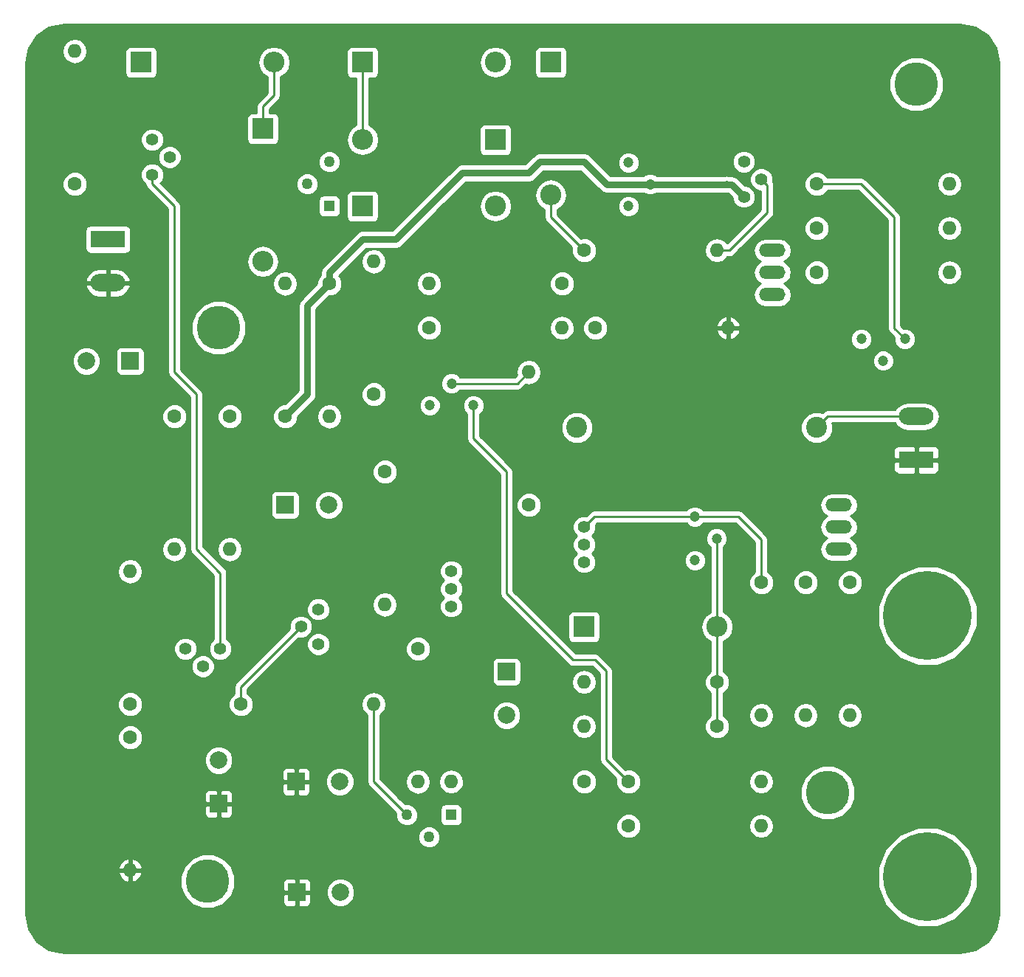
<source format=gbr>
G04 #@! TF.FileFunction,Copper,L2,Bot,Signal*
%FSLAX46Y46*%
G04 Gerber Fmt 4.6, Leading zero omitted, Abs format (unit mm)*
G04 Created by KiCad (PCBNEW 4.0.7) date 06/09/18 16:01:23*
%MOMM*%
%LPD*%
G01*
G04 APERTURE LIST*
%ADD10C,0.100000*%
%ADD11C,1.400000*%
%ADD12R,2.000000X2.000000*%
%ADD13C,2.000000*%
%ADD14C,1.200000*%
%ADD15C,2.400000*%
%ADD16C,1.600000*%
%ADD17O,1.600000X1.600000*%
%ADD18R,3.960000X1.980000*%
%ADD19O,3.960000X1.980000*%
%ADD20C,10.160000*%
%ADD21R,2.400000X2.400000*%
%ADD22O,2.400000X2.400000*%
%ADD23O,3.010000X1.510000*%
%ADD24R,1.268000X1.268000*%
%ADD25C,1.268000*%
%ADD26C,5.000000*%
%ADD27C,0.250000*%
%ADD28C,0.800000*%
%ADD29C,0.254000*%
G04 APERTURE END LIST*
D10*
D11*
X243840000Y-43910000D03*
X241840000Y-41910000D03*
X241840000Y-45910000D03*
D12*
X171450000Y-64770000D03*
D13*
X166450000Y-64770000D03*
D11*
X175990000Y-41370000D03*
X173990000Y-39370000D03*
X173990000Y-43370000D03*
D14*
X255310000Y-62230000D03*
X260310000Y-62230000D03*
X257810000Y-64730000D03*
D15*
X250190000Y-72390000D03*
X222690000Y-72390000D03*
D11*
X191040000Y-95250000D03*
X193040000Y-97250000D03*
X193040000Y-93250000D03*
D14*
X236220000Y-87630000D03*
X236220000Y-82630000D03*
X238720000Y-85130000D03*
X210820000Y-69850000D03*
X205820000Y-69850000D03*
X208320000Y-67350000D03*
D16*
X189230000Y-71120000D03*
D17*
X189230000Y-55880000D03*
D12*
X181610000Y-115570000D03*
D13*
X181610000Y-110570000D03*
D12*
X190580000Y-125730000D03*
D13*
X195580000Y-125730000D03*
D12*
X189230000Y-81280000D03*
D13*
X194230000Y-81280000D03*
D12*
X214630000Y-100410000D03*
D13*
X214630000Y-105410000D03*
D12*
X190500000Y-113030000D03*
D13*
X195500000Y-113030000D03*
D18*
X168910000Y-50800000D03*
D19*
X168910000Y-55800000D03*
D18*
X261620000Y-76120000D03*
D19*
X261620000Y-71120000D03*
D20*
X262890000Y-93980000D03*
X262890000Y-123950000D03*
D16*
X171450000Y-107950000D03*
D17*
X171450000Y-123190000D03*
D16*
X184150000Y-104140000D03*
D17*
X199390000Y-104140000D03*
D16*
X182880000Y-71120000D03*
D17*
X182880000Y-86360000D03*
D16*
X228600000Y-118110000D03*
D17*
X243840000Y-118110000D03*
D16*
X200660000Y-77470000D03*
D17*
X200660000Y-92710000D03*
D16*
X165100000Y-44450000D03*
D17*
X165100000Y-29210000D03*
D16*
X176530000Y-71120000D03*
D17*
X176530000Y-86360000D03*
D16*
X223520000Y-113030000D03*
D17*
X208280000Y-113030000D03*
D16*
X194310000Y-55880000D03*
D17*
X194310000Y-71120000D03*
D16*
X204470000Y-97790000D03*
D17*
X204470000Y-113030000D03*
D16*
X199390000Y-68580000D03*
D17*
X199390000Y-53340000D03*
D16*
X205740000Y-60960000D03*
D17*
X220980000Y-60960000D03*
D16*
X238760000Y-106680000D03*
D17*
X223520000Y-106680000D03*
D16*
X220980000Y-55880000D03*
D17*
X205740000Y-55880000D03*
D16*
X228600000Y-113030000D03*
D17*
X243840000Y-113030000D03*
D16*
X223520000Y-52070000D03*
D17*
X238760000Y-52070000D03*
D16*
X217170000Y-81280000D03*
D17*
X217170000Y-66040000D03*
D16*
X250190000Y-44450000D03*
D17*
X265430000Y-44450000D03*
D16*
X238760000Y-101600000D03*
D17*
X223520000Y-101600000D03*
D16*
X243840000Y-90170000D03*
D17*
X243840000Y-105410000D03*
D16*
X250190000Y-54610000D03*
D17*
X265430000Y-54610000D03*
D16*
X248920000Y-90170000D03*
D17*
X248920000Y-105410000D03*
D16*
X250190000Y-49530000D03*
D17*
X265430000Y-49530000D03*
D16*
X254000000Y-90170000D03*
D17*
X254000000Y-105410000D03*
D16*
X224790000Y-60960000D03*
D17*
X240030000Y-60960000D03*
D11*
X179800000Y-99790000D03*
X181800000Y-97790000D03*
X177800000Y-97790000D03*
X208280000Y-90900000D03*
X208280000Y-88900000D03*
X208280000Y-92900000D03*
D21*
X186690000Y-38100000D03*
D22*
X186690000Y-53340000D03*
D21*
X172720000Y-30480000D03*
D22*
X187960000Y-30480000D03*
D21*
X219710000Y-30480000D03*
D22*
X219710000Y-45720000D03*
D21*
X198120000Y-30480000D03*
D22*
X213360000Y-30480000D03*
D21*
X213360000Y-39370000D03*
D22*
X198120000Y-39370000D03*
D21*
X198120000Y-46990000D03*
D22*
X213360000Y-46990000D03*
D14*
X228600000Y-46990000D03*
X228600000Y-41990000D03*
X231100000Y-44490000D03*
D11*
X223520000Y-85820000D03*
X223520000Y-87820000D03*
X223520000Y-83820000D03*
D23*
X245110000Y-52070000D03*
X245110000Y-54610000D03*
X245110000Y-57150000D03*
X252730000Y-86360000D03*
X252730000Y-83820000D03*
X252730000Y-81280000D03*
D21*
X223520000Y-95250000D03*
D22*
X238760000Y-95250000D03*
D16*
X171450000Y-104140000D03*
D17*
X171450000Y-88900000D03*
D24*
X194310000Y-46990000D03*
D25*
X191770000Y-44450000D03*
X194310000Y-41910000D03*
D24*
X208280000Y-116840000D03*
D25*
X205740000Y-119380000D03*
X203200000Y-116840000D03*
D26*
X261620000Y-33020000D03*
X251460000Y-114300000D03*
X181610000Y-60960000D03*
X180340000Y-124460000D03*
D27*
X191040000Y-95250000D02*
X184150000Y-102140000D01*
X184150000Y-102140000D02*
X184150000Y-104140000D01*
X251460000Y-71120000D02*
X250190000Y-72390000D01*
X261620000Y-71120000D02*
X251460000Y-71120000D01*
X238760000Y-101600000D02*
X238760000Y-106680000D01*
X238760000Y-95250000D02*
X238760000Y-101600000D01*
X238720000Y-85130000D02*
X238720000Y-95210000D01*
X238720000Y-95210000D02*
X238760000Y-95250000D01*
D28*
X239800000Y-44490000D02*
X240420000Y-44490000D01*
X240420000Y-44490000D02*
X241840000Y-45910000D01*
X191770000Y-68580000D02*
X189230000Y-71120000D01*
X191770000Y-58420000D02*
X191770000Y-68580000D01*
X194310000Y-55880000D02*
X191770000Y-58420000D01*
X198120000Y-50800000D02*
X194310000Y-54610000D01*
X194310000Y-54610000D02*
X194310000Y-55880000D01*
X201930000Y-50800000D02*
X198120000Y-50800000D01*
X231100000Y-44490000D02*
X239800000Y-44490000D01*
X239800000Y-44490000D02*
X239840000Y-44450000D01*
X223520000Y-41910000D02*
X218440000Y-41910000D01*
X217170000Y-43180000D02*
X218440000Y-41910000D01*
X209550000Y-43180000D02*
X217170000Y-43180000D01*
X201930000Y-50800000D02*
X209550000Y-43180000D01*
X226100000Y-44490000D02*
X223520000Y-41910000D01*
X231100000Y-44490000D02*
X226100000Y-44490000D01*
D27*
X199390000Y-104140000D02*
X199390000Y-113030000D01*
X199390000Y-113030000D02*
X203200000Y-116840000D01*
X219710000Y-45720000D02*
X219710000Y-48260000D01*
X219710000Y-48260000D02*
X223520000Y-52070000D01*
X208320000Y-67350000D02*
X215860000Y-67350000D01*
X215860000Y-67350000D02*
X217170000Y-66040000D01*
X198120000Y-39370000D02*
X198120000Y-30480000D01*
X210820000Y-73660000D02*
X210820000Y-69850000D01*
X214630000Y-77470000D02*
X210820000Y-73660000D01*
X214630000Y-91440000D02*
X214630000Y-77470000D01*
X222250000Y-99060000D02*
X214630000Y-91440000D01*
X224790000Y-99060000D02*
X222250000Y-99060000D01*
X226060000Y-100330000D02*
X224790000Y-99060000D01*
X226060000Y-100330000D02*
X226060000Y-110490000D01*
X226060000Y-110490000D02*
X228600000Y-113030000D01*
X244539999Y-47689999D02*
X240159998Y-52070000D01*
X240159998Y-52070000D02*
X238760000Y-52070000D01*
X243840000Y-43910000D02*
X244539999Y-44609999D01*
X244539999Y-44609999D02*
X244539999Y-47689999D01*
X259080000Y-48260000D02*
X259080000Y-61000000D01*
X259080000Y-61000000D02*
X260310000Y-62230000D01*
X259080000Y-48260000D02*
X259040000Y-48300000D01*
X255270000Y-44450000D02*
X259080000Y-48260000D01*
X250190000Y-44450000D02*
X255270000Y-44450000D01*
X236220000Y-82630000D02*
X224710000Y-82630000D01*
X224710000Y-82630000D02*
X223520000Y-83820000D01*
X236220000Y-82630000D02*
X241220000Y-82630000D01*
X241220000Y-82630000D02*
X243840000Y-85250000D01*
X243840000Y-85250000D02*
X243840000Y-90170000D01*
X173990000Y-43370000D02*
X173990000Y-44450000D01*
X173990000Y-44450000D02*
X176530000Y-46990000D01*
X176530000Y-46990000D02*
X176530000Y-66040000D01*
X176530000Y-66040000D02*
X179070000Y-68580000D01*
X181800000Y-89090000D02*
X181800000Y-97790000D01*
X179070000Y-68580000D02*
X179070000Y-86360000D01*
X179070000Y-86360000D02*
X181800000Y-89090000D01*
X187960000Y-34290000D02*
X186690000Y-35560000D01*
X186690000Y-35560000D02*
X186690000Y-38100000D01*
X187960000Y-30480000D02*
X187960000Y-34290000D01*
D29*
G36*
X268367005Y-26455498D02*
X269780221Y-27399779D01*
X270724502Y-28812997D01*
X271070000Y-30549931D01*
X271070000Y-128200069D01*
X270724502Y-129937003D01*
X269780221Y-131350221D01*
X268367005Y-132294502D01*
X266630069Y-132640000D01*
X163899931Y-132640000D01*
X162162997Y-132294502D01*
X160749779Y-131350221D01*
X159805498Y-129937005D01*
X159460000Y-128200069D01*
X159460000Y-125080854D01*
X177204457Y-125080854D01*
X177680727Y-126233515D01*
X178561847Y-127116174D01*
X179713674Y-127594454D01*
X180960854Y-127595543D01*
X182113515Y-127119273D01*
X182996174Y-126238153D01*
X183088523Y-126015750D01*
X188945000Y-126015750D01*
X188945000Y-126856310D01*
X189041673Y-127089699D01*
X189220302Y-127268327D01*
X189453691Y-127365000D01*
X190294250Y-127365000D01*
X190453000Y-127206250D01*
X190453000Y-125857000D01*
X190707000Y-125857000D01*
X190707000Y-127206250D01*
X190865750Y-127365000D01*
X191706309Y-127365000D01*
X191939698Y-127268327D01*
X192118327Y-127089699D01*
X192215000Y-126856310D01*
X192215000Y-126053795D01*
X193944716Y-126053795D01*
X194193106Y-126654943D01*
X194652637Y-127115278D01*
X195253352Y-127364716D01*
X195903795Y-127365284D01*
X196504943Y-127116894D01*
X196965278Y-126657363D01*
X197214716Y-126056648D01*
X197215284Y-125406205D01*
X197081241Y-125081796D01*
X257174011Y-125081796D01*
X258042234Y-127183058D01*
X259648486Y-128792116D01*
X261748229Y-129664005D01*
X264021796Y-129665989D01*
X266123058Y-128797766D01*
X267732116Y-127191514D01*
X268604005Y-125091771D01*
X268605989Y-122818204D01*
X267737766Y-120716942D01*
X266131514Y-119107884D01*
X264031771Y-118235995D01*
X261758204Y-118234011D01*
X259656942Y-119102234D01*
X258047884Y-120708486D01*
X257175995Y-122808229D01*
X257174011Y-125081796D01*
X197081241Y-125081796D01*
X196966894Y-124805057D01*
X196507363Y-124344722D01*
X195906648Y-124095284D01*
X195256205Y-124094716D01*
X194655057Y-124343106D01*
X194194722Y-124802637D01*
X193945284Y-125403352D01*
X193944716Y-126053795D01*
X192215000Y-126053795D01*
X192215000Y-126015750D01*
X192056250Y-125857000D01*
X190707000Y-125857000D01*
X190453000Y-125857000D01*
X189103750Y-125857000D01*
X188945000Y-126015750D01*
X183088523Y-126015750D01*
X183474454Y-125086326D01*
X183474875Y-124603690D01*
X188945000Y-124603690D01*
X188945000Y-125444250D01*
X189103750Y-125603000D01*
X190453000Y-125603000D01*
X190453000Y-124253750D01*
X190707000Y-124253750D01*
X190707000Y-125603000D01*
X192056250Y-125603000D01*
X192215000Y-125444250D01*
X192215000Y-124603690D01*
X192118327Y-124370301D01*
X191939698Y-124191673D01*
X191706309Y-124095000D01*
X190865750Y-124095000D01*
X190707000Y-124253750D01*
X190453000Y-124253750D01*
X190294250Y-124095000D01*
X189453691Y-124095000D01*
X189220302Y-124191673D01*
X189041673Y-124370301D01*
X188945000Y-124603690D01*
X183474875Y-124603690D01*
X183475543Y-123839146D01*
X182999273Y-122686485D01*
X182118153Y-121803826D01*
X180966326Y-121325546D01*
X179719146Y-121324457D01*
X178566485Y-121800727D01*
X177683826Y-122681847D01*
X177205546Y-123833674D01*
X177204457Y-125080854D01*
X159460000Y-125080854D01*
X159460000Y-123539041D01*
X170058086Y-123539041D01*
X170297611Y-124045134D01*
X170712577Y-124421041D01*
X171100961Y-124581904D01*
X171323000Y-124459915D01*
X171323000Y-123317000D01*
X171577000Y-123317000D01*
X171577000Y-124459915D01*
X171799039Y-124581904D01*
X172187423Y-124421041D01*
X172602389Y-124045134D01*
X172841914Y-123539041D01*
X172720629Y-123317000D01*
X171577000Y-123317000D01*
X171323000Y-123317000D01*
X170179371Y-123317000D01*
X170058086Y-123539041D01*
X159460000Y-123539041D01*
X159460000Y-122840959D01*
X170058086Y-122840959D01*
X170179371Y-123063000D01*
X171323000Y-123063000D01*
X171323000Y-121920085D01*
X171577000Y-121920085D01*
X171577000Y-123063000D01*
X172720629Y-123063000D01*
X172841914Y-122840959D01*
X172602389Y-122334866D01*
X172187423Y-121958959D01*
X171799039Y-121798096D01*
X171577000Y-121920085D01*
X171323000Y-121920085D01*
X171100961Y-121798096D01*
X170712577Y-121958959D01*
X170297611Y-122334866D01*
X170058086Y-122840959D01*
X159460000Y-122840959D01*
X159460000Y-119631312D01*
X204470780Y-119631312D01*
X204663567Y-120097892D01*
X205020231Y-120455178D01*
X205486473Y-120648779D01*
X205991312Y-120649220D01*
X206457892Y-120456433D01*
X206815178Y-120099769D01*
X207008779Y-119633527D01*
X207009220Y-119128688D01*
X206816433Y-118662108D01*
X206548979Y-118394187D01*
X227164752Y-118394187D01*
X227382757Y-118921800D01*
X227786077Y-119325824D01*
X228313309Y-119544750D01*
X228884187Y-119545248D01*
X229411800Y-119327243D01*
X229815824Y-118923923D01*
X230034750Y-118396691D01*
X230035000Y-118110000D01*
X242376887Y-118110000D01*
X242486120Y-118659151D01*
X242797189Y-119124698D01*
X243262736Y-119435767D01*
X243811887Y-119545000D01*
X243868113Y-119545000D01*
X244417264Y-119435767D01*
X244882811Y-119124698D01*
X245193880Y-118659151D01*
X245303113Y-118110000D01*
X245193880Y-117560849D01*
X244882811Y-117095302D01*
X244417264Y-116784233D01*
X243868113Y-116675000D01*
X243811887Y-116675000D01*
X243262736Y-116784233D01*
X242797189Y-117095302D01*
X242486120Y-117560849D01*
X242376887Y-118110000D01*
X230035000Y-118110000D01*
X230035248Y-117825813D01*
X229817243Y-117298200D01*
X229413923Y-116894176D01*
X228886691Y-116675250D01*
X228315813Y-116674752D01*
X227788200Y-116892757D01*
X227384176Y-117296077D01*
X227165250Y-117823309D01*
X227164752Y-118394187D01*
X206548979Y-118394187D01*
X206459769Y-118304822D01*
X205993527Y-118111221D01*
X205488688Y-118110780D01*
X205022108Y-118303567D01*
X204664822Y-118660231D01*
X204471221Y-119126473D01*
X204470780Y-119631312D01*
X159460000Y-119631312D01*
X159460000Y-115855750D01*
X179975000Y-115855750D01*
X179975000Y-116696309D01*
X180071673Y-116929698D01*
X180250301Y-117108327D01*
X180483690Y-117205000D01*
X181324250Y-117205000D01*
X181483000Y-117046250D01*
X181483000Y-115697000D01*
X181737000Y-115697000D01*
X181737000Y-117046250D01*
X181895750Y-117205000D01*
X182736310Y-117205000D01*
X182969699Y-117108327D01*
X183148327Y-116929698D01*
X183245000Y-116696309D01*
X183245000Y-115855750D01*
X183086250Y-115697000D01*
X181737000Y-115697000D01*
X181483000Y-115697000D01*
X180133750Y-115697000D01*
X179975000Y-115855750D01*
X159460000Y-115855750D01*
X159460000Y-114443691D01*
X179975000Y-114443691D01*
X179975000Y-115284250D01*
X180133750Y-115443000D01*
X181483000Y-115443000D01*
X181483000Y-114093750D01*
X181737000Y-114093750D01*
X181737000Y-115443000D01*
X183086250Y-115443000D01*
X183245000Y-115284250D01*
X183245000Y-114443691D01*
X183148327Y-114210302D01*
X182969699Y-114031673D01*
X182736310Y-113935000D01*
X181895750Y-113935000D01*
X181737000Y-114093750D01*
X181483000Y-114093750D01*
X181324250Y-113935000D01*
X180483690Y-113935000D01*
X180250301Y-114031673D01*
X180071673Y-114210302D01*
X179975000Y-114443691D01*
X159460000Y-114443691D01*
X159460000Y-113315750D01*
X188865000Y-113315750D01*
X188865000Y-114156310D01*
X188961673Y-114389699D01*
X189140302Y-114568327D01*
X189373691Y-114665000D01*
X190214250Y-114665000D01*
X190373000Y-114506250D01*
X190373000Y-113157000D01*
X190627000Y-113157000D01*
X190627000Y-114506250D01*
X190785750Y-114665000D01*
X191626309Y-114665000D01*
X191859698Y-114568327D01*
X192038327Y-114389699D01*
X192135000Y-114156310D01*
X192135000Y-113353795D01*
X193864716Y-113353795D01*
X194113106Y-113954943D01*
X194572637Y-114415278D01*
X195173352Y-114664716D01*
X195823795Y-114665284D01*
X196424943Y-114416894D01*
X196885278Y-113957363D01*
X197134716Y-113356648D01*
X197135284Y-112706205D01*
X196886894Y-112105057D01*
X196427363Y-111644722D01*
X195826648Y-111395284D01*
X195176205Y-111394716D01*
X194575057Y-111643106D01*
X194114722Y-112102637D01*
X193865284Y-112703352D01*
X193864716Y-113353795D01*
X192135000Y-113353795D01*
X192135000Y-113315750D01*
X191976250Y-113157000D01*
X190627000Y-113157000D01*
X190373000Y-113157000D01*
X189023750Y-113157000D01*
X188865000Y-113315750D01*
X159460000Y-113315750D01*
X159460000Y-110893795D01*
X179974716Y-110893795D01*
X180223106Y-111494943D01*
X180682637Y-111955278D01*
X181283352Y-112204716D01*
X181933795Y-112205284D01*
X182534943Y-111956894D01*
X182588240Y-111903690D01*
X188865000Y-111903690D01*
X188865000Y-112744250D01*
X189023750Y-112903000D01*
X190373000Y-112903000D01*
X190373000Y-111553750D01*
X190627000Y-111553750D01*
X190627000Y-112903000D01*
X191976250Y-112903000D01*
X192135000Y-112744250D01*
X192135000Y-111903690D01*
X192038327Y-111670301D01*
X191859698Y-111491673D01*
X191626309Y-111395000D01*
X190785750Y-111395000D01*
X190627000Y-111553750D01*
X190373000Y-111553750D01*
X190214250Y-111395000D01*
X189373691Y-111395000D01*
X189140302Y-111491673D01*
X188961673Y-111670301D01*
X188865000Y-111903690D01*
X182588240Y-111903690D01*
X182995278Y-111497363D01*
X183244716Y-110896648D01*
X183245284Y-110246205D01*
X182996894Y-109645057D01*
X182537363Y-109184722D01*
X181936648Y-108935284D01*
X181286205Y-108934716D01*
X180685057Y-109183106D01*
X180224722Y-109642637D01*
X179975284Y-110243352D01*
X179974716Y-110893795D01*
X159460000Y-110893795D01*
X159460000Y-108234187D01*
X170014752Y-108234187D01*
X170232757Y-108761800D01*
X170636077Y-109165824D01*
X171163309Y-109384750D01*
X171734187Y-109385248D01*
X172261800Y-109167243D01*
X172665824Y-108763923D01*
X172884750Y-108236691D01*
X172885248Y-107665813D01*
X172667243Y-107138200D01*
X172263923Y-106734176D01*
X171736691Y-106515250D01*
X171165813Y-106514752D01*
X170638200Y-106732757D01*
X170234176Y-107136077D01*
X170015250Y-107663309D01*
X170014752Y-108234187D01*
X159460000Y-108234187D01*
X159460000Y-104424187D01*
X170014752Y-104424187D01*
X170232757Y-104951800D01*
X170636077Y-105355824D01*
X171163309Y-105574750D01*
X171734187Y-105575248D01*
X172261800Y-105357243D01*
X172665824Y-104953923D01*
X172884750Y-104426691D01*
X172884752Y-104424187D01*
X182714752Y-104424187D01*
X182932757Y-104951800D01*
X183336077Y-105355824D01*
X183863309Y-105574750D01*
X184434187Y-105575248D01*
X184961800Y-105357243D01*
X185365824Y-104953923D01*
X185584750Y-104426691D01*
X185585000Y-104140000D01*
X197926887Y-104140000D01*
X198036120Y-104689151D01*
X198347189Y-105154698D01*
X198630000Y-105343667D01*
X198630000Y-113030000D01*
X198687852Y-113320839D01*
X198852599Y-113567401D01*
X201931169Y-116645971D01*
X201930780Y-117091312D01*
X202123567Y-117557892D01*
X202480231Y-117915178D01*
X202946473Y-118108779D01*
X203451312Y-118109220D01*
X203917892Y-117916433D01*
X204275178Y-117559769D01*
X204468779Y-117093527D01*
X204469220Y-116588688D01*
X204311097Y-116206000D01*
X206998560Y-116206000D01*
X206998560Y-117474000D01*
X207042838Y-117709317D01*
X207181910Y-117925441D01*
X207394110Y-118070431D01*
X207646000Y-118121440D01*
X208914000Y-118121440D01*
X209149317Y-118077162D01*
X209365441Y-117938090D01*
X209510431Y-117725890D01*
X209561440Y-117474000D01*
X209561440Y-116206000D01*
X209517162Y-115970683D01*
X209378090Y-115754559D01*
X209165890Y-115609569D01*
X208914000Y-115558560D01*
X207646000Y-115558560D01*
X207410683Y-115602838D01*
X207194559Y-115741910D01*
X207049569Y-115954110D01*
X206998560Y-116206000D01*
X204311097Y-116206000D01*
X204276433Y-116122108D01*
X203919769Y-115764822D01*
X203453527Y-115571221D01*
X203005632Y-115570830D01*
X202355656Y-114920854D01*
X248324457Y-114920854D01*
X248800727Y-116073515D01*
X249681847Y-116956174D01*
X250833674Y-117434454D01*
X252080854Y-117435543D01*
X253233515Y-116959273D01*
X254116174Y-116078153D01*
X254594454Y-114926326D01*
X254595543Y-113679146D01*
X254119273Y-112526485D01*
X253238153Y-111643826D01*
X252086326Y-111165546D01*
X250839146Y-111164457D01*
X249686485Y-111640727D01*
X248803826Y-112521847D01*
X248325546Y-113673674D01*
X248324457Y-114920854D01*
X202355656Y-114920854D01*
X200436689Y-113001887D01*
X203035000Y-113001887D01*
X203035000Y-113058113D01*
X203144233Y-113607264D01*
X203455302Y-114072811D01*
X203920849Y-114383880D01*
X204470000Y-114493113D01*
X205019151Y-114383880D01*
X205484698Y-114072811D01*
X205795767Y-113607264D01*
X205905000Y-113058113D01*
X205905000Y-113030000D01*
X206816887Y-113030000D01*
X206926120Y-113579151D01*
X207237189Y-114044698D01*
X207702736Y-114355767D01*
X208251887Y-114465000D01*
X208308113Y-114465000D01*
X208857264Y-114355767D01*
X209322811Y-114044698D01*
X209633880Y-113579151D01*
X209686584Y-113314187D01*
X222084752Y-113314187D01*
X222302757Y-113841800D01*
X222706077Y-114245824D01*
X223233309Y-114464750D01*
X223804187Y-114465248D01*
X224331800Y-114247243D01*
X224735824Y-113843923D01*
X224954750Y-113316691D01*
X224955248Y-112745813D01*
X224737243Y-112218200D01*
X224333923Y-111814176D01*
X223806691Y-111595250D01*
X223235813Y-111594752D01*
X222708200Y-111812757D01*
X222304176Y-112216077D01*
X222085250Y-112743309D01*
X222084752Y-113314187D01*
X209686584Y-113314187D01*
X209743113Y-113030000D01*
X209633880Y-112480849D01*
X209322811Y-112015302D01*
X208857264Y-111704233D01*
X208308113Y-111595000D01*
X208251887Y-111595000D01*
X207702736Y-111704233D01*
X207237189Y-112015302D01*
X206926120Y-112480849D01*
X206816887Y-113030000D01*
X205905000Y-113030000D01*
X205905000Y-113001887D01*
X205795767Y-112452736D01*
X205484698Y-111987189D01*
X205019151Y-111676120D01*
X204470000Y-111566887D01*
X203920849Y-111676120D01*
X203455302Y-111987189D01*
X203144233Y-112452736D01*
X203035000Y-113001887D01*
X200436689Y-113001887D01*
X200150000Y-112715198D01*
X200150000Y-105733795D01*
X212994716Y-105733795D01*
X213243106Y-106334943D01*
X213702637Y-106795278D01*
X214303352Y-107044716D01*
X214953795Y-107045284D01*
X215554943Y-106796894D01*
X215672041Y-106680000D01*
X222056887Y-106680000D01*
X222166120Y-107229151D01*
X222477189Y-107694698D01*
X222942736Y-108005767D01*
X223491887Y-108115000D01*
X223548113Y-108115000D01*
X224097264Y-108005767D01*
X224562811Y-107694698D01*
X224873880Y-107229151D01*
X224983113Y-106680000D01*
X224873880Y-106130849D01*
X224562811Y-105665302D01*
X224097264Y-105354233D01*
X223548113Y-105245000D01*
X223491887Y-105245000D01*
X222942736Y-105354233D01*
X222477189Y-105665302D01*
X222166120Y-106130849D01*
X222056887Y-106680000D01*
X215672041Y-106680000D01*
X216015278Y-106337363D01*
X216264716Y-105736648D01*
X216265284Y-105086205D01*
X216016894Y-104485057D01*
X215557363Y-104024722D01*
X214956648Y-103775284D01*
X214306205Y-103774716D01*
X213705057Y-104023106D01*
X213244722Y-104482637D01*
X212995284Y-105083352D01*
X212994716Y-105733795D01*
X200150000Y-105733795D01*
X200150000Y-105343667D01*
X200432811Y-105154698D01*
X200743880Y-104689151D01*
X200853113Y-104140000D01*
X200743880Y-103590849D01*
X200432811Y-103125302D01*
X199967264Y-102814233D01*
X199418113Y-102705000D01*
X199361887Y-102705000D01*
X198812736Y-102814233D01*
X198347189Y-103125302D01*
X198036120Y-103590849D01*
X197926887Y-104140000D01*
X185585000Y-104140000D01*
X185585248Y-103855813D01*
X185367243Y-103328200D01*
X184963923Y-102924176D01*
X184910000Y-102901785D01*
X184910000Y-102454802D01*
X187954802Y-99410000D01*
X212982560Y-99410000D01*
X212982560Y-101410000D01*
X213026838Y-101645317D01*
X213165910Y-101861441D01*
X213378110Y-102006431D01*
X213630000Y-102057440D01*
X215630000Y-102057440D01*
X215865317Y-102013162D01*
X216081441Y-101874090D01*
X216226431Y-101661890D01*
X216238964Y-101600000D01*
X222056887Y-101600000D01*
X222166120Y-102149151D01*
X222477189Y-102614698D01*
X222942736Y-102925767D01*
X223491887Y-103035000D01*
X223548113Y-103035000D01*
X224097264Y-102925767D01*
X224562811Y-102614698D01*
X224873880Y-102149151D01*
X224983113Y-101600000D01*
X224873880Y-101050849D01*
X224562811Y-100585302D01*
X224097264Y-100274233D01*
X223548113Y-100165000D01*
X223491887Y-100165000D01*
X222942736Y-100274233D01*
X222477189Y-100585302D01*
X222166120Y-101050849D01*
X222056887Y-101600000D01*
X216238964Y-101600000D01*
X216277440Y-101410000D01*
X216277440Y-99410000D01*
X216233162Y-99174683D01*
X216094090Y-98958559D01*
X215881890Y-98813569D01*
X215630000Y-98762560D01*
X213630000Y-98762560D01*
X213394683Y-98806838D01*
X213178559Y-98945910D01*
X213033569Y-99158110D01*
X212982560Y-99410000D01*
X187954802Y-99410000D01*
X189850419Y-97514383D01*
X191704769Y-97514383D01*
X191907582Y-98005229D01*
X192282796Y-98381098D01*
X192773287Y-98584768D01*
X193304383Y-98585231D01*
X193795229Y-98382418D01*
X194103998Y-98074187D01*
X203034752Y-98074187D01*
X203252757Y-98601800D01*
X203656077Y-99005824D01*
X204183309Y-99224750D01*
X204754187Y-99225248D01*
X205281800Y-99007243D01*
X205685824Y-98603923D01*
X205904750Y-98076691D01*
X205905248Y-97505813D01*
X205687243Y-96978200D01*
X205283923Y-96574176D01*
X204756691Y-96355250D01*
X204185813Y-96354752D01*
X203658200Y-96572757D01*
X203254176Y-96976077D01*
X203035250Y-97503309D01*
X203034752Y-98074187D01*
X194103998Y-98074187D01*
X194171098Y-98007204D01*
X194374768Y-97516713D01*
X194375231Y-96985617D01*
X194172418Y-96494771D01*
X193797204Y-96118902D01*
X193306713Y-95915232D01*
X192775617Y-95914769D01*
X192284771Y-96117582D01*
X191908902Y-96492796D01*
X191705232Y-96983287D01*
X191704769Y-97514383D01*
X189850419Y-97514383D01*
X190780028Y-96584774D01*
X191304383Y-96585231D01*
X191795229Y-96382418D01*
X192171098Y-96007204D01*
X192374768Y-95516713D01*
X192375231Y-94985617D01*
X192172418Y-94494771D01*
X191797204Y-94118902D01*
X191306713Y-93915232D01*
X190775617Y-93914769D01*
X190284771Y-94117582D01*
X189908902Y-94492796D01*
X189705232Y-94983287D01*
X189704772Y-95510426D01*
X183612599Y-101602599D01*
X183447852Y-101849161D01*
X183390000Y-102140000D01*
X183390000Y-102901354D01*
X183338200Y-102922757D01*
X182934176Y-103326077D01*
X182715250Y-103853309D01*
X182714752Y-104424187D01*
X172884752Y-104424187D01*
X172885248Y-103855813D01*
X172667243Y-103328200D01*
X172263923Y-102924176D01*
X171736691Y-102705250D01*
X171165813Y-102704752D01*
X170638200Y-102922757D01*
X170234176Y-103326077D01*
X170015250Y-103853309D01*
X170014752Y-104424187D01*
X159460000Y-104424187D01*
X159460000Y-100054383D01*
X178464769Y-100054383D01*
X178667582Y-100545229D01*
X179042796Y-100921098D01*
X179533287Y-101124768D01*
X180064383Y-101125231D01*
X180555229Y-100922418D01*
X180931098Y-100547204D01*
X181134768Y-100056713D01*
X181135231Y-99525617D01*
X180932418Y-99034771D01*
X180557204Y-98658902D01*
X180066713Y-98455232D01*
X179535617Y-98454769D01*
X179044771Y-98657582D01*
X178668902Y-99032796D01*
X178465232Y-99523287D01*
X178464769Y-100054383D01*
X159460000Y-100054383D01*
X159460000Y-98054383D01*
X176464769Y-98054383D01*
X176667582Y-98545229D01*
X177042796Y-98921098D01*
X177533287Y-99124768D01*
X178064383Y-99125231D01*
X178555229Y-98922418D01*
X178931098Y-98547204D01*
X179134768Y-98056713D01*
X179135231Y-97525617D01*
X178932418Y-97034771D01*
X178557204Y-96658902D01*
X178066713Y-96455232D01*
X177535617Y-96454769D01*
X177044771Y-96657582D01*
X176668902Y-97032796D01*
X176465232Y-97523287D01*
X176464769Y-98054383D01*
X159460000Y-98054383D01*
X159460000Y-88871887D01*
X170015000Y-88871887D01*
X170015000Y-88928113D01*
X170124233Y-89477264D01*
X170435302Y-89942811D01*
X170900849Y-90253880D01*
X171450000Y-90363113D01*
X171999151Y-90253880D01*
X172464698Y-89942811D01*
X172775767Y-89477264D01*
X172885000Y-88928113D01*
X172885000Y-88871887D01*
X172775767Y-88322736D01*
X172464698Y-87857189D01*
X171999151Y-87546120D01*
X171450000Y-87436887D01*
X170900849Y-87546120D01*
X170435302Y-87857189D01*
X170124233Y-88322736D01*
X170015000Y-88871887D01*
X159460000Y-88871887D01*
X159460000Y-86331887D01*
X175095000Y-86331887D01*
X175095000Y-86388113D01*
X175204233Y-86937264D01*
X175515302Y-87402811D01*
X175980849Y-87713880D01*
X176530000Y-87823113D01*
X177079151Y-87713880D01*
X177544698Y-87402811D01*
X177855767Y-86937264D01*
X177965000Y-86388113D01*
X177965000Y-86331887D01*
X177855767Y-85782736D01*
X177544698Y-85317189D01*
X177079151Y-85006120D01*
X176530000Y-84896887D01*
X175980849Y-85006120D01*
X175515302Y-85317189D01*
X175204233Y-85782736D01*
X175095000Y-86331887D01*
X159460000Y-86331887D01*
X159460000Y-71404187D01*
X175094752Y-71404187D01*
X175312757Y-71931800D01*
X175716077Y-72335824D01*
X176243309Y-72554750D01*
X176814187Y-72555248D01*
X177341800Y-72337243D01*
X177745824Y-71933923D01*
X177964750Y-71406691D01*
X177965248Y-70835813D01*
X177747243Y-70308200D01*
X177343923Y-69904176D01*
X176816691Y-69685250D01*
X176245813Y-69684752D01*
X175718200Y-69902757D01*
X175314176Y-70306077D01*
X175095250Y-70833309D01*
X175094752Y-71404187D01*
X159460000Y-71404187D01*
X159460000Y-65093795D01*
X164814716Y-65093795D01*
X165063106Y-65694943D01*
X165522637Y-66155278D01*
X166123352Y-66404716D01*
X166773795Y-66405284D01*
X167374943Y-66156894D01*
X167835278Y-65697363D01*
X168084716Y-65096648D01*
X168085284Y-64446205D01*
X167836894Y-63845057D01*
X167761969Y-63770000D01*
X169802560Y-63770000D01*
X169802560Y-65770000D01*
X169846838Y-66005317D01*
X169985910Y-66221441D01*
X170198110Y-66366431D01*
X170450000Y-66417440D01*
X172450000Y-66417440D01*
X172685317Y-66373162D01*
X172901441Y-66234090D01*
X173046431Y-66021890D01*
X173097440Y-65770000D01*
X173097440Y-63770000D01*
X173053162Y-63534683D01*
X172914090Y-63318559D01*
X172701890Y-63173569D01*
X172450000Y-63122560D01*
X170450000Y-63122560D01*
X170214683Y-63166838D01*
X169998559Y-63305910D01*
X169853569Y-63518110D01*
X169802560Y-63770000D01*
X167761969Y-63770000D01*
X167377363Y-63384722D01*
X166776648Y-63135284D01*
X166126205Y-63134716D01*
X165525057Y-63383106D01*
X165064722Y-63842637D01*
X164815284Y-64443352D01*
X164814716Y-65093795D01*
X159460000Y-65093795D01*
X159460000Y-56178865D01*
X166339782Y-56178865D01*
X166370095Y-56304528D01*
X166681149Y-56859246D01*
X167180807Y-57252703D01*
X167793000Y-57425000D01*
X168783000Y-57425000D01*
X168783000Y-55927000D01*
X169037000Y-55927000D01*
X169037000Y-57425000D01*
X170027000Y-57425000D01*
X170639193Y-57252703D01*
X171138851Y-56859246D01*
X171449905Y-56304528D01*
X171480218Y-56178865D01*
X171360740Y-55927000D01*
X169037000Y-55927000D01*
X168783000Y-55927000D01*
X166459260Y-55927000D01*
X166339782Y-56178865D01*
X159460000Y-56178865D01*
X159460000Y-55421135D01*
X166339782Y-55421135D01*
X166459260Y-55673000D01*
X168783000Y-55673000D01*
X168783000Y-54175000D01*
X169037000Y-54175000D01*
X169037000Y-55673000D01*
X171360740Y-55673000D01*
X171480218Y-55421135D01*
X171449905Y-55295472D01*
X171138851Y-54740754D01*
X170639193Y-54347297D01*
X170027000Y-54175000D01*
X169037000Y-54175000D01*
X168783000Y-54175000D01*
X167793000Y-54175000D01*
X167180807Y-54347297D01*
X166681149Y-54740754D01*
X166370095Y-55295472D01*
X166339782Y-55421135D01*
X159460000Y-55421135D01*
X159460000Y-49810000D01*
X166282560Y-49810000D01*
X166282560Y-51790000D01*
X166326838Y-52025317D01*
X166465910Y-52241441D01*
X166678110Y-52386431D01*
X166930000Y-52437440D01*
X170890000Y-52437440D01*
X171125317Y-52393162D01*
X171341441Y-52254090D01*
X171486431Y-52041890D01*
X171537440Y-51790000D01*
X171537440Y-49810000D01*
X171493162Y-49574683D01*
X171354090Y-49358559D01*
X171141890Y-49213569D01*
X170890000Y-49162560D01*
X166930000Y-49162560D01*
X166694683Y-49206838D01*
X166478559Y-49345910D01*
X166333569Y-49558110D01*
X166282560Y-49810000D01*
X159460000Y-49810000D01*
X159460000Y-44734187D01*
X163664752Y-44734187D01*
X163882757Y-45261800D01*
X164286077Y-45665824D01*
X164813309Y-45884750D01*
X165384187Y-45885248D01*
X165911800Y-45667243D01*
X166315824Y-45263923D01*
X166534750Y-44736691D01*
X166535248Y-44165813D01*
X166317243Y-43638200D01*
X166313433Y-43634383D01*
X172654769Y-43634383D01*
X172857582Y-44125229D01*
X173232796Y-44501098D01*
X173240827Y-44504433D01*
X173287852Y-44740839D01*
X173452599Y-44987401D01*
X175770000Y-47304802D01*
X175770000Y-66040000D01*
X175827852Y-66330839D01*
X175992599Y-66577401D01*
X178310000Y-68894802D01*
X178310000Y-86360000D01*
X178367852Y-86650839D01*
X178532599Y-86897401D01*
X181040000Y-89404802D01*
X181040000Y-96662345D01*
X180668902Y-97032796D01*
X180465232Y-97523287D01*
X180464769Y-98054383D01*
X180667582Y-98545229D01*
X181042796Y-98921098D01*
X181533287Y-99124768D01*
X182064383Y-99125231D01*
X182555229Y-98922418D01*
X182931098Y-98547204D01*
X183134768Y-98056713D01*
X183135231Y-97525617D01*
X182932418Y-97034771D01*
X182560000Y-96661703D01*
X182560000Y-93514383D01*
X191704769Y-93514383D01*
X191907582Y-94005229D01*
X192282796Y-94381098D01*
X192773287Y-94584768D01*
X193304383Y-94585231D01*
X193795229Y-94382418D01*
X194171098Y-94007204D01*
X194374768Y-93516713D01*
X194375231Y-92985617D01*
X194249733Y-92681887D01*
X199225000Y-92681887D01*
X199225000Y-92738113D01*
X199334233Y-93287264D01*
X199645302Y-93752811D01*
X200110849Y-94063880D01*
X200660000Y-94173113D01*
X201209151Y-94063880D01*
X201674698Y-93752811D01*
X201985767Y-93287264D01*
X202095000Y-92738113D01*
X202095000Y-92681887D01*
X201985767Y-92132736D01*
X201674698Y-91667189D01*
X201209151Y-91356120D01*
X200660000Y-91246887D01*
X200110849Y-91356120D01*
X199645302Y-91667189D01*
X199334233Y-92132736D01*
X199225000Y-92681887D01*
X194249733Y-92681887D01*
X194172418Y-92494771D01*
X193797204Y-92118902D01*
X193306713Y-91915232D01*
X192775617Y-91914769D01*
X192284771Y-92117582D01*
X191908902Y-92492796D01*
X191705232Y-92983287D01*
X191704769Y-93514383D01*
X182560000Y-93514383D01*
X182560000Y-89164383D01*
X206944769Y-89164383D01*
X207147582Y-89655229D01*
X207392024Y-89900098D01*
X207148902Y-90142796D01*
X206945232Y-90633287D01*
X206944769Y-91164383D01*
X207147582Y-91655229D01*
X207392024Y-91900098D01*
X207148902Y-92142796D01*
X206945232Y-92633287D01*
X206944769Y-93164383D01*
X207147582Y-93655229D01*
X207522796Y-94031098D01*
X208013287Y-94234768D01*
X208544383Y-94235231D01*
X209035229Y-94032418D01*
X209411098Y-93657204D01*
X209614768Y-93166713D01*
X209615231Y-92635617D01*
X209412418Y-92144771D01*
X209167976Y-91899902D01*
X209411098Y-91657204D01*
X209614768Y-91166713D01*
X209615231Y-90635617D01*
X209412418Y-90144771D01*
X209167976Y-89899902D01*
X209411098Y-89657204D01*
X209614768Y-89166713D01*
X209615231Y-88635617D01*
X209412418Y-88144771D01*
X209037204Y-87768902D01*
X208546713Y-87565232D01*
X208015617Y-87564769D01*
X207524771Y-87767582D01*
X207148902Y-88142796D01*
X206945232Y-88633287D01*
X206944769Y-89164383D01*
X182560000Y-89164383D01*
X182560000Y-89090000D01*
X182502148Y-88799161D01*
X182337401Y-88552599D01*
X180116689Y-86331887D01*
X181445000Y-86331887D01*
X181445000Y-86388113D01*
X181554233Y-86937264D01*
X181865302Y-87402811D01*
X182330849Y-87713880D01*
X182880000Y-87823113D01*
X183429151Y-87713880D01*
X183894698Y-87402811D01*
X184205767Y-86937264D01*
X184315000Y-86388113D01*
X184315000Y-86331887D01*
X184205767Y-85782736D01*
X183894698Y-85317189D01*
X183429151Y-85006120D01*
X182880000Y-84896887D01*
X182330849Y-85006120D01*
X181865302Y-85317189D01*
X181554233Y-85782736D01*
X181445000Y-86331887D01*
X180116689Y-86331887D01*
X179830000Y-86045198D01*
X179830000Y-80280000D01*
X187582560Y-80280000D01*
X187582560Y-82280000D01*
X187626838Y-82515317D01*
X187765910Y-82731441D01*
X187978110Y-82876431D01*
X188230000Y-82927440D01*
X190230000Y-82927440D01*
X190465317Y-82883162D01*
X190681441Y-82744090D01*
X190826431Y-82531890D01*
X190877440Y-82280000D01*
X190877440Y-81603795D01*
X192594716Y-81603795D01*
X192843106Y-82204943D01*
X193302637Y-82665278D01*
X193903352Y-82914716D01*
X194553795Y-82915284D01*
X195154943Y-82666894D01*
X195615278Y-82207363D01*
X195864716Y-81606648D01*
X195865284Y-80956205D01*
X195616894Y-80355057D01*
X195157363Y-79894722D01*
X194556648Y-79645284D01*
X193906205Y-79644716D01*
X193305057Y-79893106D01*
X192844722Y-80352637D01*
X192595284Y-80953352D01*
X192594716Y-81603795D01*
X190877440Y-81603795D01*
X190877440Y-80280000D01*
X190833162Y-80044683D01*
X190694090Y-79828559D01*
X190481890Y-79683569D01*
X190230000Y-79632560D01*
X188230000Y-79632560D01*
X187994683Y-79676838D01*
X187778559Y-79815910D01*
X187633569Y-80028110D01*
X187582560Y-80280000D01*
X179830000Y-80280000D01*
X179830000Y-77754187D01*
X199224752Y-77754187D01*
X199442757Y-78281800D01*
X199846077Y-78685824D01*
X200373309Y-78904750D01*
X200944187Y-78905248D01*
X201471800Y-78687243D01*
X201875824Y-78283923D01*
X202094750Y-77756691D01*
X202095248Y-77185813D01*
X201877243Y-76658200D01*
X201473923Y-76254176D01*
X200946691Y-76035250D01*
X200375813Y-76034752D01*
X199848200Y-76252757D01*
X199444176Y-76656077D01*
X199225250Y-77183309D01*
X199224752Y-77754187D01*
X179830000Y-77754187D01*
X179830000Y-71404187D01*
X181444752Y-71404187D01*
X181662757Y-71931800D01*
X182066077Y-72335824D01*
X182593309Y-72554750D01*
X183164187Y-72555248D01*
X183691800Y-72337243D01*
X184095824Y-71933923D01*
X184314750Y-71406691D01*
X184314752Y-71404187D01*
X187794752Y-71404187D01*
X188012757Y-71931800D01*
X188416077Y-72335824D01*
X188943309Y-72554750D01*
X189514187Y-72555248D01*
X190041800Y-72337243D01*
X190445824Y-71933923D01*
X190664750Y-71406691D01*
X190664975Y-71148737D01*
X190721824Y-71091887D01*
X192875000Y-71091887D01*
X192875000Y-71148113D01*
X192984233Y-71697264D01*
X193295302Y-72162811D01*
X193760849Y-72473880D01*
X194310000Y-72583113D01*
X194859151Y-72473880D01*
X195324698Y-72162811D01*
X195635767Y-71697264D01*
X195745000Y-71148113D01*
X195745000Y-71091887D01*
X195635767Y-70542736D01*
X195336318Y-70094579D01*
X204584786Y-70094579D01*
X204772408Y-70548657D01*
X205119515Y-70896371D01*
X205573266Y-71084785D01*
X206064579Y-71085214D01*
X206518657Y-70897592D01*
X206866371Y-70550485D01*
X207054785Y-70096734D01*
X207054786Y-70094579D01*
X209584786Y-70094579D01*
X209772408Y-70548657D01*
X210060000Y-70836752D01*
X210060000Y-73660000D01*
X210117852Y-73950839D01*
X210282599Y-74197401D01*
X213870000Y-77784802D01*
X213870000Y-91440000D01*
X213927852Y-91730839D01*
X214092599Y-91977401D01*
X221712599Y-99597401D01*
X221959160Y-99762148D01*
X222250000Y-99820000D01*
X224475198Y-99820000D01*
X225300000Y-100644802D01*
X225300000Y-110490000D01*
X225357852Y-110780839D01*
X225522599Y-111027401D01*
X227186744Y-112691546D01*
X227165250Y-112743309D01*
X227164752Y-113314187D01*
X227382757Y-113841800D01*
X227786077Y-114245824D01*
X228313309Y-114464750D01*
X228884187Y-114465248D01*
X229411800Y-114247243D01*
X229815824Y-113843923D01*
X230034750Y-113316691D01*
X230035000Y-113030000D01*
X242376887Y-113030000D01*
X242486120Y-113579151D01*
X242797189Y-114044698D01*
X243262736Y-114355767D01*
X243811887Y-114465000D01*
X243868113Y-114465000D01*
X244417264Y-114355767D01*
X244882811Y-114044698D01*
X245193880Y-113579151D01*
X245303113Y-113030000D01*
X245193880Y-112480849D01*
X244882811Y-112015302D01*
X244417264Y-111704233D01*
X243868113Y-111595000D01*
X243811887Y-111595000D01*
X243262736Y-111704233D01*
X242797189Y-112015302D01*
X242486120Y-112480849D01*
X242376887Y-113030000D01*
X230035000Y-113030000D01*
X230035248Y-112745813D01*
X229817243Y-112218200D01*
X229413923Y-111814176D01*
X228886691Y-111595250D01*
X228315813Y-111594752D01*
X228261851Y-111617049D01*
X226820000Y-110175198D01*
X226820000Y-100330000D01*
X226787130Y-100164752D01*
X226762148Y-100039160D01*
X226597401Y-99792599D01*
X225327401Y-98522599D01*
X225080839Y-98357852D01*
X224790000Y-98300000D01*
X222564802Y-98300000D01*
X218314802Y-94050000D01*
X221672560Y-94050000D01*
X221672560Y-96450000D01*
X221716838Y-96685317D01*
X221855910Y-96901441D01*
X222068110Y-97046431D01*
X222320000Y-97097440D01*
X224720000Y-97097440D01*
X224955317Y-97053162D01*
X225171441Y-96914090D01*
X225316431Y-96701890D01*
X225367440Y-96450000D01*
X225367440Y-95250000D01*
X236889050Y-95250000D01*
X237028731Y-95952224D01*
X237426509Y-96547541D01*
X238000000Y-96930735D01*
X238000000Y-100361354D01*
X237948200Y-100382757D01*
X237544176Y-100786077D01*
X237325250Y-101313309D01*
X237324752Y-101884187D01*
X237542757Y-102411800D01*
X237946077Y-102815824D01*
X238000000Y-102838215D01*
X238000000Y-105441354D01*
X237948200Y-105462757D01*
X237544176Y-105866077D01*
X237325250Y-106393309D01*
X237324752Y-106964187D01*
X237542757Y-107491800D01*
X237946077Y-107895824D01*
X238473309Y-108114750D01*
X239044187Y-108115248D01*
X239571800Y-107897243D01*
X239975824Y-107493923D01*
X240194750Y-106966691D01*
X240195248Y-106395813D01*
X239977243Y-105868200D01*
X239573923Y-105464176D01*
X239520000Y-105441785D01*
X239520000Y-105381887D01*
X242405000Y-105381887D01*
X242405000Y-105438113D01*
X242514233Y-105987264D01*
X242825302Y-106452811D01*
X243290849Y-106763880D01*
X243840000Y-106873113D01*
X244389151Y-106763880D01*
X244854698Y-106452811D01*
X245165767Y-105987264D01*
X245275000Y-105438113D01*
X245275000Y-105381887D01*
X247485000Y-105381887D01*
X247485000Y-105438113D01*
X247594233Y-105987264D01*
X247905302Y-106452811D01*
X248370849Y-106763880D01*
X248920000Y-106873113D01*
X249469151Y-106763880D01*
X249934698Y-106452811D01*
X250245767Y-105987264D01*
X250355000Y-105438113D01*
X250355000Y-105381887D01*
X252565000Y-105381887D01*
X252565000Y-105438113D01*
X252674233Y-105987264D01*
X252985302Y-106452811D01*
X253450849Y-106763880D01*
X254000000Y-106873113D01*
X254549151Y-106763880D01*
X255014698Y-106452811D01*
X255325767Y-105987264D01*
X255435000Y-105438113D01*
X255435000Y-105381887D01*
X255325767Y-104832736D01*
X255014698Y-104367189D01*
X254549151Y-104056120D01*
X254000000Y-103946887D01*
X253450849Y-104056120D01*
X252985302Y-104367189D01*
X252674233Y-104832736D01*
X252565000Y-105381887D01*
X250355000Y-105381887D01*
X250245767Y-104832736D01*
X249934698Y-104367189D01*
X249469151Y-104056120D01*
X248920000Y-103946887D01*
X248370849Y-104056120D01*
X247905302Y-104367189D01*
X247594233Y-104832736D01*
X247485000Y-105381887D01*
X245275000Y-105381887D01*
X245165767Y-104832736D01*
X244854698Y-104367189D01*
X244389151Y-104056120D01*
X243840000Y-103946887D01*
X243290849Y-104056120D01*
X242825302Y-104367189D01*
X242514233Y-104832736D01*
X242405000Y-105381887D01*
X239520000Y-105381887D01*
X239520000Y-102838646D01*
X239571800Y-102817243D01*
X239975824Y-102413923D01*
X240194750Y-101886691D01*
X240195248Y-101315813D01*
X239977243Y-100788200D01*
X239573923Y-100384176D01*
X239520000Y-100361785D01*
X239520000Y-96930735D01*
X240093491Y-96547541D01*
X240491269Y-95952224D01*
X240630950Y-95250000D01*
X240603460Y-95111796D01*
X257174011Y-95111796D01*
X258042234Y-97213058D01*
X259648486Y-98822116D01*
X261748229Y-99694005D01*
X264021796Y-99695989D01*
X266123058Y-98827766D01*
X267732116Y-97221514D01*
X268604005Y-95121771D01*
X268605989Y-92848204D01*
X267737766Y-90746942D01*
X266131514Y-89137884D01*
X264031771Y-88265995D01*
X261758204Y-88264011D01*
X259656942Y-89132234D01*
X258047884Y-90738486D01*
X257175995Y-92838229D01*
X257174011Y-95111796D01*
X240603460Y-95111796D01*
X240491269Y-94547776D01*
X240093491Y-93952459D01*
X239498174Y-93554681D01*
X239480000Y-93551066D01*
X239480000Y-86116356D01*
X239766371Y-85830485D01*
X239954785Y-85376734D01*
X239955214Y-84885421D01*
X239767592Y-84431343D01*
X239420485Y-84083629D01*
X238966734Y-83895215D01*
X238475421Y-83894786D01*
X238021343Y-84082408D01*
X237673629Y-84429515D01*
X237485215Y-84883266D01*
X237484786Y-85374579D01*
X237672408Y-85828657D01*
X237960000Y-86116752D01*
X237960000Y-93595992D01*
X237426509Y-93952459D01*
X237028731Y-94547776D01*
X236889050Y-95250000D01*
X225367440Y-95250000D01*
X225367440Y-94050000D01*
X225323162Y-93814683D01*
X225184090Y-93598559D01*
X224971890Y-93453569D01*
X224720000Y-93402560D01*
X222320000Y-93402560D01*
X222084683Y-93446838D01*
X221868559Y-93585910D01*
X221723569Y-93798110D01*
X221672560Y-94050000D01*
X218314802Y-94050000D01*
X215390000Y-91125198D01*
X215390000Y-84084383D01*
X222184769Y-84084383D01*
X222387582Y-84575229D01*
X222632024Y-84820098D01*
X222388902Y-85062796D01*
X222185232Y-85553287D01*
X222184769Y-86084383D01*
X222387582Y-86575229D01*
X222632024Y-86820098D01*
X222388902Y-87062796D01*
X222185232Y-87553287D01*
X222184769Y-88084383D01*
X222387582Y-88575229D01*
X222762796Y-88951098D01*
X223253287Y-89154768D01*
X223784383Y-89155231D01*
X224275229Y-88952418D01*
X224651098Y-88577204D01*
X224854768Y-88086713D01*
X224854952Y-87874579D01*
X234984786Y-87874579D01*
X235172408Y-88328657D01*
X235519515Y-88676371D01*
X235973266Y-88864785D01*
X236464579Y-88865214D01*
X236918657Y-88677592D01*
X237266371Y-88330485D01*
X237454785Y-87876734D01*
X237455214Y-87385421D01*
X237267592Y-86931343D01*
X236920485Y-86583629D01*
X236466734Y-86395215D01*
X235975421Y-86394786D01*
X235521343Y-86582408D01*
X235173629Y-86929515D01*
X234985215Y-87383266D01*
X234984786Y-87874579D01*
X224854952Y-87874579D01*
X224855231Y-87555617D01*
X224652418Y-87064771D01*
X224407976Y-86819902D01*
X224651098Y-86577204D01*
X224854768Y-86086713D01*
X224855231Y-85555617D01*
X224652418Y-85064771D01*
X224407976Y-84819902D01*
X224651098Y-84577204D01*
X224854768Y-84086713D01*
X224855228Y-83559574D01*
X225024802Y-83390000D01*
X235233644Y-83390000D01*
X235519515Y-83676371D01*
X235973266Y-83864785D01*
X236464579Y-83865214D01*
X236918657Y-83677592D01*
X237206752Y-83390000D01*
X240905198Y-83390000D01*
X243080000Y-85564802D01*
X243080000Y-88931354D01*
X243028200Y-88952757D01*
X242624176Y-89356077D01*
X242405250Y-89883309D01*
X242404752Y-90454187D01*
X242622757Y-90981800D01*
X243026077Y-91385824D01*
X243553309Y-91604750D01*
X244124187Y-91605248D01*
X244651800Y-91387243D01*
X245055824Y-90983923D01*
X245274750Y-90456691D01*
X245274752Y-90454187D01*
X247484752Y-90454187D01*
X247702757Y-90981800D01*
X248106077Y-91385824D01*
X248633309Y-91604750D01*
X249204187Y-91605248D01*
X249731800Y-91387243D01*
X250135824Y-90983923D01*
X250354750Y-90456691D01*
X250354752Y-90454187D01*
X252564752Y-90454187D01*
X252782757Y-90981800D01*
X253186077Y-91385824D01*
X253713309Y-91604750D01*
X254284187Y-91605248D01*
X254811800Y-91387243D01*
X255215824Y-90983923D01*
X255434750Y-90456691D01*
X255435248Y-89885813D01*
X255217243Y-89358200D01*
X254813923Y-88954176D01*
X254286691Y-88735250D01*
X253715813Y-88734752D01*
X253188200Y-88952757D01*
X252784176Y-89356077D01*
X252565250Y-89883309D01*
X252564752Y-90454187D01*
X250354752Y-90454187D01*
X250355248Y-89885813D01*
X250137243Y-89358200D01*
X249733923Y-88954176D01*
X249206691Y-88735250D01*
X248635813Y-88734752D01*
X248108200Y-88952757D01*
X247704176Y-89356077D01*
X247485250Y-89883309D01*
X247484752Y-90454187D01*
X245274752Y-90454187D01*
X245275248Y-89885813D01*
X245057243Y-89358200D01*
X244653923Y-88954176D01*
X244600000Y-88931785D01*
X244600000Y-85250000D01*
X244542148Y-84959161D01*
X244377401Y-84712599D01*
X241757401Y-82092599D01*
X241510839Y-81927852D01*
X241220000Y-81870000D01*
X237206356Y-81870000D01*
X236920485Y-81583629D01*
X236466734Y-81395215D01*
X235975421Y-81394786D01*
X235521343Y-81582408D01*
X235233248Y-81870000D01*
X224710000Y-81870000D01*
X224419161Y-81927852D01*
X224172599Y-82092599D01*
X223779972Y-82485226D01*
X223255617Y-82484769D01*
X222764771Y-82687582D01*
X222388902Y-83062796D01*
X222185232Y-83553287D01*
X222184769Y-84084383D01*
X215390000Y-84084383D01*
X215390000Y-81564187D01*
X215734752Y-81564187D01*
X215952757Y-82091800D01*
X216356077Y-82495824D01*
X216883309Y-82714750D01*
X217454187Y-82715248D01*
X217981800Y-82497243D01*
X218385824Y-82093923D01*
X218604750Y-81566691D01*
X218605000Y-81280000D01*
X250548075Y-81280000D01*
X250653882Y-81811930D01*
X250955197Y-82262878D01*
X251384904Y-82550000D01*
X250955197Y-82837122D01*
X250653882Y-83288070D01*
X250548075Y-83820000D01*
X250653882Y-84351930D01*
X250955197Y-84802878D01*
X251384904Y-85090000D01*
X250955197Y-85377122D01*
X250653882Y-85828070D01*
X250548075Y-86360000D01*
X250653882Y-86891930D01*
X250955197Y-87342878D01*
X251406145Y-87644193D01*
X251938075Y-87750000D01*
X253521925Y-87750000D01*
X254053855Y-87644193D01*
X254504803Y-87342878D01*
X254806118Y-86891930D01*
X254911925Y-86360000D01*
X254806118Y-85828070D01*
X254504803Y-85377122D01*
X254075096Y-85090000D01*
X254504803Y-84802878D01*
X254806118Y-84351930D01*
X254911925Y-83820000D01*
X254806118Y-83288070D01*
X254504803Y-82837122D01*
X254075096Y-82550000D01*
X254504803Y-82262878D01*
X254806118Y-81811930D01*
X254911925Y-81280000D01*
X254806118Y-80748070D01*
X254504803Y-80297122D01*
X254053855Y-79995807D01*
X253521925Y-79890000D01*
X251938075Y-79890000D01*
X251406145Y-79995807D01*
X250955197Y-80297122D01*
X250653882Y-80748070D01*
X250548075Y-81280000D01*
X218605000Y-81280000D01*
X218605248Y-80995813D01*
X218387243Y-80468200D01*
X217983923Y-80064176D01*
X217456691Y-79845250D01*
X216885813Y-79844752D01*
X216358200Y-80062757D01*
X215954176Y-80466077D01*
X215735250Y-80993309D01*
X215734752Y-81564187D01*
X215390000Y-81564187D01*
X215390000Y-77470000D01*
X215332148Y-77179161D01*
X215167401Y-76932599D01*
X214640552Y-76405750D01*
X259005000Y-76405750D01*
X259005000Y-77236309D01*
X259101673Y-77469698D01*
X259280301Y-77648327D01*
X259513690Y-77745000D01*
X261334250Y-77745000D01*
X261493000Y-77586250D01*
X261493000Y-76247000D01*
X261747000Y-76247000D01*
X261747000Y-77586250D01*
X261905750Y-77745000D01*
X263726310Y-77745000D01*
X263959699Y-77648327D01*
X264138327Y-77469698D01*
X264235000Y-77236309D01*
X264235000Y-76405750D01*
X264076250Y-76247000D01*
X261747000Y-76247000D01*
X261493000Y-76247000D01*
X259163750Y-76247000D01*
X259005000Y-76405750D01*
X214640552Y-76405750D01*
X213238493Y-75003691D01*
X259005000Y-75003691D01*
X259005000Y-75834250D01*
X259163750Y-75993000D01*
X261493000Y-75993000D01*
X261493000Y-74653750D01*
X261747000Y-74653750D01*
X261747000Y-75993000D01*
X264076250Y-75993000D01*
X264235000Y-75834250D01*
X264235000Y-75003691D01*
X264138327Y-74770302D01*
X263959699Y-74591673D01*
X263726310Y-74495000D01*
X261905750Y-74495000D01*
X261747000Y-74653750D01*
X261493000Y-74653750D01*
X261334250Y-74495000D01*
X259513690Y-74495000D01*
X259280301Y-74591673D01*
X259101673Y-74770302D01*
X259005000Y-75003691D01*
X213238493Y-75003691D01*
X211580000Y-73345198D01*
X211580000Y-72753403D01*
X220854682Y-72753403D01*
X221133455Y-73428086D01*
X221649199Y-73944730D01*
X222323395Y-74224681D01*
X223053403Y-74225318D01*
X223728086Y-73946545D01*
X224244730Y-73430801D01*
X224524681Y-72756605D01*
X224524683Y-72753403D01*
X248354682Y-72753403D01*
X248633455Y-73428086D01*
X249149199Y-73944730D01*
X249823395Y-74224681D01*
X250553403Y-74225318D01*
X251228086Y-73946545D01*
X251744730Y-73430801D01*
X252024681Y-72756605D01*
X252025318Y-72026597D01*
X251964745Y-71880000D01*
X259169766Y-71880000D01*
X259429720Y-72269049D01*
X259956908Y-72621304D01*
X260578769Y-72745000D01*
X262661231Y-72745000D01*
X263283092Y-72621304D01*
X263810280Y-72269049D01*
X264162535Y-71741861D01*
X264286231Y-71120000D01*
X264162535Y-70498139D01*
X263810280Y-69970951D01*
X263283092Y-69618696D01*
X262661231Y-69495000D01*
X260578769Y-69495000D01*
X259956908Y-69618696D01*
X259429720Y-69970951D01*
X259169766Y-70360000D01*
X251460000Y-70360000D01*
X251169160Y-70417852D01*
X250922599Y-70582599D01*
X250834491Y-70670707D01*
X250556605Y-70555319D01*
X249826597Y-70554682D01*
X249151914Y-70833455D01*
X248635270Y-71349199D01*
X248355319Y-72023395D01*
X248354682Y-72753403D01*
X224524683Y-72753403D01*
X224525318Y-72026597D01*
X224246545Y-71351914D01*
X223730801Y-70835270D01*
X223056605Y-70555319D01*
X222326597Y-70554682D01*
X221651914Y-70833455D01*
X221135270Y-71349199D01*
X220855319Y-72023395D01*
X220854682Y-72753403D01*
X211580000Y-72753403D01*
X211580000Y-70836356D01*
X211866371Y-70550485D01*
X212054785Y-70096734D01*
X212055214Y-69605421D01*
X211867592Y-69151343D01*
X211520485Y-68803629D01*
X211066734Y-68615215D01*
X210575421Y-68614786D01*
X210121343Y-68802408D01*
X209773629Y-69149515D01*
X209585215Y-69603266D01*
X209584786Y-70094579D01*
X207054786Y-70094579D01*
X207055214Y-69605421D01*
X206867592Y-69151343D01*
X206520485Y-68803629D01*
X206066734Y-68615215D01*
X205575421Y-68614786D01*
X205121343Y-68802408D01*
X204773629Y-69149515D01*
X204585215Y-69603266D01*
X204584786Y-70094579D01*
X195336318Y-70094579D01*
X195324698Y-70077189D01*
X194859151Y-69766120D01*
X194310000Y-69656887D01*
X193760849Y-69766120D01*
X193295302Y-70077189D01*
X192984233Y-70542736D01*
X192875000Y-71091887D01*
X190721824Y-71091887D01*
X192501853Y-69311858D01*
X192501856Y-69311856D01*
X192650095Y-69090000D01*
X192726215Y-68976078D01*
X192748471Y-68864187D01*
X197954752Y-68864187D01*
X198172757Y-69391800D01*
X198576077Y-69795824D01*
X199103309Y-70014750D01*
X199674187Y-70015248D01*
X200201800Y-69797243D01*
X200605824Y-69393923D01*
X200824750Y-68866691D01*
X200825248Y-68295813D01*
X200607243Y-67768200D01*
X200433925Y-67594579D01*
X207084786Y-67594579D01*
X207272408Y-68048657D01*
X207619515Y-68396371D01*
X208073266Y-68584785D01*
X208564579Y-68585214D01*
X209018657Y-68397592D01*
X209306752Y-68110000D01*
X215860000Y-68110000D01*
X216150839Y-68052148D01*
X216397401Y-67887401D01*
X216846114Y-67438688D01*
X217170000Y-67503113D01*
X217719151Y-67393880D01*
X218184698Y-67082811D01*
X218495767Y-66617264D01*
X218605000Y-66068113D01*
X218605000Y-66011887D01*
X218495767Y-65462736D01*
X218184698Y-64997189D01*
X218150860Y-64974579D01*
X256574786Y-64974579D01*
X256762408Y-65428657D01*
X257109515Y-65776371D01*
X257563266Y-65964785D01*
X258054579Y-65965214D01*
X258508657Y-65777592D01*
X258856371Y-65430485D01*
X259044785Y-64976734D01*
X259045214Y-64485421D01*
X258857592Y-64031343D01*
X258510485Y-63683629D01*
X258056734Y-63495215D01*
X257565421Y-63494786D01*
X257111343Y-63682408D01*
X256763629Y-64029515D01*
X256575215Y-64483266D01*
X256574786Y-64974579D01*
X218150860Y-64974579D01*
X217719151Y-64686120D01*
X217170000Y-64576887D01*
X216620849Y-64686120D01*
X216155302Y-64997189D01*
X215844233Y-65462736D01*
X215735000Y-66011887D01*
X215735000Y-66068113D01*
X215790096Y-66345102D01*
X215545198Y-66590000D01*
X209306356Y-66590000D01*
X209020485Y-66303629D01*
X208566734Y-66115215D01*
X208075421Y-66114786D01*
X207621343Y-66302408D01*
X207273629Y-66649515D01*
X207085215Y-67103266D01*
X207084786Y-67594579D01*
X200433925Y-67594579D01*
X200203923Y-67364176D01*
X199676691Y-67145250D01*
X199105813Y-67144752D01*
X198578200Y-67362757D01*
X198174176Y-67766077D01*
X197955250Y-68293309D01*
X197954752Y-68864187D01*
X192748471Y-68864187D01*
X192805000Y-68580000D01*
X192805000Y-62474579D01*
X254074786Y-62474579D01*
X254262408Y-62928657D01*
X254609515Y-63276371D01*
X255063266Y-63464785D01*
X255554579Y-63465214D01*
X256008657Y-63277592D01*
X256356371Y-62930485D01*
X256544785Y-62476734D01*
X256545214Y-61985421D01*
X256357592Y-61531343D01*
X256010485Y-61183629D01*
X255556734Y-60995215D01*
X255065421Y-60994786D01*
X254611343Y-61182408D01*
X254263629Y-61529515D01*
X254075215Y-61983266D01*
X254074786Y-62474579D01*
X192805000Y-62474579D01*
X192805000Y-61244187D01*
X204304752Y-61244187D01*
X204522757Y-61771800D01*
X204926077Y-62175824D01*
X205453309Y-62394750D01*
X206024187Y-62395248D01*
X206551800Y-62177243D01*
X206955824Y-61773923D01*
X207174750Y-61246691D01*
X207175000Y-60960000D01*
X219516887Y-60960000D01*
X219626120Y-61509151D01*
X219937189Y-61974698D01*
X220402736Y-62285767D01*
X220951887Y-62395000D01*
X221008113Y-62395000D01*
X221557264Y-62285767D01*
X222022811Y-61974698D01*
X222333880Y-61509151D01*
X222386584Y-61244187D01*
X223354752Y-61244187D01*
X223572757Y-61771800D01*
X223976077Y-62175824D01*
X224503309Y-62394750D01*
X225074187Y-62395248D01*
X225601800Y-62177243D01*
X226005824Y-61773923D01*
X226198860Y-61309039D01*
X238638096Y-61309039D01*
X238798959Y-61697423D01*
X239174866Y-62112389D01*
X239680959Y-62351914D01*
X239903000Y-62230629D01*
X239903000Y-61087000D01*
X240157000Y-61087000D01*
X240157000Y-62230629D01*
X240379041Y-62351914D01*
X240885134Y-62112389D01*
X241261041Y-61697423D01*
X241421904Y-61309039D01*
X241299915Y-61087000D01*
X240157000Y-61087000D01*
X239903000Y-61087000D01*
X238760085Y-61087000D01*
X238638096Y-61309039D01*
X226198860Y-61309039D01*
X226224750Y-61246691D01*
X226225248Y-60675813D01*
X226198452Y-60610961D01*
X238638096Y-60610961D01*
X238760085Y-60833000D01*
X239903000Y-60833000D01*
X239903000Y-59689371D01*
X240157000Y-59689371D01*
X240157000Y-60833000D01*
X241299915Y-60833000D01*
X241421904Y-60610961D01*
X241261041Y-60222577D01*
X240885134Y-59807611D01*
X240379041Y-59568086D01*
X240157000Y-59689371D01*
X239903000Y-59689371D01*
X239680959Y-59568086D01*
X239174866Y-59807611D01*
X238798959Y-60222577D01*
X238638096Y-60610961D01*
X226198452Y-60610961D01*
X226007243Y-60148200D01*
X225603923Y-59744176D01*
X225076691Y-59525250D01*
X224505813Y-59524752D01*
X223978200Y-59742757D01*
X223574176Y-60146077D01*
X223355250Y-60673309D01*
X223354752Y-61244187D01*
X222386584Y-61244187D01*
X222443113Y-60960000D01*
X222333880Y-60410849D01*
X222022811Y-59945302D01*
X221557264Y-59634233D01*
X221008113Y-59525000D01*
X220951887Y-59525000D01*
X220402736Y-59634233D01*
X219937189Y-59945302D01*
X219626120Y-60410849D01*
X219516887Y-60960000D01*
X207175000Y-60960000D01*
X207175248Y-60675813D01*
X206957243Y-60148200D01*
X206553923Y-59744176D01*
X206026691Y-59525250D01*
X205455813Y-59524752D01*
X204928200Y-59742757D01*
X204524176Y-60146077D01*
X204305250Y-60673309D01*
X204304752Y-61244187D01*
X192805000Y-61244187D01*
X192805000Y-58848712D01*
X194338686Y-57315025D01*
X194594187Y-57315248D01*
X195121800Y-57097243D01*
X195525824Y-56693923D01*
X195744750Y-56166691D01*
X195745000Y-55880000D01*
X204276887Y-55880000D01*
X204386120Y-56429151D01*
X204697189Y-56894698D01*
X205162736Y-57205767D01*
X205711887Y-57315000D01*
X205768113Y-57315000D01*
X206317264Y-57205767D01*
X206782811Y-56894698D01*
X207093880Y-56429151D01*
X207146584Y-56164187D01*
X219544752Y-56164187D01*
X219762757Y-56691800D01*
X220166077Y-57095824D01*
X220693309Y-57314750D01*
X221264187Y-57315248D01*
X221791800Y-57097243D01*
X222195824Y-56693923D01*
X222414750Y-56166691D01*
X222415248Y-55595813D01*
X222197243Y-55068200D01*
X221793923Y-54664176D01*
X221266691Y-54445250D01*
X220695813Y-54444752D01*
X220168200Y-54662757D01*
X219764176Y-55066077D01*
X219545250Y-55593309D01*
X219544752Y-56164187D01*
X207146584Y-56164187D01*
X207203113Y-55880000D01*
X207093880Y-55330849D01*
X206782811Y-54865302D01*
X206317264Y-54554233D01*
X205768113Y-54445000D01*
X205711887Y-54445000D01*
X205162736Y-54554233D01*
X204697189Y-54865302D01*
X204386120Y-55330849D01*
X204276887Y-55880000D01*
X195745000Y-55880000D01*
X195745248Y-55595813D01*
X195527243Y-55068200D01*
X195421470Y-54962242D01*
X197071824Y-53311887D01*
X197955000Y-53311887D01*
X197955000Y-53368113D01*
X198064233Y-53917264D01*
X198375302Y-54382811D01*
X198840849Y-54693880D01*
X199390000Y-54803113D01*
X199939151Y-54693880D01*
X200404698Y-54382811D01*
X200715767Y-53917264D01*
X200825000Y-53368113D01*
X200825000Y-53311887D01*
X200715767Y-52762736D01*
X200404698Y-52297189D01*
X199939151Y-51986120D01*
X199390000Y-51876887D01*
X198840849Y-51986120D01*
X198375302Y-52297189D01*
X198064233Y-52762736D01*
X197955000Y-53311887D01*
X197071824Y-53311887D01*
X198548711Y-51835000D01*
X201929995Y-51835000D01*
X201930000Y-51835001D01*
X202326077Y-51756215D01*
X202661856Y-51531856D01*
X207203711Y-46990000D01*
X211489050Y-46990000D01*
X211628731Y-47692224D01*
X212026509Y-48287541D01*
X212621826Y-48685319D01*
X213324050Y-48825000D01*
X213395950Y-48825000D01*
X214098174Y-48685319D01*
X214693491Y-48287541D01*
X215091269Y-47692224D01*
X215230950Y-46990000D01*
X215091269Y-46287776D01*
X214693491Y-45692459D01*
X214680907Y-45684050D01*
X217875000Y-45684050D01*
X217875000Y-45755950D01*
X218014681Y-46458174D01*
X218412459Y-47053491D01*
X218950000Y-47412664D01*
X218950000Y-48260000D01*
X219007852Y-48550839D01*
X219172599Y-48797401D01*
X222106744Y-51731546D01*
X222085250Y-51783309D01*
X222084752Y-52354187D01*
X222302757Y-52881800D01*
X222706077Y-53285824D01*
X223233309Y-53504750D01*
X223804187Y-53505248D01*
X224331800Y-53287243D01*
X224735824Y-52883923D01*
X224954750Y-52356691D01*
X224955000Y-52070000D01*
X237296887Y-52070000D01*
X237406120Y-52619151D01*
X237717189Y-53084698D01*
X238182736Y-53395767D01*
X238731887Y-53505000D01*
X238788113Y-53505000D01*
X239337264Y-53395767D01*
X239802811Y-53084698D01*
X239972995Y-52830000D01*
X240159998Y-52830000D01*
X240450837Y-52772148D01*
X240697399Y-52607401D01*
X241234800Y-52070000D01*
X242928075Y-52070000D01*
X243033882Y-52601930D01*
X243335197Y-53052878D01*
X243764904Y-53340000D01*
X243335197Y-53627122D01*
X243033882Y-54078070D01*
X242928075Y-54610000D01*
X243033882Y-55141930D01*
X243335197Y-55592878D01*
X243764904Y-55880000D01*
X243335197Y-56167122D01*
X243033882Y-56618070D01*
X242928075Y-57150000D01*
X243033882Y-57681930D01*
X243335197Y-58132878D01*
X243786145Y-58434193D01*
X244318075Y-58540000D01*
X245901925Y-58540000D01*
X246433855Y-58434193D01*
X246884803Y-58132878D01*
X247186118Y-57681930D01*
X247291925Y-57150000D01*
X247186118Y-56618070D01*
X246884803Y-56167122D01*
X246455096Y-55880000D01*
X246884803Y-55592878D01*
X247186118Y-55141930D01*
X247235396Y-54894187D01*
X248754752Y-54894187D01*
X248972757Y-55421800D01*
X249376077Y-55825824D01*
X249903309Y-56044750D01*
X250474187Y-56045248D01*
X251001800Y-55827243D01*
X251405824Y-55423923D01*
X251624750Y-54896691D01*
X251625248Y-54325813D01*
X251407243Y-53798200D01*
X251003923Y-53394176D01*
X250476691Y-53175250D01*
X249905813Y-53174752D01*
X249378200Y-53392757D01*
X248974176Y-53796077D01*
X248755250Y-54323309D01*
X248754752Y-54894187D01*
X247235396Y-54894187D01*
X247291925Y-54610000D01*
X247186118Y-54078070D01*
X246884803Y-53627122D01*
X246455096Y-53340000D01*
X246884803Y-53052878D01*
X247186118Y-52601930D01*
X247291925Y-52070000D01*
X247186118Y-51538070D01*
X246884803Y-51087122D01*
X246433855Y-50785807D01*
X245901925Y-50680000D01*
X244318075Y-50680000D01*
X243786145Y-50785807D01*
X243335197Y-51087122D01*
X243033882Y-51538070D01*
X242928075Y-52070000D01*
X241234800Y-52070000D01*
X243490613Y-49814187D01*
X248754752Y-49814187D01*
X248972757Y-50341800D01*
X249376077Y-50745824D01*
X249903309Y-50964750D01*
X250474187Y-50965248D01*
X251001800Y-50747243D01*
X251405824Y-50343923D01*
X251624750Y-49816691D01*
X251625248Y-49245813D01*
X251407243Y-48718200D01*
X251003923Y-48314176D01*
X250476691Y-48095250D01*
X249905813Y-48094752D01*
X249378200Y-48312757D01*
X248974176Y-48716077D01*
X248755250Y-49243309D01*
X248754752Y-49814187D01*
X243490613Y-49814187D01*
X245077400Y-48227400D01*
X245242147Y-47980838D01*
X245299999Y-47689999D01*
X245299999Y-44734187D01*
X248754752Y-44734187D01*
X248972757Y-45261800D01*
X249376077Y-45665824D01*
X249903309Y-45884750D01*
X250474187Y-45885248D01*
X251001800Y-45667243D01*
X251405824Y-45263923D01*
X251428215Y-45210000D01*
X254955198Y-45210000D01*
X258320000Y-48574802D01*
X258320000Y-61000000D01*
X258377852Y-61290839D01*
X258542599Y-61537401D01*
X259075139Y-62069941D01*
X259074786Y-62474579D01*
X259262408Y-62928657D01*
X259609515Y-63276371D01*
X260063266Y-63464785D01*
X260554579Y-63465214D01*
X261008657Y-63277592D01*
X261356371Y-62930485D01*
X261544785Y-62476734D01*
X261545214Y-61985421D01*
X261357592Y-61531343D01*
X261010485Y-61183629D01*
X260556734Y-60995215D01*
X260149662Y-60994860D01*
X259840000Y-60685198D01*
X259840000Y-54610000D01*
X263966887Y-54610000D01*
X264076120Y-55159151D01*
X264387189Y-55624698D01*
X264852736Y-55935767D01*
X265401887Y-56045000D01*
X265458113Y-56045000D01*
X266007264Y-55935767D01*
X266472811Y-55624698D01*
X266783880Y-55159151D01*
X266893113Y-54610000D01*
X266783880Y-54060849D01*
X266472811Y-53595302D01*
X266007264Y-53284233D01*
X265458113Y-53175000D01*
X265401887Y-53175000D01*
X264852736Y-53284233D01*
X264387189Y-53595302D01*
X264076120Y-54060849D01*
X263966887Y-54610000D01*
X259840000Y-54610000D01*
X259840000Y-49530000D01*
X263966887Y-49530000D01*
X264076120Y-50079151D01*
X264387189Y-50544698D01*
X264852736Y-50855767D01*
X265401887Y-50965000D01*
X265458113Y-50965000D01*
X266007264Y-50855767D01*
X266472811Y-50544698D01*
X266783880Y-50079151D01*
X266893113Y-49530000D01*
X266783880Y-48980849D01*
X266472811Y-48515302D01*
X266007264Y-48204233D01*
X265458113Y-48095000D01*
X265401887Y-48095000D01*
X264852736Y-48204233D01*
X264387189Y-48515302D01*
X264076120Y-48980849D01*
X263966887Y-49530000D01*
X259840000Y-49530000D01*
X259840000Y-48260000D01*
X259782148Y-47969161D01*
X259782148Y-47969160D01*
X259617401Y-47722599D01*
X256344802Y-44450000D01*
X263966887Y-44450000D01*
X264076120Y-44999151D01*
X264387189Y-45464698D01*
X264852736Y-45775767D01*
X265401887Y-45885000D01*
X265458113Y-45885000D01*
X266007264Y-45775767D01*
X266472811Y-45464698D01*
X266783880Y-44999151D01*
X266893113Y-44450000D01*
X266783880Y-43900849D01*
X266472811Y-43435302D01*
X266007264Y-43124233D01*
X265458113Y-43015000D01*
X265401887Y-43015000D01*
X264852736Y-43124233D01*
X264387189Y-43435302D01*
X264076120Y-43900849D01*
X263966887Y-44450000D01*
X256344802Y-44450000D01*
X255807401Y-43912599D01*
X255560839Y-43747852D01*
X255270000Y-43690000D01*
X251428646Y-43690000D01*
X251407243Y-43638200D01*
X251003923Y-43234176D01*
X250476691Y-43015250D01*
X249905813Y-43014752D01*
X249378200Y-43232757D01*
X248974176Y-43636077D01*
X248755250Y-44163309D01*
X248754752Y-44734187D01*
X245299999Y-44734187D01*
X245299999Y-44609999D01*
X245242147Y-44319160D01*
X245164113Y-44202373D01*
X245174768Y-44176713D01*
X245175231Y-43645617D01*
X244972418Y-43154771D01*
X244597204Y-42778902D01*
X244106713Y-42575232D01*
X243575617Y-42574769D01*
X243084771Y-42777582D01*
X242708902Y-43152796D01*
X242505232Y-43643287D01*
X242504769Y-44174383D01*
X242707582Y-44665229D01*
X243082796Y-45041098D01*
X243573287Y-45244768D01*
X243779999Y-45244948D01*
X243779999Y-47375197D01*
X239921806Y-51233390D01*
X239802811Y-51055302D01*
X239337264Y-50744233D01*
X238788113Y-50635000D01*
X238731887Y-50635000D01*
X238182736Y-50744233D01*
X237717189Y-51055302D01*
X237406120Y-51520849D01*
X237296887Y-52070000D01*
X224955000Y-52070000D01*
X224955248Y-51785813D01*
X224737243Y-51258200D01*
X224333923Y-50854176D01*
X223806691Y-50635250D01*
X223235813Y-50634752D01*
X223181851Y-50657049D01*
X220470000Y-47945198D01*
X220470000Y-47412664D01*
X220736523Y-47234579D01*
X227364786Y-47234579D01*
X227552408Y-47688657D01*
X227899515Y-48036371D01*
X228353266Y-48224785D01*
X228844579Y-48225214D01*
X229298657Y-48037592D01*
X229646371Y-47690485D01*
X229834785Y-47236734D01*
X229835214Y-46745421D01*
X229647592Y-46291343D01*
X229300485Y-45943629D01*
X228846734Y-45755215D01*
X228355421Y-45754786D01*
X227901343Y-45942408D01*
X227553629Y-46289515D01*
X227365215Y-46743266D01*
X227364786Y-47234579D01*
X220736523Y-47234579D01*
X221007541Y-47053491D01*
X221405319Y-46458174D01*
X221545000Y-45755950D01*
X221545000Y-45684050D01*
X221405319Y-44981826D01*
X221007541Y-44386509D01*
X220412224Y-43988731D01*
X219710000Y-43849050D01*
X219007776Y-43988731D01*
X218412459Y-44386509D01*
X218014681Y-44981826D01*
X217875000Y-45684050D01*
X214680907Y-45684050D01*
X214098174Y-45294681D01*
X213395950Y-45155000D01*
X213324050Y-45155000D01*
X212621826Y-45294681D01*
X212026509Y-45692459D01*
X211628731Y-46287776D01*
X211489050Y-46990000D01*
X207203711Y-46990000D01*
X209978711Y-44215000D01*
X217169995Y-44215000D01*
X217170000Y-44215001D01*
X217566077Y-44136215D01*
X217901856Y-43911856D01*
X218868711Y-42945000D01*
X223091288Y-42945000D01*
X225368144Y-45221856D01*
X225703923Y-45446215D01*
X226100000Y-45525001D01*
X226100005Y-45525000D01*
X230388164Y-45525000D01*
X230399515Y-45536371D01*
X230853266Y-45724785D01*
X231344579Y-45725214D01*
X231798657Y-45537592D01*
X231811271Y-45525000D01*
X239799995Y-45525000D01*
X239800000Y-45525001D01*
X239800005Y-45525000D01*
X239991288Y-45525000D01*
X240504887Y-46038599D01*
X240504769Y-46174383D01*
X240707582Y-46665229D01*
X241082796Y-47041098D01*
X241573287Y-47244768D01*
X242104383Y-47245231D01*
X242595229Y-47042418D01*
X242971098Y-46667204D01*
X243174768Y-46176713D01*
X243175231Y-45645617D01*
X242972418Y-45154771D01*
X242597204Y-44778902D01*
X242106713Y-44575232D01*
X241968823Y-44575112D01*
X241151856Y-43758144D01*
X240816077Y-43533785D01*
X240420000Y-43454999D01*
X240419995Y-43455000D01*
X240041096Y-43455000D01*
X239840000Y-43414999D01*
X239638905Y-43455000D01*
X231811836Y-43455000D01*
X231800485Y-43443629D01*
X231346734Y-43255215D01*
X230855421Y-43254786D01*
X230401343Y-43442408D01*
X230388729Y-43455000D01*
X226528712Y-43455000D01*
X225308291Y-42234579D01*
X227364786Y-42234579D01*
X227552408Y-42688657D01*
X227899515Y-43036371D01*
X228353266Y-43224785D01*
X228844579Y-43225214D01*
X229298657Y-43037592D01*
X229646371Y-42690485D01*
X229834785Y-42236734D01*
X229834839Y-42174383D01*
X240504769Y-42174383D01*
X240707582Y-42665229D01*
X241082796Y-43041098D01*
X241573287Y-43244768D01*
X242104383Y-43245231D01*
X242595229Y-43042418D01*
X242971098Y-42667204D01*
X243174768Y-42176713D01*
X243175231Y-41645617D01*
X242972418Y-41154771D01*
X242597204Y-40778902D01*
X242106713Y-40575232D01*
X241575617Y-40574769D01*
X241084771Y-40777582D01*
X240708902Y-41152796D01*
X240505232Y-41643287D01*
X240504769Y-42174383D01*
X229834839Y-42174383D01*
X229835214Y-41745421D01*
X229647592Y-41291343D01*
X229300485Y-40943629D01*
X228846734Y-40755215D01*
X228355421Y-40754786D01*
X227901343Y-40942408D01*
X227553629Y-41289515D01*
X227365215Y-41743266D01*
X227364786Y-42234579D01*
X225308291Y-42234579D01*
X224251856Y-41178144D01*
X223916077Y-40953785D01*
X223520000Y-40874999D01*
X223519995Y-40875000D01*
X218440005Y-40875000D01*
X218440000Y-40874999D01*
X218043922Y-40953785D01*
X217942668Y-41021441D01*
X217708144Y-41178144D01*
X217708142Y-41178147D01*
X216741288Y-42145000D01*
X209550000Y-42145000D01*
X209153922Y-42223785D01*
X209030762Y-42306078D01*
X208818144Y-42448144D01*
X208818142Y-42448147D01*
X201501288Y-49765000D01*
X198120005Y-49765000D01*
X198120000Y-49764999D01*
X197723923Y-49843785D01*
X197388144Y-50068144D01*
X197388142Y-50068147D01*
X193578144Y-53878144D01*
X193353785Y-54213923D01*
X193274999Y-54610000D01*
X193275000Y-54610005D01*
X193275000Y-54885568D01*
X193094176Y-55066077D01*
X192875250Y-55593309D01*
X192875025Y-55851264D01*
X191038144Y-57688144D01*
X190813785Y-58023923D01*
X190734999Y-58420000D01*
X190735000Y-58420005D01*
X190735000Y-68151289D01*
X189201313Y-69684975D01*
X188945813Y-69684752D01*
X188418200Y-69902757D01*
X188014176Y-70306077D01*
X187795250Y-70833309D01*
X187794752Y-71404187D01*
X184314752Y-71404187D01*
X184315248Y-70835813D01*
X184097243Y-70308200D01*
X183693923Y-69904176D01*
X183166691Y-69685250D01*
X182595813Y-69684752D01*
X182068200Y-69902757D01*
X181664176Y-70306077D01*
X181445250Y-70833309D01*
X181444752Y-71404187D01*
X179830000Y-71404187D01*
X179830000Y-68580000D01*
X179772148Y-68289161D01*
X179772148Y-68289160D01*
X179607401Y-68042599D01*
X177290000Y-65725198D01*
X177290000Y-61580854D01*
X178474457Y-61580854D01*
X178950727Y-62733515D01*
X179831847Y-63616174D01*
X180983674Y-64094454D01*
X182230854Y-64095543D01*
X183383515Y-63619273D01*
X184266174Y-62738153D01*
X184744454Y-61586326D01*
X184745543Y-60339146D01*
X184269273Y-59186485D01*
X183388153Y-58303826D01*
X182236326Y-57825546D01*
X180989146Y-57824457D01*
X179836485Y-58300727D01*
X178953826Y-59181847D01*
X178475546Y-60333674D01*
X178474457Y-61580854D01*
X177290000Y-61580854D01*
X177290000Y-55851887D01*
X187795000Y-55851887D01*
X187795000Y-55908113D01*
X187904233Y-56457264D01*
X188215302Y-56922811D01*
X188680849Y-57233880D01*
X189230000Y-57343113D01*
X189779151Y-57233880D01*
X190244698Y-56922811D01*
X190555767Y-56457264D01*
X190665000Y-55908113D01*
X190665000Y-55851887D01*
X190555767Y-55302736D01*
X190244698Y-54837189D01*
X189779151Y-54526120D01*
X189230000Y-54416887D01*
X188680849Y-54526120D01*
X188215302Y-54837189D01*
X187904233Y-55302736D01*
X187795000Y-55851887D01*
X177290000Y-55851887D01*
X177290000Y-53304050D01*
X184855000Y-53304050D01*
X184855000Y-53375950D01*
X184994681Y-54078174D01*
X185392459Y-54673491D01*
X185987776Y-55071269D01*
X186690000Y-55210950D01*
X187392224Y-55071269D01*
X187987541Y-54673491D01*
X188385319Y-54078174D01*
X188525000Y-53375950D01*
X188525000Y-53304050D01*
X188385319Y-52601826D01*
X187987541Y-52006509D01*
X187392224Y-51608731D01*
X186690000Y-51469050D01*
X185987776Y-51608731D01*
X185392459Y-52006509D01*
X184994681Y-52601826D01*
X184855000Y-53304050D01*
X177290000Y-53304050D01*
X177290000Y-46990000D01*
X177232148Y-46699161D01*
X177232148Y-46699160D01*
X177067401Y-46452599D01*
X176970802Y-46356000D01*
X193028560Y-46356000D01*
X193028560Y-47624000D01*
X193072838Y-47859317D01*
X193211910Y-48075441D01*
X193424110Y-48220431D01*
X193676000Y-48271440D01*
X194944000Y-48271440D01*
X195179317Y-48227162D01*
X195395441Y-48088090D01*
X195540431Y-47875890D01*
X195591440Y-47624000D01*
X195591440Y-46356000D01*
X195547162Y-46120683D01*
X195408090Y-45904559D01*
X195240428Y-45790000D01*
X196272560Y-45790000D01*
X196272560Y-48190000D01*
X196316838Y-48425317D01*
X196455910Y-48641441D01*
X196668110Y-48786431D01*
X196920000Y-48837440D01*
X199320000Y-48837440D01*
X199555317Y-48793162D01*
X199771441Y-48654090D01*
X199916431Y-48441890D01*
X199967440Y-48190000D01*
X199967440Y-45790000D01*
X199923162Y-45554683D01*
X199784090Y-45338559D01*
X199571890Y-45193569D01*
X199320000Y-45142560D01*
X196920000Y-45142560D01*
X196684683Y-45186838D01*
X196468559Y-45325910D01*
X196323569Y-45538110D01*
X196272560Y-45790000D01*
X195240428Y-45790000D01*
X195195890Y-45759569D01*
X194944000Y-45708560D01*
X193676000Y-45708560D01*
X193440683Y-45752838D01*
X193224559Y-45891910D01*
X193079569Y-46104110D01*
X193028560Y-46356000D01*
X176970802Y-46356000D01*
X175316114Y-44701312D01*
X190500780Y-44701312D01*
X190693567Y-45167892D01*
X191050231Y-45525178D01*
X191516473Y-45718779D01*
X192021312Y-45719220D01*
X192487892Y-45526433D01*
X192845178Y-45169769D01*
X193038779Y-44703527D01*
X193039220Y-44198688D01*
X192846433Y-43732108D01*
X192489769Y-43374822D01*
X192023527Y-43181221D01*
X191518688Y-43180780D01*
X191052108Y-43373567D01*
X190694822Y-43730231D01*
X190501221Y-44196473D01*
X190500780Y-44701312D01*
X175316114Y-44701312D01*
X174931387Y-44316585D01*
X175121098Y-44127204D01*
X175324768Y-43636713D01*
X175325231Y-43105617D01*
X175122418Y-42614771D01*
X174747204Y-42238902D01*
X174256713Y-42035232D01*
X173725617Y-42034769D01*
X173234771Y-42237582D01*
X172858902Y-42612796D01*
X172655232Y-43103287D01*
X172654769Y-43634383D01*
X166313433Y-43634383D01*
X165913923Y-43234176D01*
X165386691Y-43015250D01*
X164815813Y-43014752D01*
X164288200Y-43232757D01*
X163884176Y-43636077D01*
X163665250Y-44163309D01*
X163664752Y-44734187D01*
X159460000Y-44734187D01*
X159460000Y-41634383D01*
X174654769Y-41634383D01*
X174857582Y-42125229D01*
X175232796Y-42501098D01*
X175723287Y-42704768D01*
X176254383Y-42705231D01*
X176745229Y-42502418D01*
X177086930Y-42161312D01*
X193040780Y-42161312D01*
X193233567Y-42627892D01*
X193590231Y-42985178D01*
X194056473Y-43178779D01*
X194561312Y-43179220D01*
X195027892Y-42986433D01*
X195385178Y-42629769D01*
X195578779Y-42163527D01*
X195579220Y-41658688D01*
X195386433Y-41192108D01*
X195029769Y-40834822D01*
X194563527Y-40641221D01*
X194058688Y-40640780D01*
X193592108Y-40833567D01*
X193234822Y-41190231D01*
X193041221Y-41656473D01*
X193040780Y-42161312D01*
X177086930Y-42161312D01*
X177121098Y-42127204D01*
X177324768Y-41636713D01*
X177325231Y-41105617D01*
X177122418Y-40614771D01*
X176747204Y-40238902D01*
X176256713Y-40035232D01*
X175725617Y-40034769D01*
X175234771Y-40237582D01*
X174858902Y-40612796D01*
X174655232Y-41103287D01*
X174654769Y-41634383D01*
X159460000Y-41634383D01*
X159460000Y-39634383D01*
X172654769Y-39634383D01*
X172857582Y-40125229D01*
X173232796Y-40501098D01*
X173723287Y-40704768D01*
X174254383Y-40705231D01*
X174745229Y-40502418D01*
X175121098Y-40127204D01*
X175324768Y-39636713D01*
X175325231Y-39105617D01*
X175122418Y-38614771D01*
X174747204Y-38238902D01*
X174256713Y-38035232D01*
X173725617Y-38034769D01*
X173234771Y-38237582D01*
X172858902Y-38612796D01*
X172655232Y-39103287D01*
X172654769Y-39634383D01*
X159460000Y-39634383D01*
X159460000Y-36900000D01*
X184842560Y-36900000D01*
X184842560Y-39300000D01*
X184886838Y-39535317D01*
X185025910Y-39751441D01*
X185238110Y-39896431D01*
X185490000Y-39947440D01*
X187890000Y-39947440D01*
X188125317Y-39903162D01*
X188341441Y-39764090D01*
X188486431Y-39551890D01*
X188523264Y-39370000D01*
X196249050Y-39370000D01*
X196388731Y-40072224D01*
X196786509Y-40667541D01*
X197381826Y-41065319D01*
X198084050Y-41205000D01*
X198155950Y-41205000D01*
X198858174Y-41065319D01*
X199453491Y-40667541D01*
X199851269Y-40072224D01*
X199990950Y-39370000D01*
X199851269Y-38667776D01*
X199518666Y-38170000D01*
X211512560Y-38170000D01*
X211512560Y-40570000D01*
X211556838Y-40805317D01*
X211695910Y-41021441D01*
X211908110Y-41166431D01*
X212160000Y-41217440D01*
X214560000Y-41217440D01*
X214795317Y-41173162D01*
X215011441Y-41034090D01*
X215156431Y-40821890D01*
X215207440Y-40570000D01*
X215207440Y-38170000D01*
X215163162Y-37934683D01*
X215024090Y-37718559D01*
X214811890Y-37573569D01*
X214560000Y-37522560D01*
X212160000Y-37522560D01*
X211924683Y-37566838D01*
X211708559Y-37705910D01*
X211563569Y-37918110D01*
X211512560Y-38170000D01*
X199518666Y-38170000D01*
X199453491Y-38072459D01*
X198880000Y-37689265D01*
X198880000Y-33640854D01*
X258484457Y-33640854D01*
X258960727Y-34793515D01*
X259841847Y-35676174D01*
X260993674Y-36154454D01*
X262240854Y-36155543D01*
X263393515Y-35679273D01*
X264276174Y-34798153D01*
X264754454Y-33646326D01*
X264755543Y-32399146D01*
X264279273Y-31246485D01*
X263398153Y-30363826D01*
X262246326Y-29885546D01*
X260999146Y-29884457D01*
X259846485Y-30360727D01*
X258963826Y-31241847D01*
X258485546Y-32393674D01*
X258484457Y-33640854D01*
X198880000Y-33640854D01*
X198880000Y-32327440D01*
X199320000Y-32327440D01*
X199555317Y-32283162D01*
X199771441Y-32144090D01*
X199916431Y-31931890D01*
X199967440Y-31680000D01*
X199967440Y-30480000D01*
X211489050Y-30480000D01*
X211628731Y-31182224D01*
X212026509Y-31777541D01*
X212621826Y-32175319D01*
X213324050Y-32315000D01*
X213395950Y-32315000D01*
X214098174Y-32175319D01*
X214693491Y-31777541D01*
X215091269Y-31182224D01*
X215230950Y-30480000D01*
X215091269Y-29777776D01*
X214758666Y-29280000D01*
X217862560Y-29280000D01*
X217862560Y-31680000D01*
X217906838Y-31915317D01*
X218045910Y-32131441D01*
X218258110Y-32276431D01*
X218510000Y-32327440D01*
X220910000Y-32327440D01*
X221145317Y-32283162D01*
X221361441Y-32144090D01*
X221506431Y-31931890D01*
X221557440Y-31680000D01*
X221557440Y-29280000D01*
X221513162Y-29044683D01*
X221374090Y-28828559D01*
X221161890Y-28683569D01*
X220910000Y-28632560D01*
X218510000Y-28632560D01*
X218274683Y-28676838D01*
X218058559Y-28815910D01*
X217913569Y-29028110D01*
X217862560Y-29280000D01*
X214758666Y-29280000D01*
X214693491Y-29182459D01*
X214098174Y-28784681D01*
X213395950Y-28645000D01*
X213324050Y-28645000D01*
X212621826Y-28784681D01*
X212026509Y-29182459D01*
X211628731Y-29777776D01*
X211489050Y-30480000D01*
X199967440Y-30480000D01*
X199967440Y-29280000D01*
X199923162Y-29044683D01*
X199784090Y-28828559D01*
X199571890Y-28683569D01*
X199320000Y-28632560D01*
X196920000Y-28632560D01*
X196684683Y-28676838D01*
X196468559Y-28815910D01*
X196323569Y-29028110D01*
X196272560Y-29280000D01*
X196272560Y-31680000D01*
X196316838Y-31915317D01*
X196455910Y-32131441D01*
X196668110Y-32276431D01*
X196920000Y-32327440D01*
X197360000Y-32327440D01*
X197360000Y-37689265D01*
X196786509Y-38072459D01*
X196388731Y-38667776D01*
X196249050Y-39370000D01*
X188523264Y-39370000D01*
X188537440Y-39300000D01*
X188537440Y-36900000D01*
X188493162Y-36664683D01*
X188354090Y-36448559D01*
X188141890Y-36303569D01*
X187890000Y-36252560D01*
X187450000Y-36252560D01*
X187450000Y-35874802D01*
X188497401Y-34827401D01*
X188662148Y-34580840D01*
X188720000Y-34290000D01*
X188720000Y-32160735D01*
X189293491Y-31777541D01*
X189691269Y-31182224D01*
X189830950Y-30480000D01*
X189691269Y-29777776D01*
X189293491Y-29182459D01*
X188698174Y-28784681D01*
X187995950Y-28645000D01*
X187924050Y-28645000D01*
X187221826Y-28784681D01*
X186626509Y-29182459D01*
X186228731Y-29777776D01*
X186089050Y-30480000D01*
X186228731Y-31182224D01*
X186626509Y-31777541D01*
X187200000Y-32160735D01*
X187200000Y-33975198D01*
X186152599Y-35022599D01*
X185987852Y-35269161D01*
X185930000Y-35560000D01*
X185930000Y-36252560D01*
X185490000Y-36252560D01*
X185254683Y-36296838D01*
X185038559Y-36435910D01*
X184893569Y-36648110D01*
X184842560Y-36900000D01*
X159460000Y-36900000D01*
X159460000Y-30549931D01*
X159732120Y-29181887D01*
X163665000Y-29181887D01*
X163665000Y-29238113D01*
X163774233Y-29787264D01*
X164085302Y-30252811D01*
X164550849Y-30563880D01*
X165100000Y-30673113D01*
X165649151Y-30563880D01*
X166114698Y-30252811D01*
X166425767Y-29787264D01*
X166526668Y-29280000D01*
X170872560Y-29280000D01*
X170872560Y-31680000D01*
X170916838Y-31915317D01*
X171055910Y-32131441D01*
X171268110Y-32276431D01*
X171520000Y-32327440D01*
X173920000Y-32327440D01*
X174155317Y-32283162D01*
X174371441Y-32144090D01*
X174516431Y-31931890D01*
X174567440Y-31680000D01*
X174567440Y-29280000D01*
X174523162Y-29044683D01*
X174384090Y-28828559D01*
X174171890Y-28683569D01*
X173920000Y-28632560D01*
X171520000Y-28632560D01*
X171284683Y-28676838D01*
X171068559Y-28815910D01*
X170923569Y-29028110D01*
X170872560Y-29280000D01*
X166526668Y-29280000D01*
X166535000Y-29238113D01*
X166535000Y-29181887D01*
X166425767Y-28632736D01*
X166114698Y-28167189D01*
X165649151Y-27856120D01*
X165100000Y-27746887D01*
X164550849Y-27856120D01*
X164085302Y-28167189D01*
X163774233Y-28632736D01*
X163665000Y-29181887D01*
X159732120Y-29181887D01*
X159805498Y-28812995D01*
X160749779Y-27399779D01*
X162162997Y-26455498D01*
X163899931Y-26110000D01*
X266630069Y-26110000D01*
X268367005Y-26455498D01*
X268367005Y-26455498D01*
G37*
X268367005Y-26455498D02*
X269780221Y-27399779D01*
X270724502Y-28812997D01*
X271070000Y-30549931D01*
X271070000Y-128200069D01*
X270724502Y-129937003D01*
X269780221Y-131350221D01*
X268367005Y-132294502D01*
X266630069Y-132640000D01*
X163899931Y-132640000D01*
X162162997Y-132294502D01*
X160749779Y-131350221D01*
X159805498Y-129937005D01*
X159460000Y-128200069D01*
X159460000Y-125080854D01*
X177204457Y-125080854D01*
X177680727Y-126233515D01*
X178561847Y-127116174D01*
X179713674Y-127594454D01*
X180960854Y-127595543D01*
X182113515Y-127119273D01*
X182996174Y-126238153D01*
X183088523Y-126015750D01*
X188945000Y-126015750D01*
X188945000Y-126856310D01*
X189041673Y-127089699D01*
X189220302Y-127268327D01*
X189453691Y-127365000D01*
X190294250Y-127365000D01*
X190453000Y-127206250D01*
X190453000Y-125857000D01*
X190707000Y-125857000D01*
X190707000Y-127206250D01*
X190865750Y-127365000D01*
X191706309Y-127365000D01*
X191939698Y-127268327D01*
X192118327Y-127089699D01*
X192215000Y-126856310D01*
X192215000Y-126053795D01*
X193944716Y-126053795D01*
X194193106Y-126654943D01*
X194652637Y-127115278D01*
X195253352Y-127364716D01*
X195903795Y-127365284D01*
X196504943Y-127116894D01*
X196965278Y-126657363D01*
X197214716Y-126056648D01*
X197215284Y-125406205D01*
X197081241Y-125081796D01*
X257174011Y-125081796D01*
X258042234Y-127183058D01*
X259648486Y-128792116D01*
X261748229Y-129664005D01*
X264021796Y-129665989D01*
X266123058Y-128797766D01*
X267732116Y-127191514D01*
X268604005Y-125091771D01*
X268605989Y-122818204D01*
X267737766Y-120716942D01*
X266131514Y-119107884D01*
X264031771Y-118235995D01*
X261758204Y-118234011D01*
X259656942Y-119102234D01*
X258047884Y-120708486D01*
X257175995Y-122808229D01*
X257174011Y-125081796D01*
X197081241Y-125081796D01*
X196966894Y-124805057D01*
X196507363Y-124344722D01*
X195906648Y-124095284D01*
X195256205Y-124094716D01*
X194655057Y-124343106D01*
X194194722Y-124802637D01*
X193945284Y-125403352D01*
X193944716Y-126053795D01*
X192215000Y-126053795D01*
X192215000Y-126015750D01*
X192056250Y-125857000D01*
X190707000Y-125857000D01*
X190453000Y-125857000D01*
X189103750Y-125857000D01*
X188945000Y-126015750D01*
X183088523Y-126015750D01*
X183474454Y-125086326D01*
X183474875Y-124603690D01*
X188945000Y-124603690D01*
X188945000Y-125444250D01*
X189103750Y-125603000D01*
X190453000Y-125603000D01*
X190453000Y-124253750D01*
X190707000Y-124253750D01*
X190707000Y-125603000D01*
X192056250Y-125603000D01*
X192215000Y-125444250D01*
X192215000Y-124603690D01*
X192118327Y-124370301D01*
X191939698Y-124191673D01*
X191706309Y-124095000D01*
X190865750Y-124095000D01*
X190707000Y-124253750D01*
X190453000Y-124253750D01*
X190294250Y-124095000D01*
X189453691Y-124095000D01*
X189220302Y-124191673D01*
X189041673Y-124370301D01*
X188945000Y-124603690D01*
X183474875Y-124603690D01*
X183475543Y-123839146D01*
X182999273Y-122686485D01*
X182118153Y-121803826D01*
X180966326Y-121325546D01*
X179719146Y-121324457D01*
X178566485Y-121800727D01*
X177683826Y-122681847D01*
X177205546Y-123833674D01*
X177204457Y-125080854D01*
X159460000Y-125080854D01*
X159460000Y-123539041D01*
X170058086Y-123539041D01*
X170297611Y-124045134D01*
X170712577Y-124421041D01*
X171100961Y-124581904D01*
X171323000Y-124459915D01*
X171323000Y-123317000D01*
X171577000Y-123317000D01*
X171577000Y-124459915D01*
X171799039Y-124581904D01*
X172187423Y-124421041D01*
X172602389Y-124045134D01*
X172841914Y-123539041D01*
X172720629Y-123317000D01*
X171577000Y-123317000D01*
X171323000Y-123317000D01*
X170179371Y-123317000D01*
X170058086Y-123539041D01*
X159460000Y-123539041D01*
X159460000Y-122840959D01*
X170058086Y-122840959D01*
X170179371Y-123063000D01*
X171323000Y-123063000D01*
X171323000Y-121920085D01*
X171577000Y-121920085D01*
X171577000Y-123063000D01*
X172720629Y-123063000D01*
X172841914Y-122840959D01*
X172602389Y-122334866D01*
X172187423Y-121958959D01*
X171799039Y-121798096D01*
X171577000Y-121920085D01*
X171323000Y-121920085D01*
X171100961Y-121798096D01*
X170712577Y-121958959D01*
X170297611Y-122334866D01*
X170058086Y-122840959D01*
X159460000Y-122840959D01*
X159460000Y-119631312D01*
X204470780Y-119631312D01*
X204663567Y-120097892D01*
X205020231Y-120455178D01*
X205486473Y-120648779D01*
X205991312Y-120649220D01*
X206457892Y-120456433D01*
X206815178Y-120099769D01*
X207008779Y-119633527D01*
X207009220Y-119128688D01*
X206816433Y-118662108D01*
X206548979Y-118394187D01*
X227164752Y-118394187D01*
X227382757Y-118921800D01*
X227786077Y-119325824D01*
X228313309Y-119544750D01*
X228884187Y-119545248D01*
X229411800Y-119327243D01*
X229815824Y-118923923D01*
X230034750Y-118396691D01*
X230035000Y-118110000D01*
X242376887Y-118110000D01*
X242486120Y-118659151D01*
X242797189Y-119124698D01*
X243262736Y-119435767D01*
X243811887Y-119545000D01*
X243868113Y-119545000D01*
X244417264Y-119435767D01*
X244882811Y-119124698D01*
X245193880Y-118659151D01*
X245303113Y-118110000D01*
X245193880Y-117560849D01*
X244882811Y-117095302D01*
X244417264Y-116784233D01*
X243868113Y-116675000D01*
X243811887Y-116675000D01*
X243262736Y-116784233D01*
X242797189Y-117095302D01*
X242486120Y-117560849D01*
X242376887Y-118110000D01*
X230035000Y-118110000D01*
X230035248Y-117825813D01*
X229817243Y-117298200D01*
X229413923Y-116894176D01*
X228886691Y-116675250D01*
X228315813Y-116674752D01*
X227788200Y-116892757D01*
X227384176Y-117296077D01*
X227165250Y-117823309D01*
X227164752Y-118394187D01*
X206548979Y-118394187D01*
X206459769Y-118304822D01*
X205993527Y-118111221D01*
X205488688Y-118110780D01*
X205022108Y-118303567D01*
X204664822Y-118660231D01*
X204471221Y-119126473D01*
X204470780Y-119631312D01*
X159460000Y-119631312D01*
X159460000Y-115855750D01*
X179975000Y-115855750D01*
X179975000Y-116696309D01*
X180071673Y-116929698D01*
X180250301Y-117108327D01*
X180483690Y-117205000D01*
X181324250Y-117205000D01*
X181483000Y-117046250D01*
X181483000Y-115697000D01*
X181737000Y-115697000D01*
X181737000Y-117046250D01*
X181895750Y-117205000D01*
X182736310Y-117205000D01*
X182969699Y-117108327D01*
X183148327Y-116929698D01*
X183245000Y-116696309D01*
X183245000Y-115855750D01*
X183086250Y-115697000D01*
X181737000Y-115697000D01*
X181483000Y-115697000D01*
X180133750Y-115697000D01*
X179975000Y-115855750D01*
X159460000Y-115855750D01*
X159460000Y-114443691D01*
X179975000Y-114443691D01*
X179975000Y-115284250D01*
X180133750Y-115443000D01*
X181483000Y-115443000D01*
X181483000Y-114093750D01*
X181737000Y-114093750D01*
X181737000Y-115443000D01*
X183086250Y-115443000D01*
X183245000Y-115284250D01*
X183245000Y-114443691D01*
X183148327Y-114210302D01*
X182969699Y-114031673D01*
X182736310Y-113935000D01*
X181895750Y-113935000D01*
X181737000Y-114093750D01*
X181483000Y-114093750D01*
X181324250Y-113935000D01*
X180483690Y-113935000D01*
X180250301Y-114031673D01*
X180071673Y-114210302D01*
X179975000Y-114443691D01*
X159460000Y-114443691D01*
X159460000Y-113315750D01*
X188865000Y-113315750D01*
X188865000Y-114156310D01*
X188961673Y-114389699D01*
X189140302Y-114568327D01*
X189373691Y-114665000D01*
X190214250Y-114665000D01*
X190373000Y-114506250D01*
X190373000Y-113157000D01*
X190627000Y-113157000D01*
X190627000Y-114506250D01*
X190785750Y-114665000D01*
X191626309Y-114665000D01*
X191859698Y-114568327D01*
X192038327Y-114389699D01*
X192135000Y-114156310D01*
X192135000Y-113353795D01*
X193864716Y-113353795D01*
X194113106Y-113954943D01*
X194572637Y-114415278D01*
X195173352Y-114664716D01*
X195823795Y-114665284D01*
X196424943Y-114416894D01*
X196885278Y-113957363D01*
X197134716Y-113356648D01*
X197135284Y-112706205D01*
X196886894Y-112105057D01*
X196427363Y-111644722D01*
X195826648Y-111395284D01*
X195176205Y-111394716D01*
X194575057Y-111643106D01*
X194114722Y-112102637D01*
X193865284Y-112703352D01*
X193864716Y-113353795D01*
X192135000Y-113353795D01*
X192135000Y-113315750D01*
X191976250Y-113157000D01*
X190627000Y-113157000D01*
X190373000Y-113157000D01*
X189023750Y-113157000D01*
X188865000Y-113315750D01*
X159460000Y-113315750D01*
X159460000Y-110893795D01*
X179974716Y-110893795D01*
X180223106Y-111494943D01*
X180682637Y-111955278D01*
X181283352Y-112204716D01*
X181933795Y-112205284D01*
X182534943Y-111956894D01*
X182588240Y-111903690D01*
X188865000Y-111903690D01*
X188865000Y-112744250D01*
X189023750Y-112903000D01*
X190373000Y-112903000D01*
X190373000Y-111553750D01*
X190627000Y-111553750D01*
X190627000Y-112903000D01*
X191976250Y-112903000D01*
X192135000Y-112744250D01*
X192135000Y-111903690D01*
X192038327Y-111670301D01*
X191859698Y-111491673D01*
X191626309Y-111395000D01*
X190785750Y-111395000D01*
X190627000Y-111553750D01*
X190373000Y-111553750D01*
X190214250Y-111395000D01*
X189373691Y-111395000D01*
X189140302Y-111491673D01*
X188961673Y-111670301D01*
X188865000Y-111903690D01*
X182588240Y-111903690D01*
X182995278Y-111497363D01*
X183244716Y-110896648D01*
X183245284Y-110246205D01*
X182996894Y-109645057D01*
X182537363Y-109184722D01*
X181936648Y-108935284D01*
X181286205Y-108934716D01*
X180685057Y-109183106D01*
X180224722Y-109642637D01*
X179975284Y-110243352D01*
X179974716Y-110893795D01*
X159460000Y-110893795D01*
X159460000Y-108234187D01*
X170014752Y-108234187D01*
X170232757Y-108761800D01*
X170636077Y-109165824D01*
X171163309Y-109384750D01*
X171734187Y-109385248D01*
X172261800Y-109167243D01*
X172665824Y-108763923D01*
X172884750Y-108236691D01*
X172885248Y-107665813D01*
X172667243Y-107138200D01*
X172263923Y-106734176D01*
X171736691Y-106515250D01*
X171165813Y-106514752D01*
X170638200Y-106732757D01*
X170234176Y-107136077D01*
X170015250Y-107663309D01*
X170014752Y-108234187D01*
X159460000Y-108234187D01*
X159460000Y-104424187D01*
X170014752Y-104424187D01*
X170232757Y-104951800D01*
X170636077Y-105355824D01*
X171163309Y-105574750D01*
X171734187Y-105575248D01*
X172261800Y-105357243D01*
X172665824Y-104953923D01*
X172884750Y-104426691D01*
X172884752Y-104424187D01*
X182714752Y-104424187D01*
X182932757Y-104951800D01*
X183336077Y-105355824D01*
X183863309Y-105574750D01*
X184434187Y-105575248D01*
X184961800Y-105357243D01*
X185365824Y-104953923D01*
X185584750Y-104426691D01*
X185585000Y-104140000D01*
X197926887Y-104140000D01*
X198036120Y-104689151D01*
X198347189Y-105154698D01*
X198630000Y-105343667D01*
X198630000Y-113030000D01*
X198687852Y-113320839D01*
X198852599Y-113567401D01*
X201931169Y-116645971D01*
X201930780Y-117091312D01*
X202123567Y-117557892D01*
X202480231Y-117915178D01*
X202946473Y-118108779D01*
X203451312Y-118109220D01*
X203917892Y-117916433D01*
X204275178Y-117559769D01*
X204468779Y-117093527D01*
X204469220Y-116588688D01*
X204311097Y-116206000D01*
X206998560Y-116206000D01*
X206998560Y-117474000D01*
X207042838Y-117709317D01*
X207181910Y-117925441D01*
X207394110Y-118070431D01*
X207646000Y-118121440D01*
X208914000Y-118121440D01*
X209149317Y-118077162D01*
X209365441Y-117938090D01*
X209510431Y-117725890D01*
X209561440Y-117474000D01*
X209561440Y-116206000D01*
X209517162Y-115970683D01*
X209378090Y-115754559D01*
X209165890Y-115609569D01*
X208914000Y-115558560D01*
X207646000Y-115558560D01*
X207410683Y-115602838D01*
X207194559Y-115741910D01*
X207049569Y-115954110D01*
X206998560Y-116206000D01*
X204311097Y-116206000D01*
X204276433Y-116122108D01*
X203919769Y-115764822D01*
X203453527Y-115571221D01*
X203005632Y-115570830D01*
X202355656Y-114920854D01*
X248324457Y-114920854D01*
X248800727Y-116073515D01*
X249681847Y-116956174D01*
X250833674Y-117434454D01*
X252080854Y-117435543D01*
X253233515Y-116959273D01*
X254116174Y-116078153D01*
X254594454Y-114926326D01*
X254595543Y-113679146D01*
X254119273Y-112526485D01*
X253238153Y-111643826D01*
X252086326Y-111165546D01*
X250839146Y-111164457D01*
X249686485Y-111640727D01*
X248803826Y-112521847D01*
X248325546Y-113673674D01*
X248324457Y-114920854D01*
X202355656Y-114920854D01*
X200436689Y-113001887D01*
X203035000Y-113001887D01*
X203035000Y-113058113D01*
X203144233Y-113607264D01*
X203455302Y-114072811D01*
X203920849Y-114383880D01*
X204470000Y-114493113D01*
X205019151Y-114383880D01*
X205484698Y-114072811D01*
X205795767Y-113607264D01*
X205905000Y-113058113D01*
X205905000Y-113030000D01*
X206816887Y-113030000D01*
X206926120Y-113579151D01*
X207237189Y-114044698D01*
X207702736Y-114355767D01*
X208251887Y-114465000D01*
X208308113Y-114465000D01*
X208857264Y-114355767D01*
X209322811Y-114044698D01*
X209633880Y-113579151D01*
X209686584Y-113314187D01*
X222084752Y-113314187D01*
X222302757Y-113841800D01*
X222706077Y-114245824D01*
X223233309Y-114464750D01*
X223804187Y-114465248D01*
X224331800Y-114247243D01*
X224735824Y-113843923D01*
X224954750Y-113316691D01*
X224955248Y-112745813D01*
X224737243Y-112218200D01*
X224333923Y-111814176D01*
X223806691Y-111595250D01*
X223235813Y-111594752D01*
X222708200Y-111812757D01*
X222304176Y-112216077D01*
X222085250Y-112743309D01*
X222084752Y-113314187D01*
X209686584Y-113314187D01*
X209743113Y-113030000D01*
X209633880Y-112480849D01*
X209322811Y-112015302D01*
X208857264Y-111704233D01*
X208308113Y-111595000D01*
X208251887Y-111595000D01*
X207702736Y-111704233D01*
X207237189Y-112015302D01*
X206926120Y-112480849D01*
X206816887Y-113030000D01*
X205905000Y-113030000D01*
X205905000Y-113001887D01*
X205795767Y-112452736D01*
X205484698Y-111987189D01*
X205019151Y-111676120D01*
X204470000Y-111566887D01*
X203920849Y-111676120D01*
X203455302Y-111987189D01*
X203144233Y-112452736D01*
X203035000Y-113001887D01*
X200436689Y-113001887D01*
X200150000Y-112715198D01*
X200150000Y-105733795D01*
X212994716Y-105733795D01*
X213243106Y-106334943D01*
X213702637Y-106795278D01*
X214303352Y-107044716D01*
X214953795Y-107045284D01*
X215554943Y-106796894D01*
X215672041Y-106680000D01*
X222056887Y-106680000D01*
X222166120Y-107229151D01*
X222477189Y-107694698D01*
X222942736Y-108005767D01*
X223491887Y-108115000D01*
X223548113Y-108115000D01*
X224097264Y-108005767D01*
X224562811Y-107694698D01*
X224873880Y-107229151D01*
X224983113Y-106680000D01*
X224873880Y-106130849D01*
X224562811Y-105665302D01*
X224097264Y-105354233D01*
X223548113Y-105245000D01*
X223491887Y-105245000D01*
X222942736Y-105354233D01*
X222477189Y-105665302D01*
X222166120Y-106130849D01*
X222056887Y-106680000D01*
X215672041Y-106680000D01*
X216015278Y-106337363D01*
X216264716Y-105736648D01*
X216265284Y-105086205D01*
X216016894Y-104485057D01*
X215557363Y-104024722D01*
X214956648Y-103775284D01*
X214306205Y-103774716D01*
X213705057Y-104023106D01*
X213244722Y-104482637D01*
X212995284Y-105083352D01*
X212994716Y-105733795D01*
X200150000Y-105733795D01*
X200150000Y-105343667D01*
X200432811Y-105154698D01*
X200743880Y-104689151D01*
X200853113Y-104140000D01*
X200743880Y-103590849D01*
X200432811Y-103125302D01*
X199967264Y-102814233D01*
X199418113Y-102705000D01*
X199361887Y-102705000D01*
X198812736Y-102814233D01*
X198347189Y-103125302D01*
X198036120Y-103590849D01*
X197926887Y-104140000D01*
X185585000Y-104140000D01*
X185585248Y-103855813D01*
X185367243Y-103328200D01*
X184963923Y-102924176D01*
X184910000Y-102901785D01*
X184910000Y-102454802D01*
X187954802Y-99410000D01*
X212982560Y-99410000D01*
X212982560Y-101410000D01*
X213026838Y-101645317D01*
X213165910Y-101861441D01*
X213378110Y-102006431D01*
X213630000Y-102057440D01*
X215630000Y-102057440D01*
X215865317Y-102013162D01*
X216081441Y-101874090D01*
X216226431Y-101661890D01*
X216238964Y-101600000D01*
X222056887Y-101600000D01*
X222166120Y-102149151D01*
X222477189Y-102614698D01*
X222942736Y-102925767D01*
X223491887Y-103035000D01*
X223548113Y-103035000D01*
X224097264Y-102925767D01*
X224562811Y-102614698D01*
X224873880Y-102149151D01*
X224983113Y-101600000D01*
X224873880Y-101050849D01*
X224562811Y-100585302D01*
X224097264Y-100274233D01*
X223548113Y-100165000D01*
X223491887Y-100165000D01*
X222942736Y-100274233D01*
X222477189Y-100585302D01*
X222166120Y-101050849D01*
X222056887Y-101600000D01*
X216238964Y-101600000D01*
X216277440Y-101410000D01*
X216277440Y-99410000D01*
X216233162Y-99174683D01*
X216094090Y-98958559D01*
X215881890Y-98813569D01*
X215630000Y-98762560D01*
X213630000Y-98762560D01*
X213394683Y-98806838D01*
X213178559Y-98945910D01*
X213033569Y-99158110D01*
X212982560Y-99410000D01*
X187954802Y-99410000D01*
X189850419Y-97514383D01*
X191704769Y-97514383D01*
X191907582Y-98005229D01*
X192282796Y-98381098D01*
X192773287Y-98584768D01*
X193304383Y-98585231D01*
X193795229Y-98382418D01*
X194103998Y-98074187D01*
X203034752Y-98074187D01*
X203252757Y-98601800D01*
X203656077Y-99005824D01*
X204183309Y-99224750D01*
X204754187Y-99225248D01*
X205281800Y-99007243D01*
X205685824Y-98603923D01*
X205904750Y-98076691D01*
X205905248Y-97505813D01*
X205687243Y-96978200D01*
X205283923Y-96574176D01*
X204756691Y-96355250D01*
X204185813Y-96354752D01*
X203658200Y-96572757D01*
X203254176Y-96976077D01*
X203035250Y-97503309D01*
X203034752Y-98074187D01*
X194103998Y-98074187D01*
X194171098Y-98007204D01*
X194374768Y-97516713D01*
X194375231Y-96985617D01*
X194172418Y-96494771D01*
X193797204Y-96118902D01*
X193306713Y-95915232D01*
X192775617Y-95914769D01*
X192284771Y-96117582D01*
X191908902Y-96492796D01*
X191705232Y-96983287D01*
X191704769Y-97514383D01*
X189850419Y-97514383D01*
X190780028Y-96584774D01*
X191304383Y-96585231D01*
X191795229Y-96382418D01*
X192171098Y-96007204D01*
X192374768Y-95516713D01*
X192375231Y-94985617D01*
X192172418Y-94494771D01*
X191797204Y-94118902D01*
X191306713Y-93915232D01*
X190775617Y-93914769D01*
X190284771Y-94117582D01*
X189908902Y-94492796D01*
X189705232Y-94983287D01*
X189704772Y-95510426D01*
X183612599Y-101602599D01*
X183447852Y-101849161D01*
X183390000Y-102140000D01*
X183390000Y-102901354D01*
X183338200Y-102922757D01*
X182934176Y-103326077D01*
X182715250Y-103853309D01*
X182714752Y-104424187D01*
X172884752Y-104424187D01*
X172885248Y-103855813D01*
X172667243Y-103328200D01*
X172263923Y-102924176D01*
X171736691Y-102705250D01*
X171165813Y-102704752D01*
X170638200Y-102922757D01*
X170234176Y-103326077D01*
X170015250Y-103853309D01*
X170014752Y-104424187D01*
X159460000Y-104424187D01*
X159460000Y-100054383D01*
X178464769Y-100054383D01*
X178667582Y-100545229D01*
X179042796Y-100921098D01*
X179533287Y-101124768D01*
X180064383Y-101125231D01*
X180555229Y-100922418D01*
X180931098Y-100547204D01*
X181134768Y-100056713D01*
X181135231Y-99525617D01*
X180932418Y-99034771D01*
X180557204Y-98658902D01*
X180066713Y-98455232D01*
X179535617Y-98454769D01*
X179044771Y-98657582D01*
X178668902Y-99032796D01*
X178465232Y-99523287D01*
X178464769Y-100054383D01*
X159460000Y-100054383D01*
X159460000Y-98054383D01*
X176464769Y-98054383D01*
X176667582Y-98545229D01*
X177042796Y-98921098D01*
X177533287Y-99124768D01*
X178064383Y-99125231D01*
X178555229Y-98922418D01*
X178931098Y-98547204D01*
X179134768Y-98056713D01*
X179135231Y-97525617D01*
X178932418Y-97034771D01*
X178557204Y-96658902D01*
X178066713Y-96455232D01*
X177535617Y-96454769D01*
X177044771Y-96657582D01*
X176668902Y-97032796D01*
X176465232Y-97523287D01*
X176464769Y-98054383D01*
X159460000Y-98054383D01*
X159460000Y-88871887D01*
X170015000Y-88871887D01*
X170015000Y-88928113D01*
X170124233Y-89477264D01*
X170435302Y-89942811D01*
X170900849Y-90253880D01*
X171450000Y-90363113D01*
X171999151Y-90253880D01*
X172464698Y-89942811D01*
X172775767Y-89477264D01*
X172885000Y-88928113D01*
X172885000Y-88871887D01*
X172775767Y-88322736D01*
X172464698Y-87857189D01*
X171999151Y-87546120D01*
X171450000Y-87436887D01*
X170900849Y-87546120D01*
X170435302Y-87857189D01*
X170124233Y-88322736D01*
X170015000Y-88871887D01*
X159460000Y-88871887D01*
X159460000Y-86331887D01*
X175095000Y-86331887D01*
X175095000Y-86388113D01*
X175204233Y-86937264D01*
X175515302Y-87402811D01*
X175980849Y-87713880D01*
X176530000Y-87823113D01*
X177079151Y-87713880D01*
X177544698Y-87402811D01*
X177855767Y-86937264D01*
X177965000Y-86388113D01*
X177965000Y-86331887D01*
X177855767Y-85782736D01*
X177544698Y-85317189D01*
X177079151Y-85006120D01*
X176530000Y-84896887D01*
X175980849Y-85006120D01*
X175515302Y-85317189D01*
X175204233Y-85782736D01*
X175095000Y-86331887D01*
X159460000Y-86331887D01*
X159460000Y-71404187D01*
X175094752Y-71404187D01*
X175312757Y-71931800D01*
X175716077Y-72335824D01*
X176243309Y-72554750D01*
X176814187Y-72555248D01*
X177341800Y-72337243D01*
X177745824Y-71933923D01*
X177964750Y-71406691D01*
X177965248Y-70835813D01*
X177747243Y-70308200D01*
X177343923Y-69904176D01*
X176816691Y-69685250D01*
X176245813Y-69684752D01*
X175718200Y-69902757D01*
X175314176Y-70306077D01*
X175095250Y-70833309D01*
X175094752Y-71404187D01*
X159460000Y-71404187D01*
X159460000Y-65093795D01*
X164814716Y-65093795D01*
X165063106Y-65694943D01*
X165522637Y-66155278D01*
X166123352Y-66404716D01*
X166773795Y-66405284D01*
X167374943Y-66156894D01*
X167835278Y-65697363D01*
X168084716Y-65096648D01*
X168085284Y-64446205D01*
X167836894Y-63845057D01*
X167761969Y-63770000D01*
X169802560Y-63770000D01*
X169802560Y-65770000D01*
X169846838Y-66005317D01*
X169985910Y-66221441D01*
X170198110Y-66366431D01*
X170450000Y-66417440D01*
X172450000Y-66417440D01*
X172685317Y-66373162D01*
X172901441Y-66234090D01*
X173046431Y-66021890D01*
X173097440Y-65770000D01*
X173097440Y-63770000D01*
X173053162Y-63534683D01*
X172914090Y-63318559D01*
X172701890Y-63173569D01*
X172450000Y-63122560D01*
X170450000Y-63122560D01*
X170214683Y-63166838D01*
X169998559Y-63305910D01*
X169853569Y-63518110D01*
X169802560Y-63770000D01*
X167761969Y-63770000D01*
X167377363Y-63384722D01*
X166776648Y-63135284D01*
X166126205Y-63134716D01*
X165525057Y-63383106D01*
X165064722Y-63842637D01*
X164815284Y-64443352D01*
X164814716Y-65093795D01*
X159460000Y-65093795D01*
X159460000Y-56178865D01*
X166339782Y-56178865D01*
X166370095Y-56304528D01*
X166681149Y-56859246D01*
X167180807Y-57252703D01*
X167793000Y-57425000D01*
X168783000Y-57425000D01*
X168783000Y-55927000D01*
X169037000Y-55927000D01*
X169037000Y-57425000D01*
X170027000Y-57425000D01*
X170639193Y-57252703D01*
X171138851Y-56859246D01*
X171449905Y-56304528D01*
X171480218Y-56178865D01*
X171360740Y-55927000D01*
X169037000Y-55927000D01*
X168783000Y-55927000D01*
X166459260Y-55927000D01*
X166339782Y-56178865D01*
X159460000Y-56178865D01*
X159460000Y-55421135D01*
X166339782Y-55421135D01*
X166459260Y-55673000D01*
X168783000Y-55673000D01*
X168783000Y-54175000D01*
X169037000Y-54175000D01*
X169037000Y-55673000D01*
X171360740Y-55673000D01*
X171480218Y-55421135D01*
X171449905Y-55295472D01*
X171138851Y-54740754D01*
X170639193Y-54347297D01*
X170027000Y-54175000D01*
X169037000Y-54175000D01*
X168783000Y-54175000D01*
X167793000Y-54175000D01*
X167180807Y-54347297D01*
X166681149Y-54740754D01*
X166370095Y-55295472D01*
X166339782Y-55421135D01*
X159460000Y-55421135D01*
X159460000Y-49810000D01*
X166282560Y-49810000D01*
X166282560Y-51790000D01*
X166326838Y-52025317D01*
X166465910Y-52241441D01*
X166678110Y-52386431D01*
X166930000Y-52437440D01*
X170890000Y-52437440D01*
X171125317Y-52393162D01*
X171341441Y-52254090D01*
X171486431Y-52041890D01*
X171537440Y-51790000D01*
X171537440Y-49810000D01*
X171493162Y-49574683D01*
X171354090Y-49358559D01*
X171141890Y-49213569D01*
X170890000Y-49162560D01*
X166930000Y-49162560D01*
X166694683Y-49206838D01*
X166478559Y-49345910D01*
X166333569Y-49558110D01*
X166282560Y-49810000D01*
X159460000Y-49810000D01*
X159460000Y-44734187D01*
X163664752Y-44734187D01*
X163882757Y-45261800D01*
X164286077Y-45665824D01*
X164813309Y-45884750D01*
X165384187Y-45885248D01*
X165911800Y-45667243D01*
X166315824Y-45263923D01*
X166534750Y-44736691D01*
X166535248Y-44165813D01*
X166317243Y-43638200D01*
X166313433Y-43634383D01*
X172654769Y-43634383D01*
X172857582Y-44125229D01*
X173232796Y-44501098D01*
X173240827Y-44504433D01*
X173287852Y-44740839D01*
X173452599Y-44987401D01*
X175770000Y-47304802D01*
X175770000Y-66040000D01*
X175827852Y-66330839D01*
X175992599Y-66577401D01*
X178310000Y-68894802D01*
X178310000Y-86360000D01*
X178367852Y-86650839D01*
X178532599Y-86897401D01*
X181040000Y-89404802D01*
X181040000Y-96662345D01*
X180668902Y-97032796D01*
X180465232Y-97523287D01*
X180464769Y-98054383D01*
X180667582Y-98545229D01*
X181042796Y-98921098D01*
X181533287Y-99124768D01*
X182064383Y-99125231D01*
X182555229Y-98922418D01*
X182931098Y-98547204D01*
X183134768Y-98056713D01*
X183135231Y-97525617D01*
X182932418Y-97034771D01*
X182560000Y-96661703D01*
X182560000Y-93514383D01*
X191704769Y-93514383D01*
X191907582Y-94005229D01*
X192282796Y-94381098D01*
X192773287Y-94584768D01*
X193304383Y-94585231D01*
X193795229Y-94382418D01*
X194171098Y-94007204D01*
X194374768Y-93516713D01*
X194375231Y-92985617D01*
X194249733Y-92681887D01*
X199225000Y-92681887D01*
X199225000Y-92738113D01*
X199334233Y-93287264D01*
X199645302Y-93752811D01*
X200110849Y-94063880D01*
X200660000Y-94173113D01*
X201209151Y-94063880D01*
X201674698Y-93752811D01*
X201985767Y-93287264D01*
X202095000Y-92738113D01*
X202095000Y-92681887D01*
X201985767Y-92132736D01*
X201674698Y-91667189D01*
X201209151Y-91356120D01*
X200660000Y-91246887D01*
X200110849Y-91356120D01*
X199645302Y-91667189D01*
X199334233Y-92132736D01*
X199225000Y-92681887D01*
X194249733Y-92681887D01*
X194172418Y-92494771D01*
X193797204Y-92118902D01*
X193306713Y-91915232D01*
X192775617Y-91914769D01*
X192284771Y-92117582D01*
X191908902Y-92492796D01*
X191705232Y-92983287D01*
X191704769Y-93514383D01*
X182560000Y-93514383D01*
X182560000Y-89164383D01*
X206944769Y-89164383D01*
X207147582Y-89655229D01*
X207392024Y-89900098D01*
X207148902Y-90142796D01*
X206945232Y-90633287D01*
X206944769Y-91164383D01*
X207147582Y-91655229D01*
X207392024Y-91900098D01*
X207148902Y-92142796D01*
X206945232Y-92633287D01*
X206944769Y-93164383D01*
X207147582Y-93655229D01*
X207522796Y-94031098D01*
X208013287Y-94234768D01*
X208544383Y-94235231D01*
X209035229Y-94032418D01*
X209411098Y-93657204D01*
X209614768Y-93166713D01*
X209615231Y-92635617D01*
X209412418Y-92144771D01*
X209167976Y-91899902D01*
X209411098Y-91657204D01*
X209614768Y-91166713D01*
X209615231Y-90635617D01*
X209412418Y-90144771D01*
X209167976Y-89899902D01*
X209411098Y-89657204D01*
X209614768Y-89166713D01*
X209615231Y-88635617D01*
X209412418Y-88144771D01*
X209037204Y-87768902D01*
X208546713Y-87565232D01*
X208015617Y-87564769D01*
X207524771Y-87767582D01*
X207148902Y-88142796D01*
X206945232Y-88633287D01*
X206944769Y-89164383D01*
X182560000Y-89164383D01*
X182560000Y-89090000D01*
X182502148Y-88799161D01*
X182337401Y-88552599D01*
X180116689Y-86331887D01*
X181445000Y-86331887D01*
X181445000Y-86388113D01*
X181554233Y-86937264D01*
X181865302Y-87402811D01*
X182330849Y-87713880D01*
X182880000Y-87823113D01*
X183429151Y-87713880D01*
X183894698Y-87402811D01*
X184205767Y-86937264D01*
X184315000Y-86388113D01*
X184315000Y-86331887D01*
X184205767Y-85782736D01*
X183894698Y-85317189D01*
X183429151Y-85006120D01*
X182880000Y-84896887D01*
X182330849Y-85006120D01*
X181865302Y-85317189D01*
X181554233Y-85782736D01*
X181445000Y-86331887D01*
X180116689Y-86331887D01*
X179830000Y-86045198D01*
X179830000Y-80280000D01*
X187582560Y-80280000D01*
X187582560Y-82280000D01*
X187626838Y-82515317D01*
X187765910Y-82731441D01*
X187978110Y-82876431D01*
X188230000Y-82927440D01*
X190230000Y-82927440D01*
X190465317Y-82883162D01*
X190681441Y-82744090D01*
X190826431Y-82531890D01*
X190877440Y-82280000D01*
X190877440Y-81603795D01*
X192594716Y-81603795D01*
X192843106Y-82204943D01*
X193302637Y-82665278D01*
X193903352Y-82914716D01*
X194553795Y-82915284D01*
X195154943Y-82666894D01*
X195615278Y-82207363D01*
X195864716Y-81606648D01*
X195865284Y-80956205D01*
X195616894Y-80355057D01*
X195157363Y-79894722D01*
X194556648Y-79645284D01*
X193906205Y-79644716D01*
X193305057Y-79893106D01*
X192844722Y-80352637D01*
X192595284Y-80953352D01*
X192594716Y-81603795D01*
X190877440Y-81603795D01*
X190877440Y-80280000D01*
X190833162Y-80044683D01*
X190694090Y-79828559D01*
X190481890Y-79683569D01*
X190230000Y-79632560D01*
X188230000Y-79632560D01*
X187994683Y-79676838D01*
X187778559Y-79815910D01*
X187633569Y-80028110D01*
X187582560Y-80280000D01*
X179830000Y-80280000D01*
X179830000Y-77754187D01*
X199224752Y-77754187D01*
X199442757Y-78281800D01*
X199846077Y-78685824D01*
X200373309Y-78904750D01*
X200944187Y-78905248D01*
X201471800Y-78687243D01*
X201875824Y-78283923D01*
X202094750Y-77756691D01*
X202095248Y-77185813D01*
X201877243Y-76658200D01*
X201473923Y-76254176D01*
X200946691Y-76035250D01*
X200375813Y-76034752D01*
X199848200Y-76252757D01*
X199444176Y-76656077D01*
X199225250Y-77183309D01*
X199224752Y-77754187D01*
X179830000Y-77754187D01*
X179830000Y-71404187D01*
X181444752Y-71404187D01*
X181662757Y-71931800D01*
X182066077Y-72335824D01*
X182593309Y-72554750D01*
X183164187Y-72555248D01*
X183691800Y-72337243D01*
X184095824Y-71933923D01*
X184314750Y-71406691D01*
X184314752Y-71404187D01*
X187794752Y-71404187D01*
X188012757Y-71931800D01*
X188416077Y-72335824D01*
X188943309Y-72554750D01*
X189514187Y-72555248D01*
X190041800Y-72337243D01*
X190445824Y-71933923D01*
X190664750Y-71406691D01*
X190664975Y-71148737D01*
X190721824Y-71091887D01*
X192875000Y-71091887D01*
X192875000Y-71148113D01*
X192984233Y-71697264D01*
X193295302Y-72162811D01*
X193760849Y-72473880D01*
X194310000Y-72583113D01*
X194859151Y-72473880D01*
X195324698Y-72162811D01*
X195635767Y-71697264D01*
X195745000Y-71148113D01*
X195745000Y-71091887D01*
X195635767Y-70542736D01*
X195336318Y-70094579D01*
X204584786Y-70094579D01*
X204772408Y-70548657D01*
X205119515Y-70896371D01*
X205573266Y-71084785D01*
X206064579Y-71085214D01*
X206518657Y-70897592D01*
X206866371Y-70550485D01*
X207054785Y-70096734D01*
X207054786Y-70094579D01*
X209584786Y-70094579D01*
X209772408Y-70548657D01*
X210060000Y-70836752D01*
X210060000Y-73660000D01*
X210117852Y-73950839D01*
X210282599Y-74197401D01*
X213870000Y-77784802D01*
X213870000Y-91440000D01*
X213927852Y-91730839D01*
X214092599Y-91977401D01*
X221712599Y-99597401D01*
X221959160Y-99762148D01*
X222250000Y-99820000D01*
X224475198Y-99820000D01*
X225300000Y-100644802D01*
X225300000Y-110490000D01*
X225357852Y-110780839D01*
X225522599Y-111027401D01*
X227186744Y-112691546D01*
X227165250Y-112743309D01*
X227164752Y-113314187D01*
X227382757Y-113841800D01*
X227786077Y-114245824D01*
X228313309Y-114464750D01*
X228884187Y-114465248D01*
X229411800Y-114247243D01*
X229815824Y-113843923D01*
X230034750Y-113316691D01*
X230035000Y-113030000D01*
X242376887Y-113030000D01*
X242486120Y-113579151D01*
X242797189Y-114044698D01*
X243262736Y-114355767D01*
X243811887Y-114465000D01*
X243868113Y-114465000D01*
X244417264Y-114355767D01*
X244882811Y-114044698D01*
X245193880Y-113579151D01*
X245303113Y-113030000D01*
X245193880Y-112480849D01*
X244882811Y-112015302D01*
X244417264Y-111704233D01*
X243868113Y-111595000D01*
X243811887Y-111595000D01*
X243262736Y-111704233D01*
X242797189Y-112015302D01*
X242486120Y-112480849D01*
X242376887Y-113030000D01*
X230035000Y-113030000D01*
X230035248Y-112745813D01*
X229817243Y-112218200D01*
X229413923Y-111814176D01*
X228886691Y-111595250D01*
X228315813Y-111594752D01*
X228261851Y-111617049D01*
X226820000Y-110175198D01*
X226820000Y-100330000D01*
X226787130Y-100164752D01*
X226762148Y-100039160D01*
X226597401Y-99792599D01*
X225327401Y-98522599D01*
X225080839Y-98357852D01*
X224790000Y-98300000D01*
X222564802Y-98300000D01*
X218314802Y-94050000D01*
X221672560Y-94050000D01*
X221672560Y-96450000D01*
X221716838Y-96685317D01*
X221855910Y-96901441D01*
X222068110Y-97046431D01*
X222320000Y-97097440D01*
X224720000Y-97097440D01*
X224955317Y-97053162D01*
X225171441Y-96914090D01*
X225316431Y-96701890D01*
X225367440Y-96450000D01*
X225367440Y-95250000D01*
X236889050Y-95250000D01*
X237028731Y-95952224D01*
X237426509Y-96547541D01*
X238000000Y-96930735D01*
X238000000Y-100361354D01*
X237948200Y-100382757D01*
X237544176Y-100786077D01*
X237325250Y-101313309D01*
X237324752Y-101884187D01*
X237542757Y-102411800D01*
X237946077Y-102815824D01*
X238000000Y-102838215D01*
X238000000Y-105441354D01*
X237948200Y-105462757D01*
X237544176Y-105866077D01*
X237325250Y-106393309D01*
X237324752Y-106964187D01*
X237542757Y-107491800D01*
X237946077Y-107895824D01*
X238473309Y-108114750D01*
X239044187Y-108115248D01*
X239571800Y-107897243D01*
X239975824Y-107493923D01*
X240194750Y-106966691D01*
X240195248Y-106395813D01*
X239977243Y-105868200D01*
X239573923Y-105464176D01*
X239520000Y-105441785D01*
X239520000Y-105381887D01*
X242405000Y-105381887D01*
X242405000Y-105438113D01*
X242514233Y-105987264D01*
X242825302Y-106452811D01*
X243290849Y-106763880D01*
X243840000Y-106873113D01*
X244389151Y-106763880D01*
X244854698Y-106452811D01*
X245165767Y-105987264D01*
X245275000Y-105438113D01*
X245275000Y-105381887D01*
X247485000Y-105381887D01*
X247485000Y-105438113D01*
X247594233Y-105987264D01*
X247905302Y-106452811D01*
X248370849Y-106763880D01*
X248920000Y-106873113D01*
X249469151Y-106763880D01*
X249934698Y-106452811D01*
X250245767Y-105987264D01*
X250355000Y-105438113D01*
X250355000Y-105381887D01*
X252565000Y-105381887D01*
X252565000Y-105438113D01*
X252674233Y-105987264D01*
X252985302Y-106452811D01*
X253450849Y-106763880D01*
X254000000Y-106873113D01*
X254549151Y-106763880D01*
X255014698Y-106452811D01*
X255325767Y-105987264D01*
X255435000Y-105438113D01*
X255435000Y-105381887D01*
X255325767Y-104832736D01*
X255014698Y-104367189D01*
X254549151Y-104056120D01*
X254000000Y-103946887D01*
X253450849Y-104056120D01*
X252985302Y-104367189D01*
X252674233Y-104832736D01*
X252565000Y-105381887D01*
X250355000Y-105381887D01*
X250245767Y-104832736D01*
X249934698Y-104367189D01*
X249469151Y-104056120D01*
X248920000Y-103946887D01*
X248370849Y-104056120D01*
X247905302Y-104367189D01*
X247594233Y-104832736D01*
X247485000Y-105381887D01*
X245275000Y-105381887D01*
X245165767Y-104832736D01*
X244854698Y-104367189D01*
X244389151Y-104056120D01*
X243840000Y-103946887D01*
X243290849Y-104056120D01*
X242825302Y-104367189D01*
X242514233Y-104832736D01*
X242405000Y-105381887D01*
X239520000Y-105381887D01*
X239520000Y-102838646D01*
X239571800Y-102817243D01*
X239975824Y-102413923D01*
X240194750Y-101886691D01*
X240195248Y-101315813D01*
X239977243Y-100788200D01*
X239573923Y-100384176D01*
X239520000Y-100361785D01*
X239520000Y-96930735D01*
X240093491Y-96547541D01*
X240491269Y-95952224D01*
X240630950Y-95250000D01*
X240603460Y-95111796D01*
X257174011Y-95111796D01*
X258042234Y-97213058D01*
X259648486Y-98822116D01*
X261748229Y-99694005D01*
X264021796Y-99695989D01*
X266123058Y-98827766D01*
X267732116Y-97221514D01*
X268604005Y-95121771D01*
X268605989Y-92848204D01*
X267737766Y-90746942D01*
X266131514Y-89137884D01*
X264031771Y-88265995D01*
X261758204Y-88264011D01*
X259656942Y-89132234D01*
X258047884Y-90738486D01*
X257175995Y-92838229D01*
X257174011Y-95111796D01*
X240603460Y-95111796D01*
X240491269Y-94547776D01*
X240093491Y-93952459D01*
X239498174Y-93554681D01*
X239480000Y-93551066D01*
X239480000Y-86116356D01*
X239766371Y-85830485D01*
X239954785Y-85376734D01*
X239955214Y-84885421D01*
X239767592Y-84431343D01*
X239420485Y-84083629D01*
X238966734Y-83895215D01*
X238475421Y-83894786D01*
X238021343Y-84082408D01*
X237673629Y-84429515D01*
X237485215Y-84883266D01*
X237484786Y-85374579D01*
X237672408Y-85828657D01*
X237960000Y-86116752D01*
X237960000Y-93595992D01*
X237426509Y-93952459D01*
X237028731Y-94547776D01*
X236889050Y-95250000D01*
X225367440Y-95250000D01*
X225367440Y-94050000D01*
X225323162Y-93814683D01*
X225184090Y-93598559D01*
X224971890Y-93453569D01*
X224720000Y-93402560D01*
X222320000Y-93402560D01*
X222084683Y-93446838D01*
X221868559Y-93585910D01*
X221723569Y-93798110D01*
X221672560Y-94050000D01*
X218314802Y-94050000D01*
X215390000Y-91125198D01*
X215390000Y-84084383D01*
X222184769Y-84084383D01*
X222387582Y-84575229D01*
X222632024Y-84820098D01*
X222388902Y-85062796D01*
X222185232Y-85553287D01*
X222184769Y-86084383D01*
X222387582Y-86575229D01*
X222632024Y-86820098D01*
X222388902Y-87062796D01*
X222185232Y-87553287D01*
X222184769Y-88084383D01*
X222387582Y-88575229D01*
X222762796Y-88951098D01*
X223253287Y-89154768D01*
X223784383Y-89155231D01*
X224275229Y-88952418D01*
X224651098Y-88577204D01*
X224854768Y-88086713D01*
X224854952Y-87874579D01*
X234984786Y-87874579D01*
X235172408Y-88328657D01*
X235519515Y-88676371D01*
X235973266Y-88864785D01*
X236464579Y-88865214D01*
X236918657Y-88677592D01*
X237266371Y-88330485D01*
X237454785Y-87876734D01*
X237455214Y-87385421D01*
X237267592Y-86931343D01*
X236920485Y-86583629D01*
X236466734Y-86395215D01*
X235975421Y-86394786D01*
X235521343Y-86582408D01*
X235173629Y-86929515D01*
X234985215Y-87383266D01*
X234984786Y-87874579D01*
X224854952Y-87874579D01*
X224855231Y-87555617D01*
X224652418Y-87064771D01*
X224407976Y-86819902D01*
X224651098Y-86577204D01*
X224854768Y-86086713D01*
X224855231Y-85555617D01*
X224652418Y-85064771D01*
X224407976Y-84819902D01*
X224651098Y-84577204D01*
X224854768Y-84086713D01*
X224855228Y-83559574D01*
X225024802Y-83390000D01*
X235233644Y-83390000D01*
X235519515Y-83676371D01*
X235973266Y-83864785D01*
X236464579Y-83865214D01*
X236918657Y-83677592D01*
X237206752Y-83390000D01*
X240905198Y-83390000D01*
X243080000Y-85564802D01*
X243080000Y-88931354D01*
X243028200Y-88952757D01*
X242624176Y-89356077D01*
X242405250Y-89883309D01*
X242404752Y-90454187D01*
X242622757Y-90981800D01*
X243026077Y-91385824D01*
X243553309Y-91604750D01*
X244124187Y-91605248D01*
X244651800Y-91387243D01*
X245055824Y-90983923D01*
X245274750Y-90456691D01*
X245274752Y-90454187D01*
X247484752Y-90454187D01*
X247702757Y-90981800D01*
X248106077Y-91385824D01*
X248633309Y-91604750D01*
X249204187Y-91605248D01*
X249731800Y-91387243D01*
X250135824Y-90983923D01*
X250354750Y-90456691D01*
X250354752Y-90454187D01*
X252564752Y-90454187D01*
X252782757Y-90981800D01*
X253186077Y-91385824D01*
X253713309Y-91604750D01*
X254284187Y-91605248D01*
X254811800Y-91387243D01*
X255215824Y-90983923D01*
X255434750Y-90456691D01*
X255435248Y-89885813D01*
X255217243Y-89358200D01*
X254813923Y-88954176D01*
X254286691Y-88735250D01*
X253715813Y-88734752D01*
X253188200Y-88952757D01*
X252784176Y-89356077D01*
X252565250Y-89883309D01*
X252564752Y-90454187D01*
X250354752Y-90454187D01*
X250355248Y-89885813D01*
X250137243Y-89358200D01*
X249733923Y-88954176D01*
X249206691Y-88735250D01*
X248635813Y-88734752D01*
X248108200Y-88952757D01*
X247704176Y-89356077D01*
X247485250Y-89883309D01*
X247484752Y-90454187D01*
X245274752Y-90454187D01*
X245275248Y-89885813D01*
X245057243Y-89358200D01*
X244653923Y-88954176D01*
X244600000Y-88931785D01*
X244600000Y-85250000D01*
X244542148Y-84959161D01*
X244377401Y-84712599D01*
X241757401Y-82092599D01*
X241510839Y-81927852D01*
X241220000Y-81870000D01*
X237206356Y-81870000D01*
X236920485Y-81583629D01*
X236466734Y-81395215D01*
X235975421Y-81394786D01*
X235521343Y-81582408D01*
X235233248Y-81870000D01*
X224710000Y-81870000D01*
X224419161Y-81927852D01*
X224172599Y-82092599D01*
X223779972Y-82485226D01*
X223255617Y-82484769D01*
X222764771Y-82687582D01*
X222388902Y-83062796D01*
X222185232Y-83553287D01*
X222184769Y-84084383D01*
X215390000Y-84084383D01*
X215390000Y-81564187D01*
X215734752Y-81564187D01*
X215952757Y-82091800D01*
X216356077Y-82495824D01*
X216883309Y-82714750D01*
X217454187Y-82715248D01*
X217981800Y-82497243D01*
X218385824Y-82093923D01*
X218604750Y-81566691D01*
X218605000Y-81280000D01*
X250548075Y-81280000D01*
X250653882Y-81811930D01*
X250955197Y-82262878D01*
X251384904Y-82550000D01*
X250955197Y-82837122D01*
X250653882Y-83288070D01*
X250548075Y-83820000D01*
X250653882Y-84351930D01*
X250955197Y-84802878D01*
X251384904Y-85090000D01*
X250955197Y-85377122D01*
X250653882Y-85828070D01*
X250548075Y-86360000D01*
X250653882Y-86891930D01*
X250955197Y-87342878D01*
X251406145Y-87644193D01*
X251938075Y-87750000D01*
X253521925Y-87750000D01*
X254053855Y-87644193D01*
X254504803Y-87342878D01*
X254806118Y-86891930D01*
X254911925Y-86360000D01*
X254806118Y-85828070D01*
X254504803Y-85377122D01*
X254075096Y-85090000D01*
X254504803Y-84802878D01*
X254806118Y-84351930D01*
X254911925Y-83820000D01*
X254806118Y-83288070D01*
X254504803Y-82837122D01*
X254075096Y-82550000D01*
X254504803Y-82262878D01*
X254806118Y-81811930D01*
X254911925Y-81280000D01*
X254806118Y-80748070D01*
X254504803Y-80297122D01*
X254053855Y-79995807D01*
X253521925Y-79890000D01*
X251938075Y-79890000D01*
X251406145Y-79995807D01*
X250955197Y-80297122D01*
X250653882Y-80748070D01*
X250548075Y-81280000D01*
X218605000Y-81280000D01*
X218605248Y-80995813D01*
X218387243Y-80468200D01*
X217983923Y-80064176D01*
X217456691Y-79845250D01*
X216885813Y-79844752D01*
X216358200Y-80062757D01*
X215954176Y-80466077D01*
X215735250Y-80993309D01*
X215734752Y-81564187D01*
X215390000Y-81564187D01*
X215390000Y-77470000D01*
X215332148Y-77179161D01*
X215167401Y-76932599D01*
X214640552Y-76405750D01*
X259005000Y-76405750D01*
X259005000Y-77236309D01*
X259101673Y-77469698D01*
X259280301Y-77648327D01*
X259513690Y-77745000D01*
X261334250Y-77745000D01*
X261493000Y-77586250D01*
X261493000Y-76247000D01*
X261747000Y-76247000D01*
X261747000Y-77586250D01*
X261905750Y-77745000D01*
X263726310Y-77745000D01*
X263959699Y-77648327D01*
X264138327Y-77469698D01*
X264235000Y-77236309D01*
X264235000Y-76405750D01*
X264076250Y-76247000D01*
X261747000Y-76247000D01*
X261493000Y-76247000D01*
X259163750Y-76247000D01*
X259005000Y-76405750D01*
X214640552Y-76405750D01*
X213238493Y-75003691D01*
X259005000Y-75003691D01*
X259005000Y-75834250D01*
X259163750Y-75993000D01*
X261493000Y-75993000D01*
X261493000Y-74653750D01*
X261747000Y-74653750D01*
X261747000Y-75993000D01*
X264076250Y-75993000D01*
X264235000Y-75834250D01*
X264235000Y-75003691D01*
X264138327Y-74770302D01*
X263959699Y-74591673D01*
X263726310Y-74495000D01*
X261905750Y-74495000D01*
X261747000Y-74653750D01*
X261493000Y-74653750D01*
X261334250Y-74495000D01*
X259513690Y-74495000D01*
X259280301Y-74591673D01*
X259101673Y-74770302D01*
X259005000Y-75003691D01*
X213238493Y-75003691D01*
X211580000Y-73345198D01*
X211580000Y-72753403D01*
X220854682Y-72753403D01*
X221133455Y-73428086D01*
X221649199Y-73944730D01*
X222323395Y-74224681D01*
X223053403Y-74225318D01*
X223728086Y-73946545D01*
X224244730Y-73430801D01*
X224524681Y-72756605D01*
X224524683Y-72753403D01*
X248354682Y-72753403D01*
X248633455Y-73428086D01*
X249149199Y-73944730D01*
X249823395Y-74224681D01*
X250553403Y-74225318D01*
X251228086Y-73946545D01*
X251744730Y-73430801D01*
X252024681Y-72756605D01*
X252025318Y-72026597D01*
X251964745Y-71880000D01*
X259169766Y-71880000D01*
X259429720Y-72269049D01*
X259956908Y-72621304D01*
X260578769Y-72745000D01*
X262661231Y-72745000D01*
X263283092Y-72621304D01*
X263810280Y-72269049D01*
X264162535Y-71741861D01*
X264286231Y-71120000D01*
X264162535Y-70498139D01*
X263810280Y-69970951D01*
X263283092Y-69618696D01*
X262661231Y-69495000D01*
X260578769Y-69495000D01*
X259956908Y-69618696D01*
X259429720Y-69970951D01*
X259169766Y-70360000D01*
X251460000Y-70360000D01*
X251169160Y-70417852D01*
X250922599Y-70582599D01*
X250834491Y-70670707D01*
X250556605Y-70555319D01*
X249826597Y-70554682D01*
X249151914Y-70833455D01*
X248635270Y-71349199D01*
X248355319Y-72023395D01*
X248354682Y-72753403D01*
X224524683Y-72753403D01*
X224525318Y-72026597D01*
X224246545Y-71351914D01*
X223730801Y-70835270D01*
X223056605Y-70555319D01*
X222326597Y-70554682D01*
X221651914Y-70833455D01*
X221135270Y-71349199D01*
X220855319Y-72023395D01*
X220854682Y-72753403D01*
X211580000Y-72753403D01*
X211580000Y-70836356D01*
X211866371Y-70550485D01*
X212054785Y-70096734D01*
X212055214Y-69605421D01*
X211867592Y-69151343D01*
X211520485Y-68803629D01*
X211066734Y-68615215D01*
X210575421Y-68614786D01*
X210121343Y-68802408D01*
X209773629Y-69149515D01*
X209585215Y-69603266D01*
X209584786Y-70094579D01*
X207054786Y-70094579D01*
X207055214Y-69605421D01*
X206867592Y-69151343D01*
X206520485Y-68803629D01*
X206066734Y-68615215D01*
X205575421Y-68614786D01*
X205121343Y-68802408D01*
X204773629Y-69149515D01*
X204585215Y-69603266D01*
X204584786Y-70094579D01*
X195336318Y-70094579D01*
X195324698Y-70077189D01*
X194859151Y-69766120D01*
X194310000Y-69656887D01*
X193760849Y-69766120D01*
X193295302Y-70077189D01*
X192984233Y-70542736D01*
X192875000Y-71091887D01*
X190721824Y-71091887D01*
X192501853Y-69311858D01*
X192501856Y-69311856D01*
X192650095Y-69090000D01*
X192726215Y-68976078D01*
X192748471Y-68864187D01*
X197954752Y-68864187D01*
X198172757Y-69391800D01*
X198576077Y-69795824D01*
X199103309Y-70014750D01*
X199674187Y-70015248D01*
X200201800Y-69797243D01*
X200605824Y-69393923D01*
X200824750Y-68866691D01*
X200825248Y-68295813D01*
X200607243Y-67768200D01*
X200433925Y-67594579D01*
X207084786Y-67594579D01*
X207272408Y-68048657D01*
X207619515Y-68396371D01*
X208073266Y-68584785D01*
X208564579Y-68585214D01*
X209018657Y-68397592D01*
X209306752Y-68110000D01*
X215860000Y-68110000D01*
X216150839Y-68052148D01*
X216397401Y-67887401D01*
X216846114Y-67438688D01*
X217170000Y-67503113D01*
X217719151Y-67393880D01*
X218184698Y-67082811D01*
X218495767Y-66617264D01*
X218605000Y-66068113D01*
X218605000Y-66011887D01*
X218495767Y-65462736D01*
X218184698Y-64997189D01*
X218150860Y-64974579D01*
X256574786Y-64974579D01*
X256762408Y-65428657D01*
X257109515Y-65776371D01*
X257563266Y-65964785D01*
X258054579Y-65965214D01*
X258508657Y-65777592D01*
X258856371Y-65430485D01*
X259044785Y-64976734D01*
X259045214Y-64485421D01*
X258857592Y-64031343D01*
X258510485Y-63683629D01*
X258056734Y-63495215D01*
X257565421Y-63494786D01*
X257111343Y-63682408D01*
X256763629Y-64029515D01*
X256575215Y-64483266D01*
X256574786Y-64974579D01*
X218150860Y-64974579D01*
X217719151Y-64686120D01*
X217170000Y-64576887D01*
X216620849Y-64686120D01*
X216155302Y-64997189D01*
X215844233Y-65462736D01*
X215735000Y-66011887D01*
X215735000Y-66068113D01*
X215790096Y-66345102D01*
X215545198Y-66590000D01*
X209306356Y-66590000D01*
X209020485Y-66303629D01*
X208566734Y-66115215D01*
X208075421Y-66114786D01*
X207621343Y-66302408D01*
X207273629Y-66649515D01*
X207085215Y-67103266D01*
X207084786Y-67594579D01*
X200433925Y-67594579D01*
X200203923Y-67364176D01*
X199676691Y-67145250D01*
X199105813Y-67144752D01*
X198578200Y-67362757D01*
X198174176Y-67766077D01*
X197955250Y-68293309D01*
X197954752Y-68864187D01*
X192748471Y-68864187D01*
X192805000Y-68580000D01*
X192805000Y-62474579D01*
X254074786Y-62474579D01*
X254262408Y-62928657D01*
X254609515Y-63276371D01*
X255063266Y-63464785D01*
X255554579Y-63465214D01*
X256008657Y-63277592D01*
X256356371Y-62930485D01*
X256544785Y-62476734D01*
X256545214Y-61985421D01*
X256357592Y-61531343D01*
X256010485Y-61183629D01*
X255556734Y-60995215D01*
X255065421Y-60994786D01*
X254611343Y-61182408D01*
X254263629Y-61529515D01*
X254075215Y-61983266D01*
X254074786Y-62474579D01*
X192805000Y-62474579D01*
X192805000Y-61244187D01*
X204304752Y-61244187D01*
X204522757Y-61771800D01*
X204926077Y-62175824D01*
X205453309Y-62394750D01*
X206024187Y-62395248D01*
X206551800Y-62177243D01*
X206955824Y-61773923D01*
X207174750Y-61246691D01*
X207175000Y-60960000D01*
X219516887Y-60960000D01*
X219626120Y-61509151D01*
X219937189Y-61974698D01*
X220402736Y-62285767D01*
X220951887Y-62395000D01*
X221008113Y-62395000D01*
X221557264Y-62285767D01*
X222022811Y-61974698D01*
X222333880Y-61509151D01*
X222386584Y-61244187D01*
X223354752Y-61244187D01*
X223572757Y-61771800D01*
X223976077Y-62175824D01*
X224503309Y-62394750D01*
X225074187Y-62395248D01*
X225601800Y-62177243D01*
X226005824Y-61773923D01*
X226198860Y-61309039D01*
X238638096Y-61309039D01*
X238798959Y-61697423D01*
X239174866Y-62112389D01*
X239680959Y-62351914D01*
X239903000Y-62230629D01*
X239903000Y-61087000D01*
X240157000Y-61087000D01*
X240157000Y-62230629D01*
X240379041Y-62351914D01*
X240885134Y-62112389D01*
X241261041Y-61697423D01*
X241421904Y-61309039D01*
X241299915Y-61087000D01*
X240157000Y-61087000D01*
X239903000Y-61087000D01*
X238760085Y-61087000D01*
X238638096Y-61309039D01*
X226198860Y-61309039D01*
X226224750Y-61246691D01*
X226225248Y-60675813D01*
X226198452Y-60610961D01*
X238638096Y-60610961D01*
X238760085Y-60833000D01*
X239903000Y-60833000D01*
X239903000Y-59689371D01*
X240157000Y-59689371D01*
X240157000Y-60833000D01*
X241299915Y-60833000D01*
X241421904Y-60610961D01*
X241261041Y-60222577D01*
X240885134Y-59807611D01*
X240379041Y-59568086D01*
X240157000Y-59689371D01*
X239903000Y-59689371D01*
X239680959Y-59568086D01*
X239174866Y-59807611D01*
X238798959Y-60222577D01*
X238638096Y-60610961D01*
X226198452Y-60610961D01*
X226007243Y-60148200D01*
X225603923Y-59744176D01*
X225076691Y-59525250D01*
X224505813Y-59524752D01*
X223978200Y-59742757D01*
X223574176Y-60146077D01*
X223355250Y-60673309D01*
X223354752Y-61244187D01*
X222386584Y-61244187D01*
X222443113Y-60960000D01*
X222333880Y-60410849D01*
X222022811Y-59945302D01*
X221557264Y-59634233D01*
X221008113Y-59525000D01*
X220951887Y-59525000D01*
X220402736Y-59634233D01*
X219937189Y-59945302D01*
X219626120Y-60410849D01*
X219516887Y-60960000D01*
X207175000Y-60960000D01*
X207175248Y-60675813D01*
X206957243Y-60148200D01*
X206553923Y-59744176D01*
X206026691Y-59525250D01*
X205455813Y-59524752D01*
X204928200Y-59742757D01*
X204524176Y-60146077D01*
X204305250Y-60673309D01*
X204304752Y-61244187D01*
X192805000Y-61244187D01*
X192805000Y-58848712D01*
X194338686Y-57315025D01*
X194594187Y-57315248D01*
X195121800Y-57097243D01*
X195525824Y-56693923D01*
X195744750Y-56166691D01*
X195745000Y-55880000D01*
X204276887Y-55880000D01*
X204386120Y-56429151D01*
X204697189Y-56894698D01*
X205162736Y-57205767D01*
X205711887Y-57315000D01*
X205768113Y-57315000D01*
X206317264Y-57205767D01*
X206782811Y-56894698D01*
X207093880Y-56429151D01*
X207146584Y-56164187D01*
X219544752Y-56164187D01*
X219762757Y-56691800D01*
X220166077Y-57095824D01*
X220693309Y-57314750D01*
X221264187Y-57315248D01*
X221791800Y-57097243D01*
X222195824Y-56693923D01*
X222414750Y-56166691D01*
X222415248Y-55595813D01*
X222197243Y-55068200D01*
X221793923Y-54664176D01*
X221266691Y-54445250D01*
X220695813Y-54444752D01*
X220168200Y-54662757D01*
X219764176Y-55066077D01*
X219545250Y-55593309D01*
X219544752Y-56164187D01*
X207146584Y-56164187D01*
X207203113Y-55880000D01*
X207093880Y-55330849D01*
X206782811Y-54865302D01*
X206317264Y-54554233D01*
X205768113Y-54445000D01*
X205711887Y-54445000D01*
X205162736Y-54554233D01*
X204697189Y-54865302D01*
X204386120Y-55330849D01*
X204276887Y-55880000D01*
X195745000Y-55880000D01*
X195745248Y-55595813D01*
X195527243Y-55068200D01*
X195421470Y-54962242D01*
X197071824Y-53311887D01*
X197955000Y-53311887D01*
X197955000Y-53368113D01*
X198064233Y-53917264D01*
X198375302Y-54382811D01*
X198840849Y-54693880D01*
X199390000Y-54803113D01*
X199939151Y-54693880D01*
X200404698Y-54382811D01*
X200715767Y-53917264D01*
X200825000Y-53368113D01*
X200825000Y-53311887D01*
X200715767Y-52762736D01*
X200404698Y-52297189D01*
X199939151Y-51986120D01*
X199390000Y-51876887D01*
X198840849Y-51986120D01*
X198375302Y-52297189D01*
X198064233Y-52762736D01*
X197955000Y-53311887D01*
X197071824Y-53311887D01*
X198548711Y-51835000D01*
X201929995Y-51835000D01*
X201930000Y-51835001D01*
X202326077Y-51756215D01*
X202661856Y-51531856D01*
X207203711Y-46990000D01*
X211489050Y-46990000D01*
X211628731Y-47692224D01*
X212026509Y-48287541D01*
X212621826Y-48685319D01*
X213324050Y-48825000D01*
X213395950Y-48825000D01*
X214098174Y-48685319D01*
X214693491Y-48287541D01*
X215091269Y-47692224D01*
X215230950Y-46990000D01*
X215091269Y-46287776D01*
X214693491Y-45692459D01*
X214680907Y-45684050D01*
X217875000Y-45684050D01*
X217875000Y-45755950D01*
X218014681Y-46458174D01*
X218412459Y-47053491D01*
X218950000Y-47412664D01*
X218950000Y-48260000D01*
X219007852Y-48550839D01*
X219172599Y-48797401D01*
X222106744Y-51731546D01*
X222085250Y-51783309D01*
X222084752Y-52354187D01*
X222302757Y-52881800D01*
X222706077Y-53285824D01*
X223233309Y-53504750D01*
X223804187Y-53505248D01*
X224331800Y-53287243D01*
X224735824Y-52883923D01*
X224954750Y-52356691D01*
X224955000Y-52070000D01*
X237296887Y-52070000D01*
X237406120Y-52619151D01*
X237717189Y-53084698D01*
X238182736Y-53395767D01*
X238731887Y-53505000D01*
X238788113Y-53505000D01*
X239337264Y-53395767D01*
X239802811Y-53084698D01*
X239972995Y-52830000D01*
X240159998Y-52830000D01*
X240450837Y-52772148D01*
X240697399Y-52607401D01*
X241234800Y-52070000D01*
X242928075Y-52070000D01*
X243033882Y-52601930D01*
X243335197Y-53052878D01*
X243764904Y-53340000D01*
X243335197Y-53627122D01*
X243033882Y-54078070D01*
X242928075Y-54610000D01*
X243033882Y-55141930D01*
X243335197Y-55592878D01*
X243764904Y-55880000D01*
X243335197Y-56167122D01*
X243033882Y-56618070D01*
X242928075Y-57150000D01*
X243033882Y-57681930D01*
X243335197Y-58132878D01*
X243786145Y-58434193D01*
X244318075Y-58540000D01*
X245901925Y-58540000D01*
X246433855Y-58434193D01*
X246884803Y-58132878D01*
X247186118Y-57681930D01*
X247291925Y-57150000D01*
X247186118Y-56618070D01*
X246884803Y-56167122D01*
X246455096Y-55880000D01*
X246884803Y-55592878D01*
X247186118Y-55141930D01*
X247235396Y-54894187D01*
X248754752Y-54894187D01*
X248972757Y-55421800D01*
X249376077Y-55825824D01*
X249903309Y-56044750D01*
X250474187Y-56045248D01*
X251001800Y-55827243D01*
X251405824Y-55423923D01*
X251624750Y-54896691D01*
X251625248Y-54325813D01*
X251407243Y-53798200D01*
X251003923Y-53394176D01*
X250476691Y-53175250D01*
X249905813Y-53174752D01*
X249378200Y-53392757D01*
X248974176Y-53796077D01*
X248755250Y-54323309D01*
X248754752Y-54894187D01*
X247235396Y-54894187D01*
X247291925Y-54610000D01*
X247186118Y-54078070D01*
X246884803Y-53627122D01*
X246455096Y-53340000D01*
X246884803Y-53052878D01*
X247186118Y-52601930D01*
X247291925Y-52070000D01*
X247186118Y-51538070D01*
X246884803Y-51087122D01*
X246433855Y-50785807D01*
X245901925Y-50680000D01*
X244318075Y-50680000D01*
X243786145Y-50785807D01*
X243335197Y-51087122D01*
X243033882Y-51538070D01*
X242928075Y-52070000D01*
X241234800Y-52070000D01*
X243490613Y-49814187D01*
X248754752Y-49814187D01*
X248972757Y-50341800D01*
X249376077Y-50745824D01*
X249903309Y-50964750D01*
X250474187Y-50965248D01*
X251001800Y-50747243D01*
X251405824Y-50343923D01*
X251624750Y-49816691D01*
X251625248Y-49245813D01*
X251407243Y-48718200D01*
X251003923Y-48314176D01*
X250476691Y-48095250D01*
X249905813Y-48094752D01*
X249378200Y-48312757D01*
X248974176Y-48716077D01*
X248755250Y-49243309D01*
X248754752Y-49814187D01*
X243490613Y-49814187D01*
X245077400Y-48227400D01*
X245242147Y-47980838D01*
X245299999Y-47689999D01*
X245299999Y-44734187D01*
X248754752Y-44734187D01*
X248972757Y-45261800D01*
X249376077Y-45665824D01*
X249903309Y-45884750D01*
X250474187Y-45885248D01*
X251001800Y-45667243D01*
X251405824Y-45263923D01*
X251428215Y-45210000D01*
X254955198Y-45210000D01*
X258320000Y-48574802D01*
X258320000Y-61000000D01*
X258377852Y-61290839D01*
X258542599Y-61537401D01*
X259075139Y-62069941D01*
X259074786Y-62474579D01*
X259262408Y-62928657D01*
X259609515Y-63276371D01*
X260063266Y-63464785D01*
X260554579Y-63465214D01*
X261008657Y-63277592D01*
X261356371Y-62930485D01*
X261544785Y-62476734D01*
X261545214Y-61985421D01*
X261357592Y-61531343D01*
X261010485Y-61183629D01*
X260556734Y-60995215D01*
X260149662Y-60994860D01*
X259840000Y-60685198D01*
X259840000Y-54610000D01*
X263966887Y-54610000D01*
X264076120Y-55159151D01*
X264387189Y-55624698D01*
X264852736Y-55935767D01*
X265401887Y-56045000D01*
X265458113Y-56045000D01*
X266007264Y-55935767D01*
X266472811Y-55624698D01*
X266783880Y-55159151D01*
X266893113Y-54610000D01*
X266783880Y-54060849D01*
X266472811Y-53595302D01*
X266007264Y-53284233D01*
X265458113Y-53175000D01*
X265401887Y-53175000D01*
X264852736Y-53284233D01*
X264387189Y-53595302D01*
X264076120Y-54060849D01*
X263966887Y-54610000D01*
X259840000Y-54610000D01*
X259840000Y-49530000D01*
X263966887Y-49530000D01*
X264076120Y-50079151D01*
X264387189Y-50544698D01*
X264852736Y-50855767D01*
X265401887Y-50965000D01*
X265458113Y-50965000D01*
X266007264Y-50855767D01*
X266472811Y-50544698D01*
X266783880Y-50079151D01*
X266893113Y-49530000D01*
X266783880Y-48980849D01*
X266472811Y-48515302D01*
X266007264Y-48204233D01*
X265458113Y-48095000D01*
X265401887Y-48095000D01*
X264852736Y-48204233D01*
X264387189Y-48515302D01*
X264076120Y-48980849D01*
X263966887Y-49530000D01*
X259840000Y-49530000D01*
X259840000Y-48260000D01*
X259782148Y-47969161D01*
X259782148Y-47969160D01*
X259617401Y-47722599D01*
X256344802Y-44450000D01*
X263966887Y-44450000D01*
X264076120Y-44999151D01*
X264387189Y-45464698D01*
X264852736Y-45775767D01*
X265401887Y-45885000D01*
X265458113Y-45885000D01*
X266007264Y-45775767D01*
X266472811Y-45464698D01*
X266783880Y-44999151D01*
X266893113Y-44450000D01*
X266783880Y-43900849D01*
X266472811Y-43435302D01*
X266007264Y-43124233D01*
X265458113Y-43015000D01*
X265401887Y-43015000D01*
X264852736Y-43124233D01*
X264387189Y-43435302D01*
X264076120Y-43900849D01*
X263966887Y-44450000D01*
X256344802Y-44450000D01*
X255807401Y-43912599D01*
X255560839Y-43747852D01*
X255270000Y-43690000D01*
X251428646Y-43690000D01*
X251407243Y-43638200D01*
X251003923Y-43234176D01*
X250476691Y-43015250D01*
X249905813Y-43014752D01*
X249378200Y-43232757D01*
X248974176Y-43636077D01*
X248755250Y-44163309D01*
X248754752Y-44734187D01*
X245299999Y-44734187D01*
X245299999Y-44609999D01*
X245242147Y-44319160D01*
X245164113Y-44202373D01*
X245174768Y-44176713D01*
X245175231Y-43645617D01*
X244972418Y-43154771D01*
X244597204Y-42778902D01*
X244106713Y-42575232D01*
X243575617Y-42574769D01*
X243084771Y-42777582D01*
X242708902Y-43152796D01*
X242505232Y-43643287D01*
X242504769Y-44174383D01*
X242707582Y-44665229D01*
X243082796Y-45041098D01*
X243573287Y-45244768D01*
X243779999Y-45244948D01*
X243779999Y-47375197D01*
X239921806Y-51233390D01*
X239802811Y-51055302D01*
X239337264Y-50744233D01*
X238788113Y-50635000D01*
X238731887Y-50635000D01*
X238182736Y-50744233D01*
X237717189Y-51055302D01*
X237406120Y-51520849D01*
X237296887Y-52070000D01*
X224955000Y-52070000D01*
X224955248Y-51785813D01*
X224737243Y-51258200D01*
X224333923Y-50854176D01*
X223806691Y-50635250D01*
X223235813Y-50634752D01*
X223181851Y-50657049D01*
X220470000Y-47945198D01*
X220470000Y-47412664D01*
X220736523Y-47234579D01*
X227364786Y-47234579D01*
X227552408Y-47688657D01*
X227899515Y-48036371D01*
X228353266Y-48224785D01*
X228844579Y-48225214D01*
X229298657Y-48037592D01*
X229646371Y-47690485D01*
X229834785Y-47236734D01*
X229835214Y-46745421D01*
X229647592Y-46291343D01*
X229300485Y-45943629D01*
X228846734Y-45755215D01*
X228355421Y-45754786D01*
X227901343Y-45942408D01*
X227553629Y-46289515D01*
X227365215Y-46743266D01*
X227364786Y-47234579D01*
X220736523Y-47234579D01*
X221007541Y-47053491D01*
X221405319Y-46458174D01*
X221545000Y-45755950D01*
X221545000Y-45684050D01*
X221405319Y-44981826D01*
X221007541Y-44386509D01*
X220412224Y-43988731D01*
X219710000Y-43849050D01*
X219007776Y-43988731D01*
X218412459Y-44386509D01*
X218014681Y-44981826D01*
X217875000Y-45684050D01*
X214680907Y-45684050D01*
X214098174Y-45294681D01*
X213395950Y-45155000D01*
X213324050Y-45155000D01*
X212621826Y-45294681D01*
X212026509Y-45692459D01*
X211628731Y-46287776D01*
X211489050Y-46990000D01*
X207203711Y-46990000D01*
X209978711Y-44215000D01*
X217169995Y-44215000D01*
X217170000Y-44215001D01*
X217566077Y-44136215D01*
X217901856Y-43911856D01*
X218868711Y-42945000D01*
X223091288Y-42945000D01*
X225368144Y-45221856D01*
X225703923Y-45446215D01*
X226100000Y-45525001D01*
X226100005Y-45525000D01*
X230388164Y-45525000D01*
X230399515Y-45536371D01*
X230853266Y-45724785D01*
X231344579Y-45725214D01*
X231798657Y-45537592D01*
X231811271Y-45525000D01*
X239799995Y-45525000D01*
X239800000Y-45525001D01*
X239800005Y-45525000D01*
X239991288Y-45525000D01*
X240504887Y-46038599D01*
X240504769Y-46174383D01*
X240707582Y-46665229D01*
X241082796Y-47041098D01*
X241573287Y-47244768D01*
X242104383Y-47245231D01*
X242595229Y-47042418D01*
X242971098Y-46667204D01*
X243174768Y-46176713D01*
X243175231Y-45645617D01*
X242972418Y-45154771D01*
X242597204Y-44778902D01*
X242106713Y-44575232D01*
X241968823Y-44575112D01*
X241151856Y-43758144D01*
X240816077Y-43533785D01*
X240420000Y-43454999D01*
X240419995Y-43455000D01*
X240041096Y-43455000D01*
X239840000Y-43414999D01*
X239638905Y-43455000D01*
X231811836Y-43455000D01*
X231800485Y-43443629D01*
X231346734Y-43255215D01*
X230855421Y-43254786D01*
X230401343Y-43442408D01*
X230388729Y-43455000D01*
X226528712Y-43455000D01*
X225308291Y-42234579D01*
X227364786Y-42234579D01*
X227552408Y-42688657D01*
X227899515Y-43036371D01*
X228353266Y-43224785D01*
X228844579Y-43225214D01*
X229298657Y-43037592D01*
X229646371Y-42690485D01*
X229834785Y-42236734D01*
X229834839Y-42174383D01*
X240504769Y-42174383D01*
X240707582Y-42665229D01*
X241082796Y-43041098D01*
X241573287Y-43244768D01*
X242104383Y-43245231D01*
X242595229Y-43042418D01*
X242971098Y-42667204D01*
X243174768Y-42176713D01*
X243175231Y-41645617D01*
X242972418Y-41154771D01*
X242597204Y-40778902D01*
X242106713Y-40575232D01*
X241575617Y-40574769D01*
X241084771Y-40777582D01*
X240708902Y-41152796D01*
X240505232Y-41643287D01*
X240504769Y-42174383D01*
X229834839Y-42174383D01*
X229835214Y-41745421D01*
X229647592Y-41291343D01*
X229300485Y-40943629D01*
X228846734Y-40755215D01*
X228355421Y-40754786D01*
X227901343Y-40942408D01*
X227553629Y-41289515D01*
X227365215Y-41743266D01*
X227364786Y-42234579D01*
X225308291Y-42234579D01*
X224251856Y-41178144D01*
X223916077Y-40953785D01*
X223520000Y-40874999D01*
X223519995Y-40875000D01*
X218440005Y-40875000D01*
X218440000Y-40874999D01*
X218043922Y-40953785D01*
X217942668Y-41021441D01*
X217708144Y-41178144D01*
X217708142Y-41178147D01*
X216741288Y-42145000D01*
X209550000Y-42145000D01*
X209153922Y-42223785D01*
X209030762Y-42306078D01*
X208818144Y-42448144D01*
X208818142Y-42448147D01*
X201501288Y-49765000D01*
X198120005Y-49765000D01*
X198120000Y-49764999D01*
X197723923Y-49843785D01*
X197388144Y-50068144D01*
X197388142Y-50068147D01*
X193578144Y-53878144D01*
X193353785Y-54213923D01*
X193274999Y-54610000D01*
X193275000Y-54610005D01*
X193275000Y-54885568D01*
X193094176Y-55066077D01*
X192875250Y-55593309D01*
X192875025Y-55851264D01*
X191038144Y-57688144D01*
X190813785Y-58023923D01*
X190734999Y-58420000D01*
X190735000Y-58420005D01*
X190735000Y-68151289D01*
X189201313Y-69684975D01*
X188945813Y-69684752D01*
X188418200Y-69902757D01*
X188014176Y-70306077D01*
X187795250Y-70833309D01*
X187794752Y-71404187D01*
X184314752Y-71404187D01*
X184315248Y-70835813D01*
X184097243Y-70308200D01*
X183693923Y-69904176D01*
X183166691Y-69685250D01*
X182595813Y-69684752D01*
X182068200Y-69902757D01*
X181664176Y-70306077D01*
X181445250Y-70833309D01*
X181444752Y-71404187D01*
X179830000Y-71404187D01*
X179830000Y-68580000D01*
X179772148Y-68289161D01*
X179772148Y-68289160D01*
X179607401Y-68042599D01*
X177290000Y-65725198D01*
X177290000Y-61580854D01*
X178474457Y-61580854D01*
X178950727Y-62733515D01*
X179831847Y-63616174D01*
X180983674Y-64094454D01*
X182230854Y-64095543D01*
X183383515Y-63619273D01*
X184266174Y-62738153D01*
X184744454Y-61586326D01*
X184745543Y-60339146D01*
X184269273Y-59186485D01*
X183388153Y-58303826D01*
X182236326Y-57825546D01*
X180989146Y-57824457D01*
X179836485Y-58300727D01*
X178953826Y-59181847D01*
X178475546Y-60333674D01*
X178474457Y-61580854D01*
X177290000Y-61580854D01*
X177290000Y-55851887D01*
X187795000Y-55851887D01*
X187795000Y-55908113D01*
X187904233Y-56457264D01*
X188215302Y-56922811D01*
X188680849Y-57233880D01*
X189230000Y-57343113D01*
X189779151Y-57233880D01*
X190244698Y-56922811D01*
X190555767Y-56457264D01*
X190665000Y-55908113D01*
X190665000Y-55851887D01*
X190555767Y-55302736D01*
X190244698Y-54837189D01*
X189779151Y-54526120D01*
X189230000Y-54416887D01*
X188680849Y-54526120D01*
X188215302Y-54837189D01*
X187904233Y-55302736D01*
X187795000Y-55851887D01*
X177290000Y-55851887D01*
X177290000Y-53304050D01*
X184855000Y-53304050D01*
X184855000Y-53375950D01*
X184994681Y-54078174D01*
X185392459Y-54673491D01*
X185987776Y-55071269D01*
X186690000Y-55210950D01*
X187392224Y-55071269D01*
X187987541Y-54673491D01*
X188385319Y-54078174D01*
X188525000Y-53375950D01*
X188525000Y-53304050D01*
X188385319Y-52601826D01*
X187987541Y-52006509D01*
X187392224Y-51608731D01*
X186690000Y-51469050D01*
X185987776Y-51608731D01*
X185392459Y-52006509D01*
X184994681Y-52601826D01*
X184855000Y-53304050D01*
X177290000Y-53304050D01*
X177290000Y-46990000D01*
X177232148Y-46699161D01*
X177232148Y-46699160D01*
X177067401Y-46452599D01*
X176970802Y-46356000D01*
X193028560Y-46356000D01*
X193028560Y-47624000D01*
X193072838Y-47859317D01*
X193211910Y-48075441D01*
X193424110Y-48220431D01*
X193676000Y-48271440D01*
X194944000Y-48271440D01*
X195179317Y-48227162D01*
X195395441Y-48088090D01*
X195540431Y-47875890D01*
X195591440Y-47624000D01*
X195591440Y-46356000D01*
X195547162Y-46120683D01*
X195408090Y-45904559D01*
X195240428Y-45790000D01*
X196272560Y-45790000D01*
X196272560Y-48190000D01*
X196316838Y-48425317D01*
X196455910Y-48641441D01*
X196668110Y-48786431D01*
X196920000Y-48837440D01*
X199320000Y-48837440D01*
X199555317Y-48793162D01*
X199771441Y-48654090D01*
X199916431Y-48441890D01*
X199967440Y-48190000D01*
X199967440Y-45790000D01*
X199923162Y-45554683D01*
X199784090Y-45338559D01*
X199571890Y-45193569D01*
X199320000Y-45142560D01*
X196920000Y-45142560D01*
X196684683Y-45186838D01*
X196468559Y-45325910D01*
X196323569Y-45538110D01*
X196272560Y-45790000D01*
X195240428Y-45790000D01*
X195195890Y-45759569D01*
X194944000Y-45708560D01*
X193676000Y-45708560D01*
X193440683Y-45752838D01*
X193224559Y-45891910D01*
X193079569Y-46104110D01*
X193028560Y-46356000D01*
X176970802Y-46356000D01*
X175316114Y-44701312D01*
X190500780Y-44701312D01*
X190693567Y-45167892D01*
X191050231Y-45525178D01*
X191516473Y-45718779D01*
X192021312Y-45719220D01*
X192487892Y-45526433D01*
X192845178Y-45169769D01*
X193038779Y-44703527D01*
X193039220Y-44198688D01*
X192846433Y-43732108D01*
X192489769Y-43374822D01*
X192023527Y-43181221D01*
X191518688Y-43180780D01*
X191052108Y-43373567D01*
X190694822Y-43730231D01*
X190501221Y-44196473D01*
X190500780Y-44701312D01*
X175316114Y-44701312D01*
X174931387Y-44316585D01*
X175121098Y-44127204D01*
X175324768Y-43636713D01*
X175325231Y-43105617D01*
X175122418Y-42614771D01*
X174747204Y-42238902D01*
X174256713Y-42035232D01*
X173725617Y-42034769D01*
X173234771Y-42237582D01*
X172858902Y-42612796D01*
X172655232Y-43103287D01*
X172654769Y-43634383D01*
X166313433Y-43634383D01*
X165913923Y-43234176D01*
X165386691Y-43015250D01*
X164815813Y-43014752D01*
X164288200Y-43232757D01*
X163884176Y-43636077D01*
X163665250Y-44163309D01*
X163664752Y-44734187D01*
X159460000Y-44734187D01*
X159460000Y-41634383D01*
X174654769Y-41634383D01*
X174857582Y-42125229D01*
X175232796Y-42501098D01*
X175723287Y-42704768D01*
X176254383Y-42705231D01*
X176745229Y-42502418D01*
X177086930Y-42161312D01*
X193040780Y-42161312D01*
X193233567Y-42627892D01*
X193590231Y-42985178D01*
X194056473Y-43178779D01*
X194561312Y-43179220D01*
X195027892Y-42986433D01*
X195385178Y-42629769D01*
X195578779Y-42163527D01*
X195579220Y-41658688D01*
X195386433Y-41192108D01*
X195029769Y-40834822D01*
X194563527Y-40641221D01*
X194058688Y-40640780D01*
X193592108Y-40833567D01*
X193234822Y-41190231D01*
X193041221Y-41656473D01*
X193040780Y-42161312D01*
X177086930Y-42161312D01*
X177121098Y-42127204D01*
X177324768Y-41636713D01*
X177325231Y-41105617D01*
X177122418Y-40614771D01*
X176747204Y-40238902D01*
X176256713Y-40035232D01*
X175725617Y-40034769D01*
X175234771Y-40237582D01*
X174858902Y-40612796D01*
X174655232Y-41103287D01*
X174654769Y-41634383D01*
X159460000Y-41634383D01*
X159460000Y-39634383D01*
X172654769Y-39634383D01*
X172857582Y-40125229D01*
X173232796Y-40501098D01*
X173723287Y-40704768D01*
X174254383Y-40705231D01*
X174745229Y-40502418D01*
X175121098Y-40127204D01*
X175324768Y-39636713D01*
X175325231Y-39105617D01*
X175122418Y-38614771D01*
X174747204Y-38238902D01*
X174256713Y-38035232D01*
X173725617Y-38034769D01*
X173234771Y-38237582D01*
X172858902Y-38612796D01*
X172655232Y-39103287D01*
X172654769Y-39634383D01*
X159460000Y-39634383D01*
X159460000Y-36900000D01*
X184842560Y-36900000D01*
X184842560Y-39300000D01*
X184886838Y-39535317D01*
X185025910Y-39751441D01*
X185238110Y-39896431D01*
X185490000Y-39947440D01*
X187890000Y-39947440D01*
X188125317Y-39903162D01*
X188341441Y-39764090D01*
X188486431Y-39551890D01*
X188523264Y-39370000D01*
X196249050Y-39370000D01*
X196388731Y-40072224D01*
X196786509Y-40667541D01*
X197381826Y-41065319D01*
X198084050Y-41205000D01*
X198155950Y-41205000D01*
X198858174Y-41065319D01*
X199453491Y-40667541D01*
X199851269Y-40072224D01*
X199990950Y-39370000D01*
X199851269Y-38667776D01*
X199518666Y-38170000D01*
X211512560Y-38170000D01*
X211512560Y-40570000D01*
X211556838Y-40805317D01*
X211695910Y-41021441D01*
X211908110Y-41166431D01*
X212160000Y-41217440D01*
X214560000Y-41217440D01*
X214795317Y-41173162D01*
X215011441Y-41034090D01*
X215156431Y-40821890D01*
X215207440Y-40570000D01*
X215207440Y-38170000D01*
X215163162Y-37934683D01*
X215024090Y-37718559D01*
X214811890Y-37573569D01*
X214560000Y-37522560D01*
X212160000Y-37522560D01*
X211924683Y-37566838D01*
X211708559Y-37705910D01*
X211563569Y-37918110D01*
X211512560Y-38170000D01*
X199518666Y-38170000D01*
X199453491Y-38072459D01*
X198880000Y-37689265D01*
X198880000Y-33640854D01*
X258484457Y-33640854D01*
X258960727Y-34793515D01*
X259841847Y-35676174D01*
X260993674Y-36154454D01*
X262240854Y-36155543D01*
X263393515Y-35679273D01*
X264276174Y-34798153D01*
X264754454Y-33646326D01*
X264755543Y-32399146D01*
X264279273Y-31246485D01*
X263398153Y-30363826D01*
X262246326Y-29885546D01*
X260999146Y-29884457D01*
X259846485Y-30360727D01*
X258963826Y-31241847D01*
X258485546Y-32393674D01*
X258484457Y-33640854D01*
X198880000Y-33640854D01*
X198880000Y-32327440D01*
X199320000Y-32327440D01*
X199555317Y-32283162D01*
X199771441Y-32144090D01*
X199916431Y-31931890D01*
X199967440Y-31680000D01*
X199967440Y-30480000D01*
X211489050Y-30480000D01*
X211628731Y-31182224D01*
X212026509Y-31777541D01*
X212621826Y-32175319D01*
X213324050Y-32315000D01*
X213395950Y-32315000D01*
X214098174Y-32175319D01*
X214693491Y-31777541D01*
X215091269Y-31182224D01*
X215230950Y-30480000D01*
X215091269Y-29777776D01*
X214758666Y-29280000D01*
X217862560Y-29280000D01*
X217862560Y-31680000D01*
X217906838Y-31915317D01*
X218045910Y-32131441D01*
X218258110Y-32276431D01*
X218510000Y-32327440D01*
X220910000Y-32327440D01*
X221145317Y-32283162D01*
X221361441Y-32144090D01*
X221506431Y-31931890D01*
X221557440Y-31680000D01*
X221557440Y-29280000D01*
X221513162Y-29044683D01*
X221374090Y-28828559D01*
X221161890Y-28683569D01*
X220910000Y-28632560D01*
X218510000Y-28632560D01*
X218274683Y-28676838D01*
X218058559Y-28815910D01*
X217913569Y-29028110D01*
X217862560Y-29280000D01*
X214758666Y-29280000D01*
X214693491Y-29182459D01*
X214098174Y-28784681D01*
X213395950Y-28645000D01*
X213324050Y-28645000D01*
X212621826Y-28784681D01*
X212026509Y-29182459D01*
X211628731Y-29777776D01*
X211489050Y-30480000D01*
X199967440Y-30480000D01*
X199967440Y-29280000D01*
X199923162Y-29044683D01*
X199784090Y-28828559D01*
X199571890Y-28683569D01*
X199320000Y-28632560D01*
X196920000Y-28632560D01*
X196684683Y-28676838D01*
X196468559Y-28815910D01*
X196323569Y-29028110D01*
X196272560Y-29280000D01*
X196272560Y-31680000D01*
X196316838Y-31915317D01*
X196455910Y-32131441D01*
X196668110Y-32276431D01*
X196920000Y-32327440D01*
X197360000Y-32327440D01*
X197360000Y-37689265D01*
X196786509Y-38072459D01*
X196388731Y-38667776D01*
X196249050Y-39370000D01*
X188523264Y-39370000D01*
X188537440Y-39300000D01*
X188537440Y-36900000D01*
X188493162Y-36664683D01*
X188354090Y-36448559D01*
X188141890Y-36303569D01*
X187890000Y-36252560D01*
X187450000Y-36252560D01*
X187450000Y-35874802D01*
X188497401Y-34827401D01*
X188662148Y-34580840D01*
X188720000Y-34290000D01*
X188720000Y-32160735D01*
X189293491Y-31777541D01*
X189691269Y-31182224D01*
X189830950Y-30480000D01*
X189691269Y-29777776D01*
X189293491Y-29182459D01*
X188698174Y-28784681D01*
X187995950Y-28645000D01*
X187924050Y-28645000D01*
X187221826Y-28784681D01*
X186626509Y-29182459D01*
X186228731Y-29777776D01*
X186089050Y-30480000D01*
X186228731Y-31182224D01*
X186626509Y-31777541D01*
X187200000Y-32160735D01*
X187200000Y-33975198D01*
X186152599Y-35022599D01*
X185987852Y-35269161D01*
X185930000Y-35560000D01*
X185930000Y-36252560D01*
X185490000Y-36252560D01*
X185254683Y-36296838D01*
X185038559Y-36435910D01*
X184893569Y-36648110D01*
X184842560Y-36900000D01*
X159460000Y-36900000D01*
X159460000Y-30549931D01*
X159732120Y-29181887D01*
X163665000Y-29181887D01*
X163665000Y-29238113D01*
X163774233Y-29787264D01*
X164085302Y-30252811D01*
X164550849Y-30563880D01*
X165100000Y-30673113D01*
X165649151Y-30563880D01*
X166114698Y-30252811D01*
X166425767Y-29787264D01*
X166526668Y-29280000D01*
X170872560Y-29280000D01*
X170872560Y-31680000D01*
X170916838Y-31915317D01*
X171055910Y-32131441D01*
X171268110Y-32276431D01*
X171520000Y-32327440D01*
X173920000Y-32327440D01*
X174155317Y-32283162D01*
X174371441Y-32144090D01*
X174516431Y-31931890D01*
X174567440Y-31680000D01*
X174567440Y-29280000D01*
X174523162Y-29044683D01*
X174384090Y-28828559D01*
X174171890Y-28683569D01*
X173920000Y-28632560D01*
X171520000Y-28632560D01*
X171284683Y-28676838D01*
X171068559Y-28815910D01*
X170923569Y-29028110D01*
X170872560Y-29280000D01*
X166526668Y-29280000D01*
X166535000Y-29238113D01*
X166535000Y-29181887D01*
X166425767Y-28632736D01*
X166114698Y-28167189D01*
X165649151Y-27856120D01*
X165100000Y-27746887D01*
X164550849Y-27856120D01*
X164085302Y-28167189D01*
X163774233Y-28632736D01*
X163665000Y-29181887D01*
X159732120Y-29181887D01*
X159805498Y-28812995D01*
X160749779Y-27399779D01*
X162162997Y-26455498D01*
X163899931Y-26110000D01*
X266630069Y-26110000D01*
X268367005Y-26455498D01*
M02*

</source>
